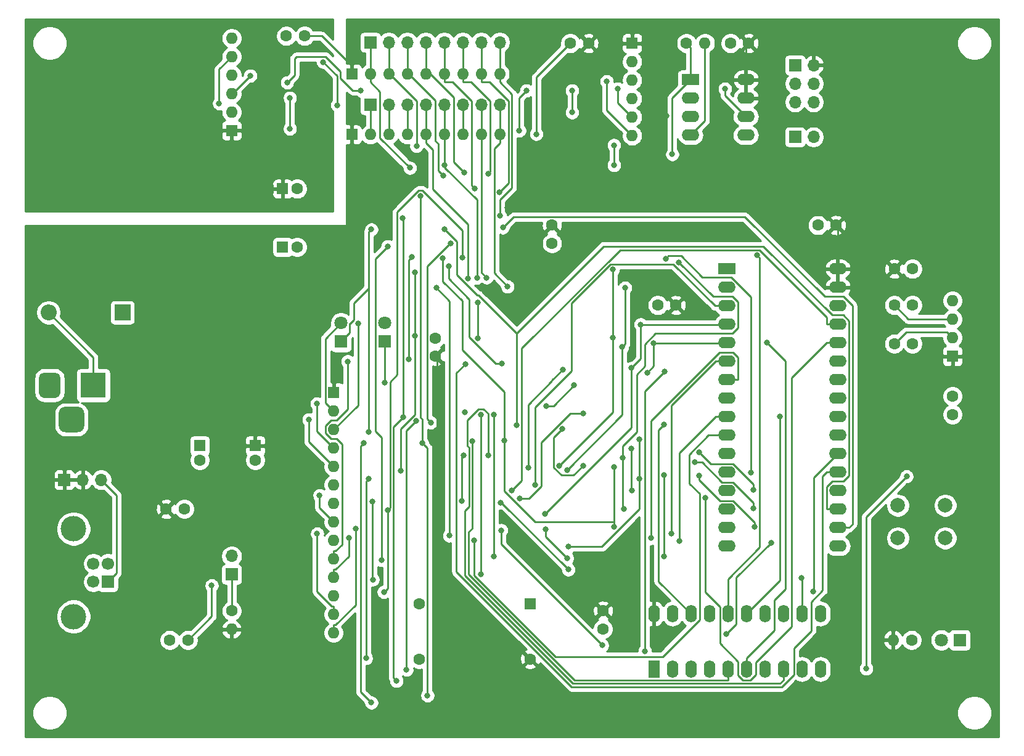
<source format=gbl>
G04 #@! TF.GenerationSoftware,KiCad,Pcbnew,(5.1.10)-1*
G04 #@! TF.CreationDate,2022-05-28T18:59:37-05:00*
G04 #@! TF.ProjectId,z80vga,7a383076-6761-42e6-9b69-6361645f7063,rev?*
G04 #@! TF.SameCoordinates,Original*
G04 #@! TF.FileFunction,Copper,L2,Bot*
G04 #@! TF.FilePolarity,Positive*
%FSLAX46Y46*%
G04 Gerber Fmt 4.6, Leading zero omitted, Abs format (unit mm)*
G04 Created by KiCad (PCBNEW (5.1.10)-1) date 2022-05-28 18:59:37*
%MOMM*%
%LPD*%
G01*
G04 APERTURE LIST*
G04 #@! TA.AperFunction,ComponentPad*
%ADD10C,1.600000*%
G04 #@! TD*
G04 #@! TA.AperFunction,ComponentPad*
%ADD11R,1.600000X1.600000*%
G04 #@! TD*
G04 #@! TA.AperFunction,ComponentPad*
%ADD12O,1.600000X1.600000*%
G04 #@! TD*
G04 #@! TA.AperFunction,ComponentPad*
%ADD13C,1.800000*%
G04 #@! TD*
G04 #@! TA.AperFunction,ComponentPad*
%ADD14R,1.800000X1.800000*%
G04 #@! TD*
G04 #@! TA.AperFunction,ComponentPad*
%ADD15R,1.700000X1.700000*%
G04 #@! TD*
G04 #@! TA.AperFunction,ComponentPad*
%ADD16O,1.700000X1.700000*%
G04 #@! TD*
G04 #@! TA.AperFunction,ComponentPad*
%ADD17O,2.400000X1.600000*%
G04 #@! TD*
G04 #@! TA.AperFunction,ComponentPad*
%ADD18R,2.400000X1.600000*%
G04 #@! TD*
G04 #@! TA.AperFunction,ComponentPad*
%ADD19R,3.500000X3.500000*%
G04 #@! TD*
G04 #@! TA.AperFunction,ComponentPad*
%ADD20O,2.200000X2.200000*%
G04 #@! TD*
G04 #@! TA.AperFunction,ComponentPad*
%ADD21R,2.200000X2.200000*%
G04 #@! TD*
G04 #@! TA.AperFunction,ComponentPad*
%ADD22O,1.600000X2.400000*%
G04 #@! TD*
G04 #@! TA.AperFunction,ComponentPad*
%ADD23R,1.600000X2.400000*%
G04 #@! TD*
G04 #@! TA.AperFunction,ComponentPad*
%ADD24C,2.000000*%
G04 #@! TD*
G04 #@! TA.AperFunction,ComponentPad*
%ADD25C,3.500000*%
G04 #@! TD*
G04 #@! TA.AperFunction,ComponentPad*
%ADD26C,1.700000*%
G04 #@! TD*
G04 #@! TA.AperFunction,ViaPad*
%ADD27C,0.800000*%
G04 #@! TD*
G04 #@! TA.AperFunction,Conductor*
%ADD28C,0.250000*%
G04 #@! TD*
G04 #@! TA.AperFunction,Conductor*
%ADD29C,0.254000*%
G04 #@! TD*
G04 #@! TA.AperFunction,Conductor*
%ADD30C,0.100000*%
G04 #@! TD*
G04 APERTURE END LIST*
D10*
X68000000Y-54000000D03*
D11*
X66000000Y-54000000D03*
D10*
X68000000Y-62000000D03*
D11*
X66000000Y-62000000D03*
D10*
X110000000Y-114500000D03*
X110000000Y-112000000D03*
X87000000Y-74500000D03*
X87000000Y-77000000D03*
D12*
X59000000Y-114540000D03*
D10*
X59000000Y-112000000D03*
D12*
X73000000Y-115020000D03*
X73000000Y-112480000D03*
X73000000Y-109940000D03*
X73000000Y-107400000D03*
X73000000Y-104860000D03*
X73000000Y-102320000D03*
X73000000Y-99780000D03*
X73000000Y-97240000D03*
X73000000Y-94700000D03*
X73000000Y-92160000D03*
X73000000Y-89620000D03*
X73000000Y-87080000D03*
X73000000Y-84540000D03*
D11*
X73000000Y-82000000D03*
D12*
X124000000Y-34000000D03*
D10*
X121460000Y-34000000D03*
D12*
X149830000Y-116000000D03*
D10*
X152370000Y-116000000D03*
D13*
X156460000Y-116000000D03*
D14*
X159000000Y-116000000D03*
D15*
X59000000Y-107000000D03*
D16*
X59000000Y-104460000D03*
D10*
X62230000Y-91280000D03*
D11*
X62230000Y-89280000D03*
D10*
X54610000Y-91280000D03*
D11*
X54610000Y-89280000D03*
D12*
X114000000Y-46700000D03*
X114000000Y-44160000D03*
X114000000Y-41620000D03*
X114000000Y-39080000D03*
X114000000Y-36540000D03*
D11*
X114000000Y-34000000D03*
D12*
X59000000Y-33300000D03*
X59000000Y-35840000D03*
X59000000Y-38380000D03*
X59000000Y-40920000D03*
X59000000Y-43460000D03*
D11*
X59000000Y-46000000D03*
D16*
X138910000Y-46880000D03*
D15*
X136370000Y-46880000D03*
D16*
X41080000Y-94000000D03*
X38540000Y-94000000D03*
D15*
X36000000Y-94000000D03*
D10*
X105500000Y-34000000D03*
X108000000Y-34000000D03*
X127500000Y-34000000D03*
X130000000Y-34000000D03*
X66500000Y-33000000D03*
X69000000Y-33000000D03*
X103000000Y-61500000D03*
X103000000Y-59000000D03*
X50500000Y-116000000D03*
X53000000Y-116000000D03*
X52500000Y-98000000D03*
X50000000Y-98000000D03*
D17*
X142240000Y-65000000D03*
X127000000Y-103100000D03*
X142240000Y-67540000D03*
X127000000Y-100560000D03*
X142240000Y-70080000D03*
X127000000Y-98020000D03*
X142240000Y-72620000D03*
X127000000Y-95480000D03*
X142240000Y-75160000D03*
X127000000Y-92940000D03*
X142240000Y-77700000D03*
X127000000Y-90400000D03*
X142240000Y-80240000D03*
X127000000Y-87860000D03*
X142240000Y-82780000D03*
X127000000Y-85320000D03*
X142240000Y-85320000D03*
X127000000Y-82780000D03*
X142240000Y-87860000D03*
X127000000Y-80240000D03*
X142240000Y-90400000D03*
X127000000Y-77700000D03*
X142240000Y-92940000D03*
X127000000Y-75160000D03*
X142240000Y-95480000D03*
X127000000Y-72620000D03*
X142240000Y-98020000D03*
X127000000Y-70080000D03*
X142240000Y-100560000D03*
X127000000Y-67540000D03*
X142240000Y-103100000D03*
D18*
X127000000Y-65000000D03*
G04 #@! TA.AperFunction,ComponentPad*
G36*
G01*
X35250000Y-86575000D02*
X35250000Y-84825000D01*
G75*
G02*
X36125000Y-83950000I875000J0D01*
G01*
X37875000Y-83950000D01*
G75*
G02*
X38750000Y-84825000I0J-875000D01*
G01*
X38750000Y-86575000D01*
G75*
G02*
X37875000Y-87450000I-875000J0D01*
G01*
X36125000Y-87450000D01*
G75*
G02*
X35250000Y-86575000I0J875000D01*
G01*
G37*
G04 #@! TD.AperFunction*
G04 #@! TA.AperFunction,ComponentPad*
G36*
G01*
X32500000Y-82000000D02*
X32500000Y-80000000D01*
G75*
G02*
X33250000Y-79250000I750000J0D01*
G01*
X34750000Y-79250000D01*
G75*
G02*
X35500000Y-80000000I0J-750000D01*
G01*
X35500000Y-82000000D01*
G75*
G02*
X34750000Y-82750000I-750000J0D01*
G01*
X33250000Y-82750000D01*
G75*
G02*
X32500000Y-82000000I0J750000D01*
G01*
G37*
G04 #@! TD.AperFunction*
D19*
X40000000Y-81000000D03*
D20*
X33840000Y-71000000D03*
D21*
X44000000Y-71000000D03*
D12*
X158000000Y-69380000D03*
X158000000Y-71920000D03*
X158000000Y-74460000D03*
D11*
X158000000Y-77000000D03*
D10*
X84760000Y-111000000D03*
X84760000Y-118620000D03*
X100000000Y-118620000D03*
D11*
X100000000Y-111000000D03*
D17*
X129620000Y-39000000D03*
X122000000Y-46620000D03*
X129620000Y-41540000D03*
X122000000Y-44080000D03*
X129620000Y-44080000D03*
X122000000Y-41540000D03*
X129620000Y-46620000D03*
D18*
X122000000Y-39000000D03*
D22*
X117000000Y-112380000D03*
X139860000Y-120000000D03*
X119540000Y-112380000D03*
X137320000Y-120000000D03*
X122080000Y-112380000D03*
X134780000Y-120000000D03*
X124620000Y-112380000D03*
X132240000Y-120000000D03*
X127160000Y-112380000D03*
X129700000Y-120000000D03*
X129700000Y-112380000D03*
X127160000Y-120000000D03*
X132240000Y-112380000D03*
X124620000Y-120000000D03*
X134780000Y-112380000D03*
X122080000Y-120000000D03*
X137320000Y-112380000D03*
X119540000Y-120000000D03*
X139860000Y-112380000D03*
D23*
X117000000Y-120000000D03*
D24*
X150500000Y-102000000D03*
X150500000Y-97500000D03*
X157000000Y-102000000D03*
X157000000Y-97500000D03*
D16*
X138910000Y-42080000D03*
X136370000Y-42080000D03*
X138910000Y-39540000D03*
X136370000Y-39540000D03*
X138910000Y-37000000D03*
D15*
X136370000Y-37000000D03*
D16*
X95810000Y-33864000D03*
X93270000Y-33864000D03*
X90730000Y-33864000D03*
X88190000Y-33864000D03*
X85650000Y-33864000D03*
X83110000Y-33864000D03*
X80570000Y-33864000D03*
D15*
X78030000Y-33864000D03*
D25*
X37290000Y-100730000D03*
X37290000Y-112770000D03*
D26*
X40000000Y-108000000D03*
X40000000Y-105500000D03*
X42000000Y-105500000D03*
D15*
X42000000Y-108000000D03*
D10*
X152500000Y-75280000D03*
X150000000Y-75280000D03*
X158000000Y-82500000D03*
X158000000Y-85000000D03*
X152500000Y-70000000D03*
X150000000Y-70000000D03*
X152500000Y-65000000D03*
X150000000Y-65000000D03*
D12*
X95810000Y-38182000D03*
X93270000Y-38182000D03*
X90730000Y-38182000D03*
X88190000Y-38182000D03*
X85650000Y-38182000D03*
X83110000Y-38182000D03*
X80570000Y-38182000D03*
X78030000Y-38182000D03*
D11*
X75490000Y-38182000D03*
D12*
X95810000Y-46546000D03*
X93270000Y-46546000D03*
X90730000Y-46546000D03*
X88190000Y-46546000D03*
X85650000Y-46546000D03*
X83110000Y-46546000D03*
X80570000Y-46546000D03*
X78030000Y-46546000D03*
D11*
X75490000Y-46546000D03*
D16*
X95810000Y-42482000D03*
X93270000Y-42482000D03*
X90730000Y-42482000D03*
X88190000Y-42482000D03*
X85650000Y-42482000D03*
X83110000Y-42482000D03*
X80570000Y-42482000D03*
D15*
X78030000Y-42482000D03*
D13*
X80000000Y-72460000D03*
D14*
X80000000Y-75000000D03*
D13*
X74000000Y-72460000D03*
D14*
X74000000Y-75000000D03*
D10*
X117500000Y-70000000D03*
X120000000Y-70000000D03*
X139500000Y-59000000D03*
X142000000Y-59000000D03*
D27*
X96888000Y-56580800D03*
X154330000Y-90475000D03*
X148082000Y-83261200D03*
X67555200Y-82000000D03*
X87223600Y-91592400D03*
X46111200Y-107000000D03*
X118750000Y-44000000D03*
X106680000Y-111201200D03*
X101244400Y-67614800D03*
X90982800Y-84683600D03*
X90857600Y-90600000D03*
X90600000Y-96899200D03*
X92800000Y-74512000D03*
X92800000Y-69607600D03*
X67000000Y-41500000D03*
X67000000Y-45750000D03*
X102209600Y-83820000D03*
X106019600Y-80975200D03*
X133096000Y-102616000D03*
X126949200Y-115163600D03*
X100838000Y-46482000D03*
X90662300Y-63485900D03*
X79891700Y-109398700D03*
X80399800Y-98201000D03*
X91457400Y-66319200D03*
X92680800Y-66224700D03*
X88250000Y-50750000D03*
X111500000Y-50750000D03*
X111500000Y-48000000D03*
X96888000Y-67431200D03*
X94003900Y-66208700D03*
X66616800Y-39383200D03*
X76750000Y-40500000D03*
X71565000Y-36565000D03*
X73500000Y-42500000D03*
X99500000Y-40500000D03*
X98500000Y-46000000D03*
X39250000Y-35250000D03*
X89084900Y-61533400D03*
X86334800Y-86128500D03*
X138887000Y-109372000D03*
X118364000Y-86410800D03*
X134264000Y-85293200D03*
X94206100Y-90600000D03*
X146152000Y-119939000D03*
X151689000Y-93522800D03*
X78181200Y-59588400D03*
X77798800Y-87400000D03*
X95840200Y-57720000D03*
X95774200Y-54472200D03*
X94219800Y-51948500D03*
X92393300Y-53980600D03*
X90910600Y-51786100D03*
X88086800Y-52166000D03*
X84380000Y-48139900D03*
X83470100Y-51119500D03*
X57270000Y-42270000D03*
X61540000Y-38460000D03*
X112000000Y-40250000D03*
X126750000Y-40250000D03*
X110500000Y-39250000D03*
X105750000Y-40500000D03*
X105750000Y-43500000D03*
X77453200Y-118500000D03*
X77853200Y-93800000D03*
X85885000Y-123629000D03*
X84937600Y-55016400D03*
X85140800Y-88900000D03*
X78181200Y-124612000D03*
X77165200Y-88950800D03*
X83007200Y-120091000D03*
X84328000Y-85902800D03*
X81635600Y-121615000D03*
X82448400Y-58064400D03*
X82550000Y-85394800D03*
X96000900Y-100922100D03*
X109880700Y-116734100D03*
X132474500Y-75152700D03*
X116942000Y-75234800D03*
X116078000Y-79248000D03*
X119424400Y-101379400D03*
X116622000Y-102003800D03*
X98536800Y-96583600D03*
X107308200Y-84859500D03*
X120504100Y-102363200D03*
X92276100Y-102305800D03*
X84153200Y-74218400D03*
X84163300Y-65493300D03*
X82238400Y-92727400D03*
X105234900Y-103194400D03*
X87093500Y-67629700D03*
X88902500Y-101659000D03*
X115011000Y-93878400D03*
X115011000Y-88442800D03*
X83743800Y-63354300D03*
X83351600Y-77445500D03*
X91074600Y-78085500D03*
X88839400Y-64664100D03*
X96087000Y-78021200D03*
X130658000Y-95351600D03*
X123190000Y-90220800D03*
X88250900Y-59563300D03*
X130658000Y-97942400D03*
X122580000Y-91592400D03*
X98094800Y-86461600D03*
X96236900Y-59325600D03*
X130810000Y-100482000D03*
X123190000Y-93421200D03*
X104406500Y-87018100D03*
X107250900Y-92062000D03*
X80423500Y-61900800D03*
X79570300Y-105005000D03*
X118364000Y-104496000D03*
X118364000Y-93319600D03*
X88006300Y-63511700D03*
X111506000Y-100482000D03*
X111506000Y-92252800D03*
X96462600Y-88588600D03*
X120414500Y-64087300D03*
X112827000Y-97993200D03*
X112672000Y-90985000D03*
X130332500Y-92988700D03*
X113944000Y-95453200D03*
X113843000Y-89712800D03*
X118594200Y-63574600D03*
X131166000Y-63144400D03*
X115736000Y-117565000D03*
X118415000Y-79146400D03*
X119500000Y-49250000D03*
X124047600Y-96491700D03*
X95932800Y-97126800D03*
X105227000Y-106314700D03*
X102089000Y-100795400D03*
X105052300Y-104759400D03*
X101987800Y-98700000D03*
X115164000Y-72644000D03*
X113894000Y-78638400D03*
X97443500Y-95469900D03*
X100695500Y-94669900D03*
X99734700Y-92279200D03*
X104444800Y-78841600D03*
X105051000Y-92623300D03*
X113030000Y-67614800D03*
X112624000Y-75742800D03*
X103988200Y-92047400D03*
X111351000Y-65077000D03*
X111351000Y-74475000D03*
X92074200Y-88691000D03*
X56250000Y-108500000D03*
X76352400Y-72491600D03*
X80010000Y-80619600D03*
X93250000Y-107000000D03*
X93250000Y-85000000D03*
X70713600Y-83515200D03*
X74934500Y-77716400D03*
X71067800Y-96115000D03*
X75065300Y-101936800D03*
X75996800Y-100716400D03*
X95000000Y-104500000D03*
X95000000Y-85000000D03*
X78384400Y-107696000D03*
X78361600Y-97000000D03*
X137211000Y-107442000D03*
X69596000Y-85699600D03*
X70734500Y-101393700D03*
D28*
X87223600Y-91592400D02*
X87223600Y-77223600D01*
X87223600Y-77223600D02*
X87000000Y-77000000D01*
X142240000Y-65000000D02*
X142240000Y-59240000D01*
X142240000Y-59240000D02*
X142000000Y-59000000D01*
X75490000Y-38182000D02*
X75490000Y-37132000D01*
X75490000Y-37132000D02*
X71358000Y-33000000D01*
X71358000Y-33000000D02*
X69000000Y-33000000D01*
X118750000Y-44000000D02*
X118750000Y-35000000D01*
X118750000Y-35000000D02*
X117750000Y-34000000D01*
X117750000Y-34000000D02*
X114000000Y-34000000D01*
X129620000Y-39000000D02*
X129620000Y-34380000D01*
X129620000Y-34380000D02*
X130000000Y-34000000D01*
X129620000Y-39000000D02*
X129620000Y-41540000D01*
X90600000Y-96899200D02*
X90600000Y-90857600D01*
X90600000Y-90857600D02*
X90857600Y-90600000D01*
X92800000Y-69607600D02*
X92800000Y-74512000D01*
X67000000Y-45750000D02*
X67000000Y-41500000D01*
X122000000Y-46620000D02*
X124000000Y-44620000D01*
X124000000Y-44620000D02*
X124000000Y-34000000D01*
X102209600Y-83820000D02*
X103174800Y-83820000D01*
X103174800Y-83820000D02*
X106019600Y-80975200D01*
X128285010Y-107426990D02*
X128285010Y-113827790D01*
X133096000Y-102616000D02*
X128285010Y-107426990D01*
X128285010Y-113827790D02*
X126949200Y-115163600D01*
X100838000Y-38662000D02*
X105500000Y-34000000D01*
X100838000Y-46482000D02*
X100838000Y-38662000D01*
X80399800Y-98201000D02*
X80774800Y-97826000D01*
X80774800Y-97826000D02*
X80774800Y-80519600D01*
X80774800Y-80519600D02*
X81723000Y-79571400D01*
X81723000Y-79571400D02*
X81723000Y-57196700D01*
X81723000Y-57196700D02*
X84680200Y-54239500D01*
X84680200Y-54239500D02*
X85203100Y-54239500D01*
X85203100Y-54239500D02*
X90662300Y-59698700D01*
X90662300Y-59698700D02*
X90662300Y-63485900D01*
X79891700Y-109398700D02*
X80399800Y-108890600D01*
X80399800Y-108890600D02*
X80399800Y-98201000D01*
X80570000Y-42482000D02*
X80570000Y-46546000D01*
X83110000Y-42482000D02*
X83110000Y-46546000D01*
X85650000Y-46546000D02*
X85650000Y-47671300D01*
X85650000Y-47671300D02*
X86618100Y-48639400D01*
X86618100Y-48639400D02*
X86618100Y-54019100D01*
X86618100Y-54019100D02*
X91457400Y-58858400D01*
X91457400Y-58858400D02*
X91457400Y-66319200D01*
X85650000Y-42482000D02*
X85650000Y-46546000D01*
X88250000Y-50750000D02*
X88250000Y-51068100D01*
X88250000Y-51068100D02*
X92680800Y-55498900D01*
X92680800Y-55498900D02*
X92680800Y-66224700D01*
X88250000Y-50750000D02*
X88250000Y-46520600D01*
X88250000Y-46520600D02*
X88215400Y-46520600D01*
X88215400Y-46520600D02*
X88190000Y-46546000D01*
X88250000Y-46520600D02*
X88250000Y-42542000D01*
X88250000Y-42542000D02*
X88190000Y-42482000D01*
X111500000Y-48000000D02*
X111500000Y-50750000D01*
X90730000Y-42482000D02*
X90730000Y-46546000D01*
X95810000Y-46546000D02*
X95810000Y-47671300D01*
X95810000Y-47671300D02*
X95048800Y-48432500D01*
X95048800Y-48432500D02*
X95048800Y-65592000D01*
X95048800Y-65592000D02*
X96888000Y-67431200D01*
X95810000Y-42482000D02*
X95810000Y-46546000D01*
X93270000Y-46546000D02*
X93270000Y-65474800D01*
X93270000Y-65474800D02*
X94003900Y-66208700D01*
X93270000Y-42482000D02*
X93270000Y-46546000D01*
X76750000Y-40500000D02*
X75623000Y-40500000D01*
X75623000Y-40500000D02*
X73950000Y-38827000D01*
X73950000Y-38827000D02*
X73950000Y-37877000D01*
X73950000Y-37877000D02*
X71913000Y-35840000D01*
X71913000Y-35840000D02*
X67910000Y-35840000D01*
X67910000Y-35840000D02*
X67625000Y-36125000D01*
X67625000Y-36125000D02*
X67625000Y-38375000D01*
X67625000Y-38375000D02*
X66616800Y-39383200D01*
X73500000Y-42500000D02*
X73500000Y-38500000D01*
X73500000Y-38500000D02*
X71565000Y-36565000D01*
X98500000Y-46000000D02*
X98500000Y-41500000D01*
X98500000Y-41500000D02*
X99500000Y-40500000D01*
X78030000Y-42482000D02*
X78030000Y-46546000D01*
X89084900Y-61533400D02*
X88958900Y-61533400D01*
X88958900Y-61533400D02*
X85872800Y-64619500D01*
X85872800Y-64619500D02*
X85872800Y-85666500D01*
X85872800Y-85666500D02*
X86334800Y-86128500D01*
X142240000Y-90400000D02*
X138938000Y-93702000D01*
X138938000Y-93702000D02*
X138938000Y-109322000D01*
X138938000Y-109322000D02*
X138887000Y-109372000D01*
X118364000Y-86410800D02*
X117639000Y-87135800D01*
X117639000Y-87135800D02*
X117639000Y-107939000D01*
X117639000Y-107939000D02*
X122080000Y-112380000D01*
X134264000Y-85293200D02*
X134264000Y-107816000D01*
X134264000Y-107816000D02*
X129700000Y-112380000D01*
X134780000Y-120000000D02*
X134780000Y-121525300D01*
X94206100Y-90600000D02*
X94206100Y-84880600D01*
X94206100Y-84880600D02*
X93589200Y-84263700D01*
X93589200Y-84263700D02*
X92888200Y-84263700D01*
X92888200Y-84263700D02*
X91348800Y-85803100D01*
X91348800Y-85803100D02*
X91348800Y-89303000D01*
X91348800Y-89303000D02*
X91623800Y-89578000D01*
X91623800Y-89578000D02*
X91623800Y-97624600D01*
X91623800Y-97624600D02*
X91013700Y-98234700D01*
X91013700Y-98234700D02*
X91013700Y-107116800D01*
X91013700Y-107116800D02*
X105872600Y-121975700D01*
X105872600Y-121975700D02*
X134329600Y-121975700D01*
X134329600Y-121975700D02*
X134780000Y-121525300D01*
X151689000Y-93522800D02*
X146152000Y-99060000D01*
X146152000Y-99060000D02*
X146152000Y-119939000D01*
X158000000Y-74460000D02*
X157200000Y-73660000D01*
X157200000Y-73660000D02*
X151620000Y-73660000D01*
X151620000Y-73660000D02*
X150000000Y-75280000D01*
X77798800Y-87400000D02*
X77798800Y-67794000D01*
X77798800Y-67794000D02*
X77798800Y-59970800D01*
X77798800Y-59970800D02*
X78181200Y-59588400D01*
X74000000Y-75000000D02*
X75225000Y-73775000D01*
X75225000Y-73775000D02*
X75225000Y-72546000D01*
X75225000Y-72546000D02*
X75238400Y-72546000D01*
X75238400Y-72546000D02*
X75793600Y-71990800D01*
X75793600Y-71990800D02*
X75793600Y-69697600D01*
X75793600Y-69697600D02*
X77697200Y-67794000D01*
X77697200Y-67794000D02*
X77798800Y-67794000D01*
X41080000Y-94000000D02*
X43175000Y-96095000D01*
X43175000Y-96095000D02*
X43175000Y-106825000D01*
X43175000Y-106825000D02*
X42000000Y-108000000D01*
X95810000Y-38182000D02*
X95810000Y-39307300D01*
X95810000Y-39307300D02*
X97479400Y-40976700D01*
X97479400Y-40976700D02*
X97479400Y-53880800D01*
X97479400Y-53880800D02*
X95840200Y-55520000D01*
X95840200Y-55520000D02*
X95840200Y-57720000D01*
X95810000Y-33864000D02*
X95810000Y-38182000D01*
X93270000Y-39307300D02*
X94395300Y-39307300D01*
X94395300Y-39307300D02*
X97029000Y-41941000D01*
X97029000Y-41941000D02*
X97029000Y-53217400D01*
X97029000Y-53217400D02*
X95774200Y-54472200D01*
X93270000Y-38182000D02*
X93270000Y-39307300D01*
X93270000Y-33864000D02*
X93270000Y-38182000D01*
X90730000Y-38182000D02*
X90730000Y-39307300D01*
X90730000Y-39307300D02*
X91855300Y-39307300D01*
X91855300Y-39307300D02*
X94459900Y-41911900D01*
X94459900Y-41911900D02*
X94459900Y-51708400D01*
X94459900Y-51708400D02*
X94219800Y-51948500D01*
X90730000Y-33864000D02*
X90730000Y-38182000D01*
X88190000Y-38182000D02*
X88190000Y-39307300D01*
X88190000Y-39307300D02*
X89315300Y-39307300D01*
X89315300Y-39307300D02*
X91967000Y-41959000D01*
X91967000Y-41959000D02*
X91967000Y-53554300D01*
X91967000Y-53554300D02*
X92393300Y-53980600D01*
X88190000Y-33864000D02*
X88190000Y-38182000D01*
X85650000Y-37633800D02*
X89460000Y-41443800D01*
X89460000Y-41443800D02*
X89460000Y-50335500D01*
X89460000Y-50335500D02*
X90910600Y-51786100D01*
X85650000Y-37633800D02*
X85650000Y-38182000D01*
X85650000Y-33864000D02*
X85650000Y-37633800D01*
X83110000Y-38011900D02*
X86954800Y-41856700D01*
X86954800Y-41856700D02*
X86954800Y-47395500D01*
X86954800Y-47395500D02*
X87396200Y-47836900D01*
X87396200Y-47836900D02*
X87396200Y-51475400D01*
X87396200Y-51475400D02*
X88086800Y-52166000D01*
X83110000Y-38011900D02*
X83110000Y-38182000D01*
X83110000Y-33864000D02*
X83110000Y-38011900D01*
X80570000Y-38132000D02*
X84380000Y-41942000D01*
X84380000Y-41942000D02*
X84380000Y-48139900D01*
X80570000Y-33864000D02*
X80570000Y-38132000D01*
X80570000Y-38132000D02*
X80570000Y-38182000D01*
X78030000Y-38182000D02*
X78030000Y-39307300D01*
X78030000Y-39307300D02*
X79363600Y-40640900D01*
X79363600Y-40640900D02*
X79363600Y-47013000D01*
X79363600Y-47013000D02*
X83470100Y-51119500D01*
X78030000Y-33864000D02*
X78030000Y-38182000D01*
X57270000Y-42270000D02*
X57270000Y-37570000D01*
X57270000Y-37570000D02*
X59000000Y-35840000D01*
X61540000Y-38460000D02*
X59080000Y-40920000D01*
X59080000Y-40920000D02*
X59000000Y-40920000D01*
X112000000Y-40250000D02*
X112000000Y-42160000D01*
X112000000Y-42160000D02*
X114000000Y-44160000D01*
X113910000Y-44160000D02*
X114000000Y-44160000D01*
X126750000Y-40250000D02*
X126750000Y-41210000D01*
X126750000Y-41210000D02*
X129620000Y-44080000D01*
X110500000Y-39250000D02*
X110500000Y-43200000D01*
X110500000Y-43200000D02*
X114000000Y-46700000D01*
X105750000Y-43500000D02*
X105750000Y-40500000D01*
X77853200Y-93800000D02*
X77453200Y-94200000D01*
X77453200Y-94200000D02*
X77453200Y-118500000D01*
X85140800Y-88900000D02*
X85885000Y-89644200D01*
X85885000Y-89644200D02*
X85885000Y-123629000D01*
X85140800Y-88900000D02*
X85140800Y-85642600D01*
X85140800Y-85642600D02*
X84937600Y-85439400D01*
X84937600Y-85439400D02*
X84937600Y-55016400D01*
X77165200Y-88950800D02*
X76728200Y-89387800D01*
X76728200Y-89387800D02*
X76728200Y-123159000D01*
X76728200Y-123159000D02*
X78181200Y-124612000D01*
X84328000Y-85902800D02*
X83007200Y-87223600D01*
X83007200Y-87223600D02*
X83007200Y-120091000D01*
X82550000Y-85394800D02*
X81229200Y-86715600D01*
X81229200Y-86715600D02*
X81229200Y-121209000D01*
X81229200Y-121209000D02*
X81635600Y-121615000D01*
X82550000Y-85394800D02*
X82550000Y-58166000D01*
X82550000Y-58166000D02*
X82448400Y-58064400D01*
X109880700Y-116734100D02*
X96000900Y-102854300D01*
X96000900Y-102854300D02*
X96000900Y-100922100D01*
X132474500Y-75152700D02*
X135007400Y-77685600D01*
X135007400Y-77685600D02*
X135007400Y-108984300D01*
X135007400Y-108984300D02*
X133510000Y-110481700D01*
X133510000Y-110481700D02*
X133510000Y-114664700D01*
X133510000Y-114664700D02*
X129700000Y-118474700D01*
X129700000Y-120000000D02*
X129700000Y-118474700D01*
X116942000Y-75234800D02*
X126925000Y-75234800D01*
X126925000Y-75234800D02*
X127000000Y-75160000D01*
X116078000Y-79248000D02*
X116942000Y-78384400D01*
X116942000Y-78384400D02*
X116942000Y-75234800D01*
X127000000Y-77700000D02*
X125474700Y-77700000D01*
X125474700Y-77700000D02*
X119424400Y-83750300D01*
X119424400Y-83750300D02*
X119424400Y-101379400D01*
X127000000Y-80240000D02*
X128525300Y-80240000D01*
X128525300Y-80240000D02*
X128525300Y-77145200D01*
X128525300Y-77145200D02*
X127884000Y-76503900D01*
X127884000Y-76503900D02*
X125973300Y-76503900D01*
X125973300Y-76503900D02*
X116622000Y-85855200D01*
X116622000Y-85855200D02*
X116622000Y-102003800D01*
X107308200Y-84859500D02*
X105506700Y-84859500D01*
X105506700Y-84859500D02*
X101549300Y-88816900D01*
X101549300Y-88816900D02*
X101549300Y-94853700D01*
X101549300Y-94853700D02*
X99819400Y-96583600D01*
X99819400Y-96583600D02*
X98536800Y-96583600D01*
X127000000Y-85320000D02*
X125474700Y-85320000D01*
X125474700Y-85320000D02*
X120504100Y-90290600D01*
X120504100Y-90290600D02*
X120504100Y-102363200D01*
X127000000Y-87860000D02*
X124477900Y-87860000D01*
X124477900Y-87860000D02*
X121830900Y-90507000D01*
X121830900Y-90507000D02*
X121830900Y-94481800D01*
X121830900Y-94481800D02*
X123251300Y-95902200D01*
X123251300Y-95902200D02*
X123251300Y-113214200D01*
X123251300Y-113214200D02*
X118163800Y-118301700D01*
X118163800Y-118301700D02*
X103472400Y-118301700D01*
X103472400Y-118301700D02*
X92276100Y-107105400D01*
X92276100Y-107105400D02*
X92276100Y-102305800D01*
X84153200Y-74218400D02*
X84153200Y-65503400D01*
X84153200Y-65503400D02*
X84163300Y-65493300D01*
X82238400Y-92727400D02*
X82238400Y-86966600D01*
X82238400Y-86966600D02*
X84153200Y-85051800D01*
X84153200Y-85051800D02*
X84153200Y-74218400D01*
X115011000Y-93878400D02*
X115011000Y-98016700D01*
X115011000Y-98016700D02*
X109833300Y-103194400D01*
X109833300Y-103194400D02*
X105234900Y-103194400D01*
X88902500Y-101659000D02*
X88902500Y-69438700D01*
X88902500Y-69438700D02*
X87093500Y-67629700D01*
X115011000Y-88442800D02*
X115011000Y-93878400D01*
X83351600Y-77445500D02*
X83351600Y-63746500D01*
X83351600Y-63746500D02*
X83743800Y-63354300D01*
X142240000Y-92940000D02*
X140714700Y-92940000D01*
X140714700Y-92940000D02*
X140151000Y-93503700D01*
X140151000Y-93503700D02*
X140151000Y-109204100D01*
X140151000Y-109204100D02*
X138590000Y-110765100D01*
X138590000Y-110765100D02*
X138590000Y-114731900D01*
X138590000Y-114731900D02*
X136194600Y-117127300D01*
X136194600Y-117127300D02*
X136194600Y-120770300D01*
X136194600Y-120770300D02*
X134532600Y-122432300D01*
X134532600Y-122432300D02*
X105692300Y-122432300D01*
X105692300Y-122432300D02*
X89874600Y-106614600D01*
X89874600Y-106614600D02*
X89874600Y-79285500D01*
X89874600Y-79285500D02*
X91074600Y-78085500D01*
X96087000Y-78021200D02*
X95262200Y-78021200D01*
X95262200Y-78021200D02*
X91646300Y-74405300D01*
X91646300Y-74405300D02*
X91646300Y-69162200D01*
X91646300Y-69162200D02*
X88839400Y-66355300D01*
X88839400Y-66355300D02*
X88839400Y-64664100D01*
X123190000Y-90220800D02*
X124784000Y-91815000D01*
X124784000Y-91815000D02*
X127866000Y-91815000D01*
X127866000Y-91815000D02*
X130658000Y-94606600D01*
X130658000Y-94606600D02*
X130658000Y-95351600D01*
X88250900Y-59563300D02*
X89937000Y-61249400D01*
X89937000Y-61249400D02*
X89937000Y-65824500D01*
X89937000Y-65824500D02*
X92710500Y-68598000D01*
X92710500Y-68598000D02*
X92851200Y-68598000D01*
X92851200Y-68598000D02*
X98102100Y-73848900D01*
X98102100Y-73848900D02*
X98102100Y-85448000D01*
X140714700Y-98020000D02*
X140714700Y-94969800D01*
X140714700Y-94969800D02*
X141474500Y-94210000D01*
X141474500Y-94210000D02*
X142977900Y-94210000D01*
X142977900Y-94210000D02*
X143772500Y-93415400D01*
X143772500Y-93415400D02*
X143772500Y-72133400D01*
X143772500Y-72133400D02*
X142989100Y-71350000D01*
X142989100Y-71350000D02*
X141450900Y-71350000D01*
X141450900Y-71350000D02*
X131983800Y-61882900D01*
X131983800Y-61882900D02*
X110068100Y-61882900D01*
X110068100Y-61882900D02*
X98102100Y-73848900D01*
X142240000Y-98020000D02*
X140714700Y-98020000D01*
X122580000Y-91592400D02*
X123596000Y-91592400D01*
X123596000Y-91592400D02*
X126359000Y-94355000D01*
X126359000Y-94355000D02*
X127866000Y-94355000D01*
X127866000Y-94355000D02*
X130658000Y-97146600D01*
X130658000Y-97146600D02*
X130658000Y-97942400D01*
X98094800Y-85455300D02*
X98102100Y-85448000D01*
X98094800Y-86461600D02*
X98094800Y-85455300D01*
X142240000Y-100560000D02*
X143765300Y-100560000D01*
X143765300Y-100560000D02*
X144238400Y-100086900D01*
X144238400Y-100086900D02*
X144238400Y-70060000D01*
X144238400Y-70060000D02*
X142988400Y-68810000D01*
X142988400Y-68810000D02*
X140429500Y-68810000D01*
X140429500Y-68810000D02*
X129478800Y-57859300D01*
X129478800Y-57859300D02*
X97703200Y-57859300D01*
X97703200Y-57859300D02*
X96236900Y-59325600D01*
X123190000Y-93421200D02*
X123190000Y-93986900D01*
X123190000Y-93986900D02*
X126098000Y-96895000D01*
X126098000Y-96895000D02*
X127866000Y-96895000D01*
X127866000Y-96895000D02*
X130810000Y-99839000D01*
X130810000Y-99839000D02*
X130810000Y-100482000D01*
X107250900Y-92062000D02*
X105947200Y-93365700D01*
X105947200Y-93365700D02*
X104280700Y-93365700D01*
X104280700Y-93365700D02*
X103225700Y-92310700D01*
X103225700Y-92310700D02*
X103225700Y-88198900D01*
X103225700Y-88198900D02*
X104406500Y-87018100D01*
X79570300Y-105005000D02*
X79570300Y-88145600D01*
X79570300Y-88145600D02*
X78744600Y-87319900D01*
X78744600Y-87319900D02*
X78744600Y-63579700D01*
X78744600Y-63579700D02*
X80423500Y-61900800D01*
X118364000Y-93319600D02*
X118364000Y-104496000D01*
X111506000Y-99787900D02*
X100714200Y-99787900D01*
X100714200Y-99787900D02*
X96462600Y-95536300D01*
X111506000Y-99787900D02*
X111506000Y-100482000D01*
X111506000Y-92252800D02*
X111506000Y-99787900D01*
X96462600Y-86181700D02*
X96462600Y-81922000D01*
X96462600Y-81922000D02*
X90647900Y-76107300D01*
X90647900Y-76107300D02*
X90647900Y-69374100D01*
X90647900Y-69374100D02*
X88006300Y-66732500D01*
X88006300Y-66732500D02*
X88006300Y-63511700D01*
X96462600Y-88588600D02*
X96462600Y-86181700D01*
X96462600Y-95536300D02*
X96462600Y-88588600D01*
X112672000Y-90985000D02*
X112672000Y-89389800D01*
X112672000Y-89389800D02*
X114619400Y-87442400D01*
X114619400Y-87442400D02*
X114619400Y-79517600D01*
X114619400Y-79517600D02*
X115756200Y-78380800D01*
X115756200Y-78380800D02*
X115756200Y-75356200D01*
X115756200Y-75356200D02*
X117222400Y-73890000D01*
X117222400Y-73890000D02*
X127738900Y-73890000D01*
X127738900Y-73890000D02*
X128528400Y-73100500D01*
X128528400Y-73100500D02*
X128528400Y-69576300D01*
X128528400Y-69576300D02*
X127762100Y-68810000D01*
X127762100Y-68810000D02*
X125137200Y-68810000D01*
X125137200Y-68810000D02*
X120414500Y-64087300D01*
X112672000Y-90985000D02*
X112672000Y-97838600D01*
X112672000Y-97838600D02*
X112827000Y-97993200D01*
X113843000Y-89712800D02*
X113843000Y-95351600D01*
X113843000Y-95351600D02*
X113944000Y-95453200D01*
X127627700Y-66125400D02*
X130332500Y-68830200D01*
X123660000Y-66125400D02*
X127627700Y-66125400D01*
X120709201Y-63174601D02*
X123660000Y-66125400D01*
X130332500Y-68830200D02*
X130332500Y-92988700D01*
X118994199Y-63174601D02*
X120709201Y-63174601D01*
X118594200Y-63574600D02*
X118994199Y-63174601D01*
X131535000Y-63513800D02*
X131166000Y-63144400D01*
X127160000Y-107637600D02*
X131535000Y-103262600D01*
X127160000Y-112380000D02*
X127160000Y-107637600D01*
X131535000Y-103262600D02*
X131535000Y-63513800D01*
X118415000Y-79146400D02*
X115736000Y-81825000D01*
X115736000Y-81825000D02*
X115736000Y-117565000D01*
X119500000Y-49250000D02*
X119500000Y-41500000D01*
X119500000Y-41500000D02*
X122000000Y-39000000D01*
X122000000Y-39000000D02*
X122000000Y-34540000D01*
X122000000Y-34540000D02*
X121460000Y-34000000D01*
X142240000Y-75160000D02*
X140714700Y-75160000D01*
X140714700Y-75160000D02*
X135909100Y-79965600D01*
X135909100Y-79965600D02*
X135909100Y-114130700D01*
X135909100Y-114130700D02*
X130970000Y-119069800D01*
X130970000Y-119069800D02*
X130970000Y-120778400D01*
X130970000Y-120778400D02*
X130223100Y-121525300D01*
X130223100Y-121525300D02*
X129192800Y-121525300D01*
X129192800Y-121525300D02*
X128503900Y-120836400D01*
X126034600Y-116484200D02*
X128503900Y-118953500D01*
X126034600Y-111414600D02*
X126034600Y-116484200D01*
X124047600Y-109427600D02*
X126034600Y-111414600D01*
X124047600Y-96491700D02*
X124047600Y-109427600D01*
X128503900Y-120836400D02*
X128503900Y-118953500D01*
X105227000Y-106314700D02*
X96039100Y-97126800D01*
X96039100Y-97126800D02*
X95932800Y-97126800D01*
X102089000Y-100795400D02*
X102089000Y-101796100D01*
X102089000Y-101796100D02*
X105052300Y-104759400D01*
X113894000Y-78638400D02*
X113894000Y-86793800D01*
X113894000Y-86793800D02*
X101987800Y-98700000D01*
X115164000Y-72644000D02*
X126976000Y-72644000D01*
X126976000Y-72644000D02*
X127000000Y-72620000D01*
X113894000Y-78638400D02*
X115164000Y-77368400D01*
X115164000Y-77368400D02*
X115164000Y-72644000D01*
X97443500Y-95469900D02*
X98828700Y-94084700D01*
X98828700Y-94084700D02*
X98828700Y-75893200D01*
X98828700Y-75893200D02*
X112316600Y-62405300D01*
X112316600Y-62405300D02*
X131479500Y-62405300D01*
X131479500Y-62405300D02*
X140714700Y-71640500D01*
X140714700Y-71640500D02*
X140714700Y-72620000D01*
X142240000Y-72620000D02*
X140714700Y-72620000D01*
X100695500Y-94669900D02*
X100695500Y-84004600D01*
X100695500Y-84004600D02*
X105689500Y-79010600D01*
X105689500Y-79010600D02*
X105689500Y-69672700D01*
X105689500Y-69672700D02*
X111012900Y-64349300D01*
X111012900Y-64349300D02*
X119650800Y-64349300D01*
X119650800Y-64349300D02*
X125381500Y-70080000D01*
X125381500Y-70080000D02*
X125474700Y-70080000D01*
X127000000Y-70080000D02*
X125474700Y-70080000D01*
X102982700Y-80415900D02*
X99734700Y-83663900D01*
X99734700Y-83663900D02*
X99734700Y-92279200D01*
X102982700Y-80303700D02*
X104444800Y-78841600D01*
X102982700Y-80415900D02*
X102982700Y-80303700D01*
X112624000Y-75742800D02*
X112624000Y-85050300D01*
X112624000Y-85050300D02*
X105051000Y-92623300D01*
X112624000Y-75742800D02*
X113030000Y-75336400D01*
X113030000Y-75336400D02*
X113030000Y-67614800D01*
X103988200Y-92047400D02*
X111351000Y-84684600D01*
X111351000Y-84684600D02*
X111351000Y-74475000D01*
X111351000Y-74475000D02*
X111351000Y-65077000D01*
X127160000Y-120000000D02*
X127160000Y-121525300D01*
X92074200Y-88691000D02*
X92074200Y-100645200D01*
X92074200Y-100645200D02*
X91490500Y-101228900D01*
X91490500Y-101228900D02*
X91490500Y-106956700D01*
X91490500Y-106956700D02*
X106059100Y-121525300D01*
X106059100Y-121525300D02*
X127160000Y-121525300D01*
X40000000Y-81000000D02*
X40000000Y-77160000D01*
X40000000Y-77160000D02*
X33840000Y-71000000D01*
X56250000Y-108500000D02*
X56250000Y-112750000D01*
X56250000Y-112750000D02*
X53000000Y-116000000D01*
X73000000Y-84540000D02*
X71875000Y-83415000D01*
X71875000Y-83415000D02*
X71875000Y-74585000D01*
X71875000Y-74585000D02*
X74000000Y-72460000D01*
X73000000Y-87080000D02*
X76352400Y-83727600D01*
X76352400Y-83727600D02*
X76352400Y-72491600D01*
X80010000Y-80619600D02*
X80010000Y-75010000D01*
X80010000Y-75010000D02*
X80000000Y-75000000D01*
X59000000Y-107000000D02*
X59000000Y-112000000D01*
X93250000Y-85000000D02*
X93250000Y-107000000D01*
X70713600Y-83515200D02*
X70713600Y-87333600D01*
X70713600Y-87333600D02*
X73000000Y-89620000D01*
X73000000Y-104860000D02*
X73000000Y-103734700D01*
X73000000Y-103734700D02*
X73281300Y-103734700D01*
X73281300Y-103734700D02*
X74133700Y-102882300D01*
X74133700Y-102882300D02*
X74133700Y-89102300D01*
X74133700Y-89102300D02*
X73381400Y-88350000D01*
X73381400Y-88350000D02*
X72620500Y-88350000D01*
X72620500Y-88350000D02*
X71856000Y-87585500D01*
X71856000Y-87585500D02*
X71856000Y-86585700D01*
X71856000Y-86585700D02*
X72631700Y-85810000D01*
X72631700Y-85810000D02*
X73382700Y-85810000D01*
X73382700Y-85810000D02*
X74934500Y-84258200D01*
X74934500Y-84258200D02*
X74934500Y-77716400D01*
X71067800Y-96115000D02*
X71067800Y-96972800D01*
X71067800Y-96972800D02*
X71069200Y-96974200D01*
X71069200Y-96974200D02*
X71069200Y-97849200D01*
X71069200Y-97849200D02*
X73000000Y-99780000D01*
X73000000Y-107400000D02*
X73000000Y-106274700D01*
X75065300Y-101936800D02*
X75065300Y-104490700D01*
X75065300Y-104490700D02*
X73281300Y-106274700D01*
X73281300Y-106274700D02*
X73000000Y-106274700D01*
X73000000Y-113894700D02*
X73281300Y-113894700D01*
X73281300Y-113894700D02*
X75996800Y-111179200D01*
X75996800Y-111179200D02*
X75996800Y-100716400D01*
X73000000Y-115020000D02*
X73000000Y-113894700D01*
X95000000Y-85000000D02*
X95000000Y-104500000D01*
X150000000Y-70000000D02*
X151920000Y-71920000D01*
X151920000Y-71920000D02*
X158000000Y-71920000D01*
X78361600Y-97000000D02*
X78361600Y-107673000D01*
X78361600Y-107673000D02*
X78384400Y-107696000D01*
X137320000Y-112380000D02*
X137320000Y-107551000D01*
X137320000Y-107551000D02*
X137211000Y-107442000D01*
X69596000Y-85699600D02*
X69596000Y-88756000D01*
X69596000Y-88756000D02*
X73000000Y-92160000D01*
X73000000Y-112480000D02*
X73000000Y-111354700D01*
X70734500Y-101393700D02*
X70734500Y-109370500D01*
X70734500Y-109370500D02*
X72718700Y-111354700D01*
X72718700Y-111354700D02*
X73000000Y-111354700D01*
D29*
X72873000Y-33440199D02*
X71921804Y-32489003D01*
X71898001Y-32459999D01*
X71782276Y-32365026D01*
X71650247Y-32294454D01*
X71506986Y-32250997D01*
X71395333Y-32240000D01*
X71395322Y-32240000D01*
X71358000Y-32236324D01*
X71320678Y-32240000D01*
X70218043Y-32240000D01*
X70114637Y-32085241D01*
X69914759Y-31885363D01*
X69679727Y-31728320D01*
X69418574Y-31620147D01*
X69141335Y-31565000D01*
X68858665Y-31565000D01*
X68581426Y-31620147D01*
X68320273Y-31728320D01*
X68085241Y-31885363D01*
X67885363Y-32085241D01*
X67750000Y-32287827D01*
X67614637Y-32085241D01*
X67414759Y-31885363D01*
X67179727Y-31728320D01*
X66918574Y-31620147D01*
X66641335Y-31565000D01*
X66358665Y-31565000D01*
X66081426Y-31620147D01*
X65820273Y-31728320D01*
X65585241Y-31885363D01*
X65385363Y-32085241D01*
X65228320Y-32320273D01*
X65120147Y-32581426D01*
X65065000Y-32858665D01*
X65065000Y-33141335D01*
X65120147Y-33418574D01*
X65228320Y-33679727D01*
X65385363Y-33914759D01*
X65585241Y-34114637D01*
X65820273Y-34271680D01*
X66081426Y-34379853D01*
X66358665Y-34435000D01*
X66641335Y-34435000D01*
X66918574Y-34379853D01*
X67179727Y-34271680D01*
X67414759Y-34114637D01*
X67614637Y-33914759D01*
X67750000Y-33712173D01*
X67885363Y-33914759D01*
X68085241Y-34114637D01*
X68320273Y-34271680D01*
X68581426Y-34379853D01*
X68858665Y-34435000D01*
X69141335Y-34435000D01*
X69418574Y-34379853D01*
X69679727Y-34271680D01*
X69914759Y-34114637D01*
X70114637Y-33914759D01*
X70218043Y-33760000D01*
X71043199Y-33760000D01*
X72873000Y-35589802D01*
X72873000Y-35725199D01*
X72476804Y-35329003D01*
X72453001Y-35299999D01*
X72337276Y-35205026D01*
X72205247Y-35134454D01*
X72061986Y-35090997D01*
X71950333Y-35080000D01*
X71950322Y-35080000D01*
X71913000Y-35076324D01*
X71875678Y-35080000D01*
X67947323Y-35080000D01*
X67910000Y-35076324D01*
X67872677Y-35080000D01*
X67872667Y-35080000D01*
X67761014Y-35090997D01*
X67617753Y-35134454D01*
X67485724Y-35205026D01*
X67369999Y-35299999D01*
X67346196Y-35329003D01*
X67114003Y-35561196D01*
X67084999Y-35584999D01*
X67033464Y-35647795D01*
X66990026Y-35700724D01*
X66957774Y-35761063D01*
X66919454Y-35832754D01*
X66875997Y-35976015D01*
X66865000Y-36087668D01*
X66865000Y-36087678D01*
X66861324Y-36125000D01*
X66865000Y-36162323D01*
X66865001Y-38060197D01*
X66576999Y-38348200D01*
X66514861Y-38348200D01*
X66314902Y-38387974D01*
X66126544Y-38465995D01*
X65957026Y-38579263D01*
X65812863Y-38723426D01*
X65699595Y-38892944D01*
X65621574Y-39081302D01*
X65581800Y-39281261D01*
X65581800Y-39485139D01*
X65621574Y-39685098D01*
X65699595Y-39873456D01*
X65812863Y-40042974D01*
X65957026Y-40187137D01*
X66126544Y-40300405D01*
X66314902Y-40378426D01*
X66514861Y-40418200D01*
X66718739Y-40418200D01*
X66918698Y-40378426D01*
X67107056Y-40300405D01*
X67276574Y-40187137D01*
X67420737Y-40042974D01*
X67534005Y-39873456D01*
X67612026Y-39685098D01*
X67651800Y-39485139D01*
X67651800Y-39423001D01*
X68136003Y-38938799D01*
X68165001Y-38915001D01*
X68191332Y-38882917D01*
X68259974Y-38799277D01*
X68330546Y-38667247D01*
X68343057Y-38626002D01*
X68374003Y-38523986D01*
X68385000Y-38412333D01*
X68385000Y-38412324D01*
X68388676Y-38375001D01*
X68385000Y-38337678D01*
X68385000Y-36600000D01*
X70530000Y-36600000D01*
X70530000Y-36666939D01*
X70569774Y-36866898D01*
X70647795Y-37055256D01*
X70761063Y-37224774D01*
X70905226Y-37368937D01*
X71074744Y-37482205D01*
X71263102Y-37560226D01*
X71463061Y-37600000D01*
X71525199Y-37600000D01*
X72740001Y-38814803D01*
X72740000Y-41796289D01*
X72696063Y-41840226D01*
X72582795Y-42009744D01*
X72504774Y-42198102D01*
X72465000Y-42398061D01*
X72465000Y-42601939D01*
X72504774Y-42801898D01*
X72582795Y-42990256D01*
X72696063Y-43159774D01*
X72840226Y-43303937D01*
X72873000Y-43325836D01*
X72873000Y-57123000D01*
X30660000Y-57123000D01*
X30660000Y-54800000D01*
X64561928Y-54800000D01*
X64574188Y-54924482D01*
X64610498Y-55044180D01*
X64669463Y-55154494D01*
X64748815Y-55251185D01*
X64845506Y-55330537D01*
X64955820Y-55389502D01*
X65075518Y-55425812D01*
X65200000Y-55438072D01*
X65714250Y-55435000D01*
X65873000Y-55276250D01*
X65873000Y-54127000D01*
X64723750Y-54127000D01*
X64565000Y-54285750D01*
X64561928Y-54800000D01*
X30660000Y-54800000D01*
X30660000Y-53200000D01*
X64561928Y-53200000D01*
X64565000Y-53714250D01*
X64723750Y-53873000D01*
X65873000Y-53873000D01*
X65873000Y-52723750D01*
X66127000Y-52723750D01*
X66127000Y-53873000D01*
X66147000Y-53873000D01*
X66147000Y-54127000D01*
X66127000Y-54127000D01*
X66127000Y-55276250D01*
X66285750Y-55435000D01*
X66800000Y-55438072D01*
X66924482Y-55425812D01*
X67044180Y-55389502D01*
X67154494Y-55330537D01*
X67251185Y-55251185D01*
X67264790Y-55234607D01*
X67320273Y-55271680D01*
X67581426Y-55379853D01*
X67858665Y-55435000D01*
X68141335Y-55435000D01*
X68418574Y-55379853D01*
X68679727Y-55271680D01*
X68914759Y-55114637D01*
X69114637Y-54914759D01*
X69271680Y-54679727D01*
X69379853Y-54418574D01*
X69435000Y-54141335D01*
X69435000Y-53858665D01*
X69379853Y-53581426D01*
X69271680Y-53320273D01*
X69114637Y-53085241D01*
X68914759Y-52885363D01*
X68679727Y-52728320D01*
X68418574Y-52620147D01*
X68141335Y-52565000D01*
X67858665Y-52565000D01*
X67581426Y-52620147D01*
X67320273Y-52728320D01*
X67264790Y-52765393D01*
X67251185Y-52748815D01*
X67154494Y-52669463D01*
X67044180Y-52610498D01*
X66924482Y-52574188D01*
X66800000Y-52561928D01*
X66285750Y-52565000D01*
X66127000Y-52723750D01*
X65873000Y-52723750D01*
X65714250Y-52565000D01*
X65200000Y-52561928D01*
X65075518Y-52574188D01*
X64955820Y-52610498D01*
X64845506Y-52669463D01*
X64748815Y-52748815D01*
X64669463Y-52845506D01*
X64610498Y-52955820D01*
X64574188Y-53075518D01*
X64561928Y-53200000D01*
X30660000Y-53200000D01*
X30660000Y-46800000D01*
X57561928Y-46800000D01*
X57574188Y-46924482D01*
X57610498Y-47044180D01*
X57669463Y-47154494D01*
X57748815Y-47251185D01*
X57845506Y-47330537D01*
X57955820Y-47389502D01*
X58075518Y-47425812D01*
X58200000Y-47438072D01*
X58714250Y-47435000D01*
X58873000Y-47276250D01*
X58873000Y-46127000D01*
X59127000Y-46127000D01*
X59127000Y-47276250D01*
X59285750Y-47435000D01*
X59800000Y-47438072D01*
X59924482Y-47425812D01*
X60044180Y-47389502D01*
X60154494Y-47330537D01*
X60251185Y-47251185D01*
X60330537Y-47154494D01*
X60389502Y-47044180D01*
X60425812Y-46924482D01*
X60438072Y-46800000D01*
X60435000Y-46285750D01*
X60276250Y-46127000D01*
X59127000Y-46127000D01*
X58873000Y-46127000D01*
X57723750Y-46127000D01*
X57565000Y-46285750D01*
X57561928Y-46800000D01*
X30660000Y-46800000D01*
X30660000Y-42168061D01*
X56235000Y-42168061D01*
X56235000Y-42371939D01*
X56274774Y-42571898D01*
X56352795Y-42760256D01*
X56466063Y-42929774D01*
X56610226Y-43073937D01*
X56779744Y-43187205D01*
X56968102Y-43265226D01*
X57168061Y-43305000D01*
X57371939Y-43305000D01*
X57571898Y-43265226D01*
X57575965Y-43263541D01*
X57565000Y-43318665D01*
X57565000Y-43601335D01*
X57620147Y-43878574D01*
X57728320Y-44139727D01*
X57885363Y-44374759D01*
X58083961Y-44573357D01*
X58075518Y-44574188D01*
X57955820Y-44610498D01*
X57845506Y-44669463D01*
X57748815Y-44748815D01*
X57669463Y-44845506D01*
X57610498Y-44955820D01*
X57574188Y-45075518D01*
X57561928Y-45200000D01*
X57565000Y-45714250D01*
X57723750Y-45873000D01*
X58873000Y-45873000D01*
X58873000Y-45853000D01*
X59127000Y-45853000D01*
X59127000Y-45873000D01*
X60276250Y-45873000D01*
X60435000Y-45714250D01*
X60438072Y-45200000D01*
X60425812Y-45075518D01*
X60389502Y-44955820D01*
X60330537Y-44845506D01*
X60251185Y-44748815D01*
X60154494Y-44669463D01*
X60044180Y-44610498D01*
X59924482Y-44574188D01*
X59916039Y-44573357D01*
X60114637Y-44374759D01*
X60271680Y-44139727D01*
X60379853Y-43878574D01*
X60435000Y-43601335D01*
X60435000Y-43318665D01*
X60379853Y-43041426D01*
X60271680Y-42780273D01*
X60114637Y-42545241D01*
X59914759Y-42345363D01*
X59682241Y-42190000D01*
X59914759Y-42034637D01*
X60114637Y-41834759D01*
X60271680Y-41599727D01*
X60355212Y-41398061D01*
X65965000Y-41398061D01*
X65965000Y-41601939D01*
X66004774Y-41801898D01*
X66082795Y-41990256D01*
X66196063Y-42159774D01*
X66240001Y-42203712D01*
X66240000Y-45046289D01*
X66196063Y-45090226D01*
X66082795Y-45259744D01*
X66004774Y-45448102D01*
X65965000Y-45648061D01*
X65965000Y-45851939D01*
X66004774Y-46051898D01*
X66082795Y-46240256D01*
X66196063Y-46409774D01*
X66340226Y-46553937D01*
X66509744Y-46667205D01*
X66698102Y-46745226D01*
X66898061Y-46785000D01*
X67101939Y-46785000D01*
X67301898Y-46745226D01*
X67490256Y-46667205D01*
X67659774Y-46553937D01*
X67803937Y-46409774D01*
X67917205Y-46240256D01*
X67995226Y-46051898D01*
X68035000Y-45851939D01*
X68035000Y-45648061D01*
X67995226Y-45448102D01*
X67917205Y-45259744D01*
X67803937Y-45090226D01*
X67760000Y-45046289D01*
X67760000Y-42203711D01*
X67803937Y-42159774D01*
X67917205Y-41990256D01*
X67995226Y-41801898D01*
X68035000Y-41601939D01*
X68035000Y-41398061D01*
X67995226Y-41198102D01*
X67917205Y-41009744D01*
X67803937Y-40840226D01*
X67659774Y-40696063D01*
X67490256Y-40582795D01*
X67301898Y-40504774D01*
X67101939Y-40465000D01*
X66898061Y-40465000D01*
X66698102Y-40504774D01*
X66509744Y-40582795D01*
X66340226Y-40696063D01*
X66196063Y-40840226D01*
X66082795Y-41009744D01*
X66004774Y-41198102D01*
X65965000Y-41398061D01*
X60355212Y-41398061D01*
X60379853Y-41338574D01*
X60435000Y-41061335D01*
X60435000Y-40778665D01*
X60411961Y-40662841D01*
X61579802Y-39495000D01*
X61641939Y-39495000D01*
X61841898Y-39455226D01*
X62030256Y-39377205D01*
X62199774Y-39263937D01*
X62343937Y-39119774D01*
X62457205Y-38950256D01*
X62535226Y-38761898D01*
X62575000Y-38561939D01*
X62575000Y-38358061D01*
X62535226Y-38158102D01*
X62457205Y-37969744D01*
X62343937Y-37800226D01*
X62199774Y-37656063D01*
X62030256Y-37542795D01*
X61841898Y-37464774D01*
X61641939Y-37425000D01*
X61438061Y-37425000D01*
X61238102Y-37464774D01*
X61049744Y-37542795D01*
X60880226Y-37656063D01*
X60736063Y-37800226D01*
X60622795Y-37969744D01*
X60544774Y-38158102D01*
X60505000Y-38358061D01*
X60505000Y-38420198D01*
X60435000Y-38490198D01*
X60435000Y-38238665D01*
X60379853Y-37961426D01*
X60271680Y-37700273D01*
X60114637Y-37465241D01*
X59914759Y-37265363D01*
X59682241Y-37110000D01*
X59914759Y-36954637D01*
X60114637Y-36754759D01*
X60271680Y-36519727D01*
X60379853Y-36258574D01*
X60435000Y-35981335D01*
X60435000Y-35698665D01*
X60379853Y-35421426D01*
X60271680Y-35160273D01*
X60114637Y-34925241D01*
X59914759Y-34725363D01*
X59682241Y-34570000D01*
X59914759Y-34414637D01*
X60114637Y-34214759D01*
X60271680Y-33979727D01*
X60379853Y-33718574D01*
X60435000Y-33441335D01*
X60435000Y-33158665D01*
X60379853Y-32881426D01*
X60271680Y-32620273D01*
X60114637Y-32385241D01*
X59914759Y-32185363D01*
X59679727Y-32028320D01*
X59418574Y-31920147D01*
X59141335Y-31865000D01*
X58858665Y-31865000D01*
X58581426Y-31920147D01*
X58320273Y-32028320D01*
X58085241Y-32185363D01*
X57885363Y-32385241D01*
X57728320Y-32620273D01*
X57620147Y-32881426D01*
X57565000Y-33158665D01*
X57565000Y-33441335D01*
X57620147Y-33718574D01*
X57728320Y-33979727D01*
X57885363Y-34214759D01*
X58085241Y-34414637D01*
X58317759Y-34570000D01*
X58085241Y-34725363D01*
X57885363Y-34925241D01*
X57728320Y-35160273D01*
X57620147Y-35421426D01*
X57565000Y-35698665D01*
X57565000Y-35981335D01*
X57601312Y-36163886D01*
X56758998Y-37006201D01*
X56730000Y-37029999D01*
X56706202Y-37058997D01*
X56706201Y-37058998D01*
X56635026Y-37145724D01*
X56564454Y-37277754D01*
X56537687Y-37365997D01*
X56520998Y-37421014D01*
X56517875Y-37452723D01*
X56506324Y-37570000D01*
X56510001Y-37607332D01*
X56510000Y-41566289D01*
X56466063Y-41610226D01*
X56352795Y-41779744D01*
X56274774Y-41968102D01*
X56235000Y-42168061D01*
X30660000Y-42168061D01*
X30660000Y-33765098D01*
X31615000Y-33765098D01*
X31615000Y-34234902D01*
X31706654Y-34695679D01*
X31886440Y-35129721D01*
X32147450Y-35520349D01*
X32479651Y-35852550D01*
X32870279Y-36113560D01*
X33304321Y-36293346D01*
X33765098Y-36385000D01*
X34234902Y-36385000D01*
X34695679Y-36293346D01*
X35129721Y-36113560D01*
X35520349Y-35852550D01*
X35852550Y-35520349D01*
X36113560Y-35129721D01*
X36293346Y-34695679D01*
X36385000Y-34234902D01*
X36385000Y-33765098D01*
X36293346Y-33304321D01*
X36113560Y-32870279D01*
X35852550Y-32479651D01*
X35520349Y-32147450D01*
X35129721Y-31886440D01*
X34695679Y-31706654D01*
X34234902Y-31615000D01*
X33765098Y-31615000D01*
X33304321Y-31706654D01*
X32870279Y-31886440D01*
X32479651Y-32147450D01*
X32147450Y-32479651D01*
X31886440Y-32870279D01*
X31706654Y-33304321D01*
X31615000Y-33765098D01*
X30660000Y-33765098D01*
X30660000Y-30660000D01*
X72873000Y-30660000D01*
X72873000Y-33440199D01*
G04 #@! TA.AperFunction,Conductor*
D30*
G36*
X72873000Y-33440199D02*
G01*
X71921804Y-32489003D01*
X71898001Y-32459999D01*
X71782276Y-32365026D01*
X71650247Y-32294454D01*
X71506986Y-32250997D01*
X71395333Y-32240000D01*
X71395322Y-32240000D01*
X71358000Y-32236324D01*
X71320678Y-32240000D01*
X70218043Y-32240000D01*
X70114637Y-32085241D01*
X69914759Y-31885363D01*
X69679727Y-31728320D01*
X69418574Y-31620147D01*
X69141335Y-31565000D01*
X68858665Y-31565000D01*
X68581426Y-31620147D01*
X68320273Y-31728320D01*
X68085241Y-31885363D01*
X67885363Y-32085241D01*
X67750000Y-32287827D01*
X67614637Y-32085241D01*
X67414759Y-31885363D01*
X67179727Y-31728320D01*
X66918574Y-31620147D01*
X66641335Y-31565000D01*
X66358665Y-31565000D01*
X66081426Y-31620147D01*
X65820273Y-31728320D01*
X65585241Y-31885363D01*
X65385363Y-32085241D01*
X65228320Y-32320273D01*
X65120147Y-32581426D01*
X65065000Y-32858665D01*
X65065000Y-33141335D01*
X65120147Y-33418574D01*
X65228320Y-33679727D01*
X65385363Y-33914759D01*
X65585241Y-34114637D01*
X65820273Y-34271680D01*
X66081426Y-34379853D01*
X66358665Y-34435000D01*
X66641335Y-34435000D01*
X66918574Y-34379853D01*
X67179727Y-34271680D01*
X67414759Y-34114637D01*
X67614637Y-33914759D01*
X67750000Y-33712173D01*
X67885363Y-33914759D01*
X68085241Y-34114637D01*
X68320273Y-34271680D01*
X68581426Y-34379853D01*
X68858665Y-34435000D01*
X69141335Y-34435000D01*
X69418574Y-34379853D01*
X69679727Y-34271680D01*
X69914759Y-34114637D01*
X70114637Y-33914759D01*
X70218043Y-33760000D01*
X71043199Y-33760000D01*
X72873000Y-35589802D01*
X72873000Y-35725199D01*
X72476804Y-35329003D01*
X72453001Y-35299999D01*
X72337276Y-35205026D01*
X72205247Y-35134454D01*
X72061986Y-35090997D01*
X71950333Y-35080000D01*
X71950322Y-35080000D01*
X71913000Y-35076324D01*
X71875678Y-35080000D01*
X67947323Y-35080000D01*
X67910000Y-35076324D01*
X67872677Y-35080000D01*
X67872667Y-35080000D01*
X67761014Y-35090997D01*
X67617753Y-35134454D01*
X67485724Y-35205026D01*
X67369999Y-35299999D01*
X67346196Y-35329003D01*
X67114003Y-35561196D01*
X67084999Y-35584999D01*
X67033464Y-35647795D01*
X66990026Y-35700724D01*
X66957774Y-35761063D01*
X66919454Y-35832754D01*
X66875997Y-35976015D01*
X66865000Y-36087668D01*
X66865000Y-36087678D01*
X66861324Y-36125000D01*
X66865000Y-36162323D01*
X66865001Y-38060197D01*
X66576999Y-38348200D01*
X66514861Y-38348200D01*
X66314902Y-38387974D01*
X66126544Y-38465995D01*
X65957026Y-38579263D01*
X65812863Y-38723426D01*
X65699595Y-38892944D01*
X65621574Y-39081302D01*
X65581800Y-39281261D01*
X65581800Y-39485139D01*
X65621574Y-39685098D01*
X65699595Y-39873456D01*
X65812863Y-40042974D01*
X65957026Y-40187137D01*
X66126544Y-40300405D01*
X66314902Y-40378426D01*
X66514861Y-40418200D01*
X66718739Y-40418200D01*
X66918698Y-40378426D01*
X67107056Y-40300405D01*
X67276574Y-40187137D01*
X67420737Y-40042974D01*
X67534005Y-39873456D01*
X67612026Y-39685098D01*
X67651800Y-39485139D01*
X67651800Y-39423001D01*
X68136003Y-38938799D01*
X68165001Y-38915001D01*
X68191332Y-38882917D01*
X68259974Y-38799277D01*
X68330546Y-38667247D01*
X68343057Y-38626002D01*
X68374003Y-38523986D01*
X68385000Y-38412333D01*
X68385000Y-38412324D01*
X68388676Y-38375001D01*
X68385000Y-38337678D01*
X68385000Y-36600000D01*
X70530000Y-36600000D01*
X70530000Y-36666939D01*
X70569774Y-36866898D01*
X70647795Y-37055256D01*
X70761063Y-37224774D01*
X70905226Y-37368937D01*
X71074744Y-37482205D01*
X71263102Y-37560226D01*
X71463061Y-37600000D01*
X71525199Y-37600000D01*
X72740001Y-38814803D01*
X72740000Y-41796289D01*
X72696063Y-41840226D01*
X72582795Y-42009744D01*
X72504774Y-42198102D01*
X72465000Y-42398061D01*
X72465000Y-42601939D01*
X72504774Y-42801898D01*
X72582795Y-42990256D01*
X72696063Y-43159774D01*
X72840226Y-43303937D01*
X72873000Y-43325836D01*
X72873000Y-57123000D01*
X30660000Y-57123000D01*
X30660000Y-54800000D01*
X64561928Y-54800000D01*
X64574188Y-54924482D01*
X64610498Y-55044180D01*
X64669463Y-55154494D01*
X64748815Y-55251185D01*
X64845506Y-55330537D01*
X64955820Y-55389502D01*
X65075518Y-55425812D01*
X65200000Y-55438072D01*
X65714250Y-55435000D01*
X65873000Y-55276250D01*
X65873000Y-54127000D01*
X64723750Y-54127000D01*
X64565000Y-54285750D01*
X64561928Y-54800000D01*
X30660000Y-54800000D01*
X30660000Y-53200000D01*
X64561928Y-53200000D01*
X64565000Y-53714250D01*
X64723750Y-53873000D01*
X65873000Y-53873000D01*
X65873000Y-52723750D01*
X66127000Y-52723750D01*
X66127000Y-53873000D01*
X66147000Y-53873000D01*
X66147000Y-54127000D01*
X66127000Y-54127000D01*
X66127000Y-55276250D01*
X66285750Y-55435000D01*
X66800000Y-55438072D01*
X66924482Y-55425812D01*
X67044180Y-55389502D01*
X67154494Y-55330537D01*
X67251185Y-55251185D01*
X67264790Y-55234607D01*
X67320273Y-55271680D01*
X67581426Y-55379853D01*
X67858665Y-55435000D01*
X68141335Y-55435000D01*
X68418574Y-55379853D01*
X68679727Y-55271680D01*
X68914759Y-55114637D01*
X69114637Y-54914759D01*
X69271680Y-54679727D01*
X69379853Y-54418574D01*
X69435000Y-54141335D01*
X69435000Y-53858665D01*
X69379853Y-53581426D01*
X69271680Y-53320273D01*
X69114637Y-53085241D01*
X68914759Y-52885363D01*
X68679727Y-52728320D01*
X68418574Y-52620147D01*
X68141335Y-52565000D01*
X67858665Y-52565000D01*
X67581426Y-52620147D01*
X67320273Y-52728320D01*
X67264790Y-52765393D01*
X67251185Y-52748815D01*
X67154494Y-52669463D01*
X67044180Y-52610498D01*
X66924482Y-52574188D01*
X66800000Y-52561928D01*
X66285750Y-52565000D01*
X66127000Y-52723750D01*
X65873000Y-52723750D01*
X65714250Y-52565000D01*
X65200000Y-52561928D01*
X65075518Y-52574188D01*
X64955820Y-52610498D01*
X64845506Y-52669463D01*
X64748815Y-52748815D01*
X64669463Y-52845506D01*
X64610498Y-52955820D01*
X64574188Y-53075518D01*
X64561928Y-53200000D01*
X30660000Y-53200000D01*
X30660000Y-46800000D01*
X57561928Y-46800000D01*
X57574188Y-46924482D01*
X57610498Y-47044180D01*
X57669463Y-47154494D01*
X57748815Y-47251185D01*
X57845506Y-47330537D01*
X57955820Y-47389502D01*
X58075518Y-47425812D01*
X58200000Y-47438072D01*
X58714250Y-47435000D01*
X58873000Y-47276250D01*
X58873000Y-46127000D01*
X59127000Y-46127000D01*
X59127000Y-47276250D01*
X59285750Y-47435000D01*
X59800000Y-47438072D01*
X59924482Y-47425812D01*
X60044180Y-47389502D01*
X60154494Y-47330537D01*
X60251185Y-47251185D01*
X60330537Y-47154494D01*
X60389502Y-47044180D01*
X60425812Y-46924482D01*
X60438072Y-46800000D01*
X60435000Y-46285750D01*
X60276250Y-46127000D01*
X59127000Y-46127000D01*
X58873000Y-46127000D01*
X57723750Y-46127000D01*
X57565000Y-46285750D01*
X57561928Y-46800000D01*
X30660000Y-46800000D01*
X30660000Y-42168061D01*
X56235000Y-42168061D01*
X56235000Y-42371939D01*
X56274774Y-42571898D01*
X56352795Y-42760256D01*
X56466063Y-42929774D01*
X56610226Y-43073937D01*
X56779744Y-43187205D01*
X56968102Y-43265226D01*
X57168061Y-43305000D01*
X57371939Y-43305000D01*
X57571898Y-43265226D01*
X57575965Y-43263541D01*
X57565000Y-43318665D01*
X57565000Y-43601335D01*
X57620147Y-43878574D01*
X57728320Y-44139727D01*
X57885363Y-44374759D01*
X58083961Y-44573357D01*
X58075518Y-44574188D01*
X57955820Y-44610498D01*
X57845506Y-44669463D01*
X57748815Y-44748815D01*
X57669463Y-44845506D01*
X57610498Y-44955820D01*
X57574188Y-45075518D01*
X57561928Y-45200000D01*
X57565000Y-45714250D01*
X57723750Y-45873000D01*
X58873000Y-45873000D01*
X58873000Y-45853000D01*
X59127000Y-45853000D01*
X59127000Y-45873000D01*
X60276250Y-45873000D01*
X60435000Y-45714250D01*
X60438072Y-45200000D01*
X60425812Y-45075518D01*
X60389502Y-44955820D01*
X60330537Y-44845506D01*
X60251185Y-44748815D01*
X60154494Y-44669463D01*
X60044180Y-44610498D01*
X59924482Y-44574188D01*
X59916039Y-44573357D01*
X60114637Y-44374759D01*
X60271680Y-44139727D01*
X60379853Y-43878574D01*
X60435000Y-43601335D01*
X60435000Y-43318665D01*
X60379853Y-43041426D01*
X60271680Y-42780273D01*
X60114637Y-42545241D01*
X59914759Y-42345363D01*
X59682241Y-42190000D01*
X59914759Y-42034637D01*
X60114637Y-41834759D01*
X60271680Y-41599727D01*
X60355212Y-41398061D01*
X65965000Y-41398061D01*
X65965000Y-41601939D01*
X66004774Y-41801898D01*
X66082795Y-41990256D01*
X66196063Y-42159774D01*
X66240001Y-42203712D01*
X66240000Y-45046289D01*
X66196063Y-45090226D01*
X66082795Y-45259744D01*
X66004774Y-45448102D01*
X65965000Y-45648061D01*
X65965000Y-45851939D01*
X66004774Y-46051898D01*
X66082795Y-46240256D01*
X66196063Y-46409774D01*
X66340226Y-46553937D01*
X66509744Y-46667205D01*
X66698102Y-46745226D01*
X66898061Y-46785000D01*
X67101939Y-46785000D01*
X67301898Y-46745226D01*
X67490256Y-46667205D01*
X67659774Y-46553937D01*
X67803937Y-46409774D01*
X67917205Y-46240256D01*
X67995226Y-46051898D01*
X68035000Y-45851939D01*
X68035000Y-45648061D01*
X67995226Y-45448102D01*
X67917205Y-45259744D01*
X67803937Y-45090226D01*
X67760000Y-45046289D01*
X67760000Y-42203711D01*
X67803937Y-42159774D01*
X67917205Y-41990256D01*
X67995226Y-41801898D01*
X68035000Y-41601939D01*
X68035000Y-41398061D01*
X67995226Y-41198102D01*
X67917205Y-41009744D01*
X67803937Y-40840226D01*
X67659774Y-40696063D01*
X67490256Y-40582795D01*
X67301898Y-40504774D01*
X67101939Y-40465000D01*
X66898061Y-40465000D01*
X66698102Y-40504774D01*
X66509744Y-40582795D01*
X66340226Y-40696063D01*
X66196063Y-40840226D01*
X66082795Y-41009744D01*
X66004774Y-41198102D01*
X65965000Y-41398061D01*
X60355212Y-41398061D01*
X60379853Y-41338574D01*
X60435000Y-41061335D01*
X60435000Y-40778665D01*
X60411961Y-40662841D01*
X61579802Y-39495000D01*
X61641939Y-39495000D01*
X61841898Y-39455226D01*
X62030256Y-39377205D01*
X62199774Y-39263937D01*
X62343937Y-39119774D01*
X62457205Y-38950256D01*
X62535226Y-38761898D01*
X62575000Y-38561939D01*
X62575000Y-38358061D01*
X62535226Y-38158102D01*
X62457205Y-37969744D01*
X62343937Y-37800226D01*
X62199774Y-37656063D01*
X62030256Y-37542795D01*
X61841898Y-37464774D01*
X61641939Y-37425000D01*
X61438061Y-37425000D01*
X61238102Y-37464774D01*
X61049744Y-37542795D01*
X60880226Y-37656063D01*
X60736063Y-37800226D01*
X60622795Y-37969744D01*
X60544774Y-38158102D01*
X60505000Y-38358061D01*
X60505000Y-38420198D01*
X60435000Y-38490198D01*
X60435000Y-38238665D01*
X60379853Y-37961426D01*
X60271680Y-37700273D01*
X60114637Y-37465241D01*
X59914759Y-37265363D01*
X59682241Y-37110000D01*
X59914759Y-36954637D01*
X60114637Y-36754759D01*
X60271680Y-36519727D01*
X60379853Y-36258574D01*
X60435000Y-35981335D01*
X60435000Y-35698665D01*
X60379853Y-35421426D01*
X60271680Y-35160273D01*
X60114637Y-34925241D01*
X59914759Y-34725363D01*
X59682241Y-34570000D01*
X59914759Y-34414637D01*
X60114637Y-34214759D01*
X60271680Y-33979727D01*
X60379853Y-33718574D01*
X60435000Y-33441335D01*
X60435000Y-33158665D01*
X60379853Y-32881426D01*
X60271680Y-32620273D01*
X60114637Y-32385241D01*
X59914759Y-32185363D01*
X59679727Y-32028320D01*
X59418574Y-31920147D01*
X59141335Y-31865000D01*
X58858665Y-31865000D01*
X58581426Y-31920147D01*
X58320273Y-32028320D01*
X58085241Y-32185363D01*
X57885363Y-32385241D01*
X57728320Y-32620273D01*
X57620147Y-32881426D01*
X57565000Y-33158665D01*
X57565000Y-33441335D01*
X57620147Y-33718574D01*
X57728320Y-33979727D01*
X57885363Y-34214759D01*
X58085241Y-34414637D01*
X58317759Y-34570000D01*
X58085241Y-34725363D01*
X57885363Y-34925241D01*
X57728320Y-35160273D01*
X57620147Y-35421426D01*
X57565000Y-35698665D01*
X57565000Y-35981335D01*
X57601312Y-36163886D01*
X56758998Y-37006201D01*
X56730000Y-37029999D01*
X56706202Y-37058997D01*
X56706201Y-37058998D01*
X56635026Y-37145724D01*
X56564454Y-37277754D01*
X56537687Y-37365997D01*
X56520998Y-37421014D01*
X56517875Y-37452723D01*
X56506324Y-37570000D01*
X56510001Y-37607332D01*
X56510000Y-41566289D01*
X56466063Y-41610226D01*
X56352795Y-41779744D01*
X56274774Y-41968102D01*
X56235000Y-42168061D01*
X30660000Y-42168061D01*
X30660000Y-33765098D01*
X31615000Y-33765098D01*
X31615000Y-34234902D01*
X31706654Y-34695679D01*
X31886440Y-35129721D01*
X32147450Y-35520349D01*
X32479651Y-35852550D01*
X32870279Y-36113560D01*
X33304321Y-36293346D01*
X33765098Y-36385000D01*
X34234902Y-36385000D01*
X34695679Y-36293346D01*
X35129721Y-36113560D01*
X35520349Y-35852550D01*
X35852550Y-35520349D01*
X36113560Y-35129721D01*
X36293346Y-34695679D01*
X36385000Y-34234902D01*
X36385000Y-33765098D01*
X36293346Y-33304321D01*
X36113560Y-32870279D01*
X35852550Y-32479651D01*
X35520349Y-32147450D01*
X35129721Y-31886440D01*
X34695679Y-31706654D01*
X34234902Y-31615000D01*
X33765098Y-31615000D01*
X33304321Y-31706654D01*
X32870279Y-31886440D01*
X32479651Y-32147450D01*
X32147450Y-32479651D01*
X31886440Y-32870279D01*
X31706654Y-33304321D01*
X31615000Y-33765098D01*
X30660000Y-33765098D01*
X30660000Y-30660000D01*
X72873000Y-30660000D01*
X72873000Y-33440199D01*
G37*
G04 #@! TD.AperFunction*
D29*
X164340001Y-129340000D02*
X30660000Y-129340000D01*
X30660000Y-125765098D01*
X31615000Y-125765098D01*
X31615000Y-126234902D01*
X31706654Y-126695679D01*
X31886440Y-127129721D01*
X32147450Y-127520349D01*
X32479651Y-127852550D01*
X32870279Y-128113560D01*
X33304321Y-128293346D01*
X33765098Y-128385000D01*
X34234902Y-128385000D01*
X34695679Y-128293346D01*
X35129721Y-128113560D01*
X35520349Y-127852550D01*
X35852550Y-127520349D01*
X36113560Y-127129721D01*
X36293346Y-126695679D01*
X36385000Y-126234902D01*
X36385000Y-125765098D01*
X158615000Y-125765098D01*
X158615000Y-126234902D01*
X158706654Y-126695679D01*
X158886440Y-127129721D01*
X159147450Y-127520349D01*
X159479651Y-127852550D01*
X159870279Y-128113560D01*
X160304321Y-128293346D01*
X160765098Y-128385000D01*
X161234902Y-128385000D01*
X161695679Y-128293346D01*
X162129721Y-128113560D01*
X162520349Y-127852550D01*
X162852550Y-127520349D01*
X163113560Y-127129721D01*
X163293346Y-126695679D01*
X163385000Y-126234902D01*
X163385000Y-125765098D01*
X163293346Y-125304321D01*
X163113560Y-124870279D01*
X162852550Y-124479651D01*
X162520349Y-124147450D01*
X162129721Y-123886440D01*
X161695679Y-123706654D01*
X161234902Y-123615000D01*
X160765098Y-123615000D01*
X160304321Y-123706654D01*
X159870279Y-123886440D01*
X159479651Y-124147450D01*
X159147450Y-124479651D01*
X158886440Y-124870279D01*
X158706654Y-125304321D01*
X158615000Y-125765098D01*
X36385000Y-125765098D01*
X36293346Y-125304321D01*
X36113560Y-124870279D01*
X35852550Y-124479651D01*
X35520349Y-124147450D01*
X35129721Y-123886440D01*
X34695679Y-123706654D01*
X34234902Y-123615000D01*
X33765098Y-123615000D01*
X33304321Y-123706654D01*
X32870279Y-123886440D01*
X32479651Y-124147450D01*
X32147450Y-124479651D01*
X31886440Y-124870279D01*
X31706654Y-125304321D01*
X31615000Y-125765098D01*
X30660000Y-125765098D01*
X30660000Y-115858665D01*
X49065000Y-115858665D01*
X49065000Y-116141335D01*
X49120147Y-116418574D01*
X49228320Y-116679727D01*
X49385363Y-116914759D01*
X49585241Y-117114637D01*
X49820273Y-117271680D01*
X50081426Y-117379853D01*
X50358665Y-117435000D01*
X50641335Y-117435000D01*
X50918574Y-117379853D01*
X51179727Y-117271680D01*
X51414759Y-117114637D01*
X51614637Y-116914759D01*
X51750000Y-116712173D01*
X51885363Y-116914759D01*
X52085241Y-117114637D01*
X52320273Y-117271680D01*
X52581426Y-117379853D01*
X52858665Y-117435000D01*
X53141335Y-117435000D01*
X53418574Y-117379853D01*
X53679727Y-117271680D01*
X53914759Y-117114637D01*
X54114637Y-116914759D01*
X54271680Y-116679727D01*
X54379853Y-116418574D01*
X54435000Y-116141335D01*
X54435000Y-115858665D01*
X54398688Y-115676114D01*
X55185762Y-114889040D01*
X57608091Y-114889040D01*
X57702930Y-115153881D01*
X57847615Y-115395131D01*
X58036586Y-115603519D01*
X58262580Y-115771037D01*
X58516913Y-115891246D01*
X58650961Y-115931904D01*
X58873000Y-115809915D01*
X58873000Y-114667000D01*
X59127000Y-114667000D01*
X59127000Y-115809915D01*
X59349039Y-115931904D01*
X59483087Y-115891246D01*
X59737420Y-115771037D01*
X59963414Y-115603519D01*
X60152385Y-115395131D01*
X60297070Y-115153881D01*
X60391909Y-114889040D01*
X60270624Y-114667000D01*
X59127000Y-114667000D01*
X58873000Y-114667000D01*
X57729376Y-114667000D01*
X57608091Y-114889040D01*
X55185762Y-114889040D01*
X56761003Y-113313799D01*
X56790001Y-113290001D01*
X56840061Y-113229003D01*
X56884974Y-113174277D01*
X56955546Y-113042247D01*
X56985409Y-112943799D01*
X56999003Y-112898986D01*
X57010000Y-112787333D01*
X57010000Y-112787324D01*
X57013676Y-112750001D01*
X57010000Y-112712678D01*
X57010000Y-109203711D01*
X57053937Y-109159774D01*
X57167205Y-108990256D01*
X57245226Y-108801898D01*
X57285000Y-108601939D01*
X57285000Y-108398061D01*
X57245226Y-108198102D01*
X57167205Y-108009744D01*
X57053937Y-107840226D01*
X56909774Y-107696063D01*
X56740256Y-107582795D01*
X56551898Y-107504774D01*
X56351939Y-107465000D01*
X56148061Y-107465000D01*
X55948102Y-107504774D01*
X55759744Y-107582795D01*
X55590226Y-107696063D01*
X55446063Y-107840226D01*
X55332795Y-108009744D01*
X55254774Y-108198102D01*
X55215000Y-108398061D01*
X55215000Y-108601939D01*
X55254774Y-108801898D01*
X55332795Y-108990256D01*
X55446063Y-109159774D01*
X55490000Y-109203711D01*
X55490001Y-112435197D01*
X53323886Y-114601312D01*
X53141335Y-114565000D01*
X52858665Y-114565000D01*
X52581426Y-114620147D01*
X52320273Y-114728320D01*
X52085241Y-114885363D01*
X51885363Y-115085241D01*
X51750000Y-115287827D01*
X51614637Y-115085241D01*
X51414759Y-114885363D01*
X51179727Y-114728320D01*
X50918574Y-114620147D01*
X50641335Y-114565000D01*
X50358665Y-114565000D01*
X50081426Y-114620147D01*
X49820273Y-114728320D01*
X49585241Y-114885363D01*
X49385363Y-115085241D01*
X49228320Y-115320273D01*
X49120147Y-115581426D01*
X49065000Y-115858665D01*
X30660000Y-115858665D01*
X30660000Y-112535098D01*
X34905000Y-112535098D01*
X34905000Y-113004902D01*
X34996654Y-113465679D01*
X35176440Y-113899721D01*
X35437450Y-114290349D01*
X35769651Y-114622550D01*
X36160279Y-114883560D01*
X36594321Y-115063346D01*
X37055098Y-115155000D01*
X37524902Y-115155000D01*
X37985679Y-115063346D01*
X38419721Y-114883560D01*
X38810349Y-114622550D01*
X39142550Y-114290349D01*
X39403560Y-113899721D01*
X39583346Y-113465679D01*
X39675000Y-113004902D01*
X39675000Y-112535098D01*
X39583346Y-112074321D01*
X39403560Y-111640279D01*
X39142550Y-111249651D01*
X38810349Y-110917450D01*
X38419721Y-110656440D01*
X37985679Y-110476654D01*
X37524902Y-110385000D01*
X37055098Y-110385000D01*
X36594321Y-110476654D01*
X36160279Y-110656440D01*
X35769651Y-110917450D01*
X35437450Y-111249651D01*
X35176440Y-111640279D01*
X34996654Y-112074321D01*
X34905000Y-112535098D01*
X30660000Y-112535098D01*
X30660000Y-105353740D01*
X38515000Y-105353740D01*
X38515000Y-105646260D01*
X38572068Y-105933158D01*
X38684010Y-106203411D01*
X38846525Y-106446632D01*
X39053368Y-106653475D01*
X39197828Y-106750000D01*
X39053368Y-106846525D01*
X38846525Y-107053368D01*
X38684010Y-107296589D01*
X38572068Y-107566842D01*
X38515000Y-107853740D01*
X38515000Y-108146260D01*
X38572068Y-108433158D01*
X38684010Y-108703411D01*
X38846525Y-108946632D01*
X39053368Y-109153475D01*
X39296589Y-109315990D01*
X39566842Y-109427932D01*
X39853740Y-109485000D01*
X40146260Y-109485000D01*
X40433158Y-109427932D01*
X40703411Y-109315990D01*
X40710822Y-109311038D01*
X40795506Y-109380537D01*
X40905820Y-109439502D01*
X41025518Y-109475812D01*
X41150000Y-109488072D01*
X42850000Y-109488072D01*
X42974482Y-109475812D01*
X43094180Y-109439502D01*
X43204494Y-109380537D01*
X43301185Y-109301185D01*
X43380537Y-109204494D01*
X43439502Y-109094180D01*
X43475812Y-108974482D01*
X43488072Y-108850000D01*
X43488072Y-107586730D01*
X43686003Y-107388799D01*
X43715001Y-107365001D01*
X43765042Y-107304026D01*
X43809974Y-107249277D01*
X43880546Y-107117247D01*
X43884140Y-107105400D01*
X43924003Y-106973986D01*
X43935000Y-106862333D01*
X43935000Y-106862323D01*
X43938676Y-106825000D01*
X43935000Y-106787677D01*
X43935000Y-106150000D01*
X57511928Y-106150000D01*
X57511928Y-107850000D01*
X57524188Y-107974482D01*
X57560498Y-108094180D01*
X57619463Y-108204494D01*
X57698815Y-108301185D01*
X57795506Y-108380537D01*
X57905820Y-108439502D01*
X58025518Y-108475812D01*
X58150000Y-108488072D01*
X58240000Y-108488072D01*
X58240001Y-110781956D01*
X58085241Y-110885363D01*
X57885363Y-111085241D01*
X57728320Y-111320273D01*
X57620147Y-111581426D01*
X57565000Y-111858665D01*
X57565000Y-112141335D01*
X57620147Y-112418574D01*
X57728320Y-112679727D01*
X57885363Y-112914759D01*
X58085241Y-113114637D01*
X58320273Y-113271680D01*
X58331565Y-113276357D01*
X58262580Y-113308963D01*
X58036586Y-113476481D01*
X57847615Y-113684869D01*
X57702930Y-113926119D01*
X57608091Y-114190960D01*
X57729376Y-114413000D01*
X58873000Y-114413000D01*
X58873000Y-114393000D01*
X59127000Y-114393000D01*
X59127000Y-114413000D01*
X60270624Y-114413000D01*
X60391909Y-114190960D01*
X60297070Y-113926119D01*
X60152385Y-113684869D01*
X59963414Y-113476481D01*
X59737420Y-113308963D01*
X59668435Y-113276357D01*
X59679727Y-113271680D01*
X59914759Y-113114637D01*
X60114637Y-112914759D01*
X60271680Y-112679727D01*
X60379853Y-112418574D01*
X60435000Y-112141335D01*
X60435000Y-111858665D01*
X60379853Y-111581426D01*
X60271680Y-111320273D01*
X60114637Y-111085241D01*
X59914759Y-110885363D01*
X59760000Y-110781957D01*
X59760000Y-108488072D01*
X59850000Y-108488072D01*
X59974482Y-108475812D01*
X60094180Y-108439502D01*
X60204494Y-108380537D01*
X60301185Y-108301185D01*
X60380537Y-108204494D01*
X60439502Y-108094180D01*
X60475812Y-107974482D01*
X60488072Y-107850000D01*
X60488072Y-106150000D01*
X60475812Y-106025518D01*
X60439502Y-105905820D01*
X60380537Y-105795506D01*
X60301185Y-105698815D01*
X60204494Y-105619463D01*
X60094180Y-105560498D01*
X60021620Y-105538487D01*
X60153475Y-105406632D01*
X60315990Y-105163411D01*
X60427932Y-104893158D01*
X60485000Y-104606260D01*
X60485000Y-104313740D01*
X60427932Y-104026842D01*
X60315990Y-103756589D01*
X60153475Y-103513368D01*
X59946632Y-103306525D01*
X59703411Y-103144010D01*
X59433158Y-103032068D01*
X59146260Y-102975000D01*
X58853740Y-102975000D01*
X58566842Y-103032068D01*
X58296589Y-103144010D01*
X58053368Y-103306525D01*
X57846525Y-103513368D01*
X57684010Y-103756589D01*
X57572068Y-104026842D01*
X57515000Y-104313740D01*
X57515000Y-104606260D01*
X57572068Y-104893158D01*
X57684010Y-105163411D01*
X57846525Y-105406632D01*
X57978380Y-105538487D01*
X57905820Y-105560498D01*
X57795506Y-105619463D01*
X57698815Y-105698815D01*
X57619463Y-105795506D01*
X57560498Y-105905820D01*
X57524188Y-106025518D01*
X57511928Y-106150000D01*
X43935000Y-106150000D01*
X43935000Y-98992702D01*
X49186903Y-98992702D01*
X49258486Y-99236671D01*
X49513996Y-99357571D01*
X49788184Y-99426300D01*
X50070512Y-99440217D01*
X50350130Y-99398787D01*
X50616292Y-99303603D01*
X50741514Y-99236671D01*
X50813097Y-98992702D01*
X50000000Y-98179605D01*
X49186903Y-98992702D01*
X43935000Y-98992702D01*
X43935000Y-98070512D01*
X48559783Y-98070512D01*
X48601213Y-98350130D01*
X48696397Y-98616292D01*
X48763329Y-98741514D01*
X49007298Y-98813097D01*
X49820395Y-98000000D01*
X50179605Y-98000000D01*
X50992702Y-98813097D01*
X51236671Y-98741514D01*
X51250324Y-98712659D01*
X51385363Y-98914759D01*
X51585241Y-99114637D01*
X51820273Y-99271680D01*
X52081426Y-99379853D01*
X52358665Y-99435000D01*
X52641335Y-99435000D01*
X52918574Y-99379853D01*
X53179727Y-99271680D01*
X53414759Y-99114637D01*
X53614637Y-98914759D01*
X53771680Y-98679727D01*
X53879853Y-98418574D01*
X53935000Y-98141335D01*
X53935000Y-97858665D01*
X53879853Y-97581426D01*
X53771680Y-97320273D01*
X53614637Y-97085241D01*
X53414759Y-96885363D01*
X53179727Y-96728320D01*
X52918574Y-96620147D01*
X52641335Y-96565000D01*
X52358665Y-96565000D01*
X52081426Y-96620147D01*
X51820273Y-96728320D01*
X51585241Y-96885363D01*
X51385363Y-97085241D01*
X51251308Y-97285869D01*
X51236671Y-97258486D01*
X50992702Y-97186903D01*
X50179605Y-98000000D01*
X49820395Y-98000000D01*
X49007298Y-97186903D01*
X48763329Y-97258486D01*
X48642429Y-97513996D01*
X48573700Y-97788184D01*
X48559783Y-98070512D01*
X43935000Y-98070512D01*
X43935000Y-97007298D01*
X49186903Y-97007298D01*
X50000000Y-97820395D01*
X50813097Y-97007298D01*
X50741514Y-96763329D01*
X50486004Y-96642429D01*
X50211816Y-96573700D01*
X49929488Y-96559783D01*
X49649870Y-96601213D01*
X49383708Y-96696397D01*
X49258486Y-96763329D01*
X49186903Y-97007298D01*
X43935000Y-97007298D01*
X43935000Y-96132322D01*
X43938676Y-96094999D01*
X43935000Y-96057676D01*
X43935000Y-96057667D01*
X43924003Y-95946014D01*
X43880546Y-95802753D01*
X43809974Y-95670724D01*
X43786200Y-95641755D01*
X43738799Y-95583996D01*
X43738795Y-95583992D01*
X43715001Y-95554999D01*
X43686009Y-95531206D01*
X42521210Y-94366408D01*
X42565000Y-94146260D01*
X42565000Y-93853740D01*
X42507932Y-93566842D01*
X42395990Y-93296589D01*
X42233475Y-93053368D01*
X42026632Y-92846525D01*
X41783411Y-92684010D01*
X41513158Y-92572068D01*
X41226260Y-92515000D01*
X40933740Y-92515000D01*
X40646842Y-92572068D01*
X40376589Y-92684010D01*
X40133368Y-92846525D01*
X39926525Y-93053368D01*
X39804805Y-93235534D01*
X39735178Y-93118645D01*
X39540269Y-92902412D01*
X39306920Y-92728359D01*
X39044099Y-92603175D01*
X38896890Y-92558524D01*
X38667000Y-92679845D01*
X38667000Y-93873000D01*
X38687000Y-93873000D01*
X38687000Y-94127000D01*
X38667000Y-94127000D01*
X38667000Y-95320155D01*
X38896890Y-95441476D01*
X39044099Y-95396825D01*
X39306920Y-95271641D01*
X39540269Y-95097588D01*
X39735178Y-94881355D01*
X39804805Y-94764466D01*
X39926525Y-94946632D01*
X40133368Y-95153475D01*
X40376589Y-95315990D01*
X40646842Y-95427932D01*
X40933740Y-95485000D01*
X41226260Y-95485000D01*
X41446408Y-95441210D01*
X42415000Y-96409803D01*
X42415001Y-104068456D01*
X42146260Y-104015000D01*
X41853740Y-104015000D01*
X41566842Y-104072068D01*
X41296589Y-104184010D01*
X41053368Y-104346525D01*
X41000000Y-104399893D01*
X40946632Y-104346525D01*
X40703411Y-104184010D01*
X40433158Y-104072068D01*
X40146260Y-104015000D01*
X39853740Y-104015000D01*
X39566842Y-104072068D01*
X39296589Y-104184010D01*
X39053368Y-104346525D01*
X38846525Y-104553368D01*
X38684010Y-104796589D01*
X38572068Y-105066842D01*
X38515000Y-105353740D01*
X30660000Y-105353740D01*
X30660000Y-100495098D01*
X34905000Y-100495098D01*
X34905000Y-100964902D01*
X34996654Y-101425679D01*
X35176440Y-101859721D01*
X35437450Y-102250349D01*
X35769651Y-102582550D01*
X36160279Y-102843560D01*
X36594321Y-103023346D01*
X37055098Y-103115000D01*
X37524902Y-103115000D01*
X37985679Y-103023346D01*
X38419721Y-102843560D01*
X38810349Y-102582550D01*
X39142550Y-102250349D01*
X39403560Y-101859721D01*
X39583346Y-101425679D01*
X39675000Y-100964902D01*
X39675000Y-100495098D01*
X39583346Y-100034321D01*
X39403560Y-99600279D01*
X39142550Y-99209651D01*
X38810349Y-98877450D01*
X38419721Y-98616440D01*
X37985679Y-98436654D01*
X37524902Y-98345000D01*
X37055098Y-98345000D01*
X36594321Y-98436654D01*
X36160279Y-98616440D01*
X35769651Y-98877450D01*
X35437450Y-99209651D01*
X35176440Y-99600279D01*
X34996654Y-100034321D01*
X34905000Y-100495098D01*
X30660000Y-100495098D01*
X30660000Y-94850000D01*
X34511928Y-94850000D01*
X34524188Y-94974482D01*
X34560498Y-95094180D01*
X34619463Y-95204494D01*
X34698815Y-95301185D01*
X34795506Y-95380537D01*
X34905820Y-95439502D01*
X35025518Y-95475812D01*
X35150000Y-95488072D01*
X35714250Y-95485000D01*
X35873000Y-95326250D01*
X35873000Y-94127000D01*
X36127000Y-94127000D01*
X36127000Y-95326250D01*
X36285750Y-95485000D01*
X36850000Y-95488072D01*
X36974482Y-95475812D01*
X37094180Y-95439502D01*
X37204494Y-95380537D01*
X37301185Y-95301185D01*
X37380537Y-95204494D01*
X37439502Y-95094180D01*
X37463966Y-95013534D01*
X37539731Y-95097588D01*
X37773080Y-95271641D01*
X38035901Y-95396825D01*
X38183110Y-95441476D01*
X38413000Y-95320155D01*
X38413000Y-94127000D01*
X36127000Y-94127000D01*
X35873000Y-94127000D01*
X34673750Y-94127000D01*
X34515000Y-94285750D01*
X34511928Y-94850000D01*
X30660000Y-94850000D01*
X30660000Y-93150000D01*
X34511928Y-93150000D01*
X34515000Y-93714250D01*
X34673750Y-93873000D01*
X35873000Y-93873000D01*
X35873000Y-92673750D01*
X36127000Y-92673750D01*
X36127000Y-93873000D01*
X38413000Y-93873000D01*
X38413000Y-92679845D01*
X38183110Y-92558524D01*
X38035901Y-92603175D01*
X37773080Y-92728359D01*
X37539731Y-92902412D01*
X37463966Y-92986466D01*
X37439502Y-92905820D01*
X37380537Y-92795506D01*
X37301185Y-92698815D01*
X37204494Y-92619463D01*
X37094180Y-92560498D01*
X36974482Y-92524188D01*
X36850000Y-92511928D01*
X36285750Y-92515000D01*
X36127000Y-92673750D01*
X35873000Y-92673750D01*
X35714250Y-92515000D01*
X35150000Y-92511928D01*
X35025518Y-92524188D01*
X34905820Y-92560498D01*
X34795506Y-92619463D01*
X34698815Y-92698815D01*
X34619463Y-92795506D01*
X34560498Y-92905820D01*
X34524188Y-93025518D01*
X34511928Y-93150000D01*
X30660000Y-93150000D01*
X30660000Y-88480000D01*
X53171928Y-88480000D01*
X53171928Y-90080000D01*
X53184188Y-90204482D01*
X53220498Y-90324180D01*
X53279463Y-90434494D01*
X53358815Y-90531185D01*
X53375393Y-90544790D01*
X53338320Y-90600273D01*
X53230147Y-90861426D01*
X53175000Y-91138665D01*
X53175000Y-91421335D01*
X53230147Y-91698574D01*
X53338320Y-91959727D01*
X53495363Y-92194759D01*
X53695241Y-92394637D01*
X53930273Y-92551680D01*
X54191426Y-92659853D01*
X54468665Y-92715000D01*
X54751335Y-92715000D01*
X55028574Y-92659853D01*
X55289727Y-92551680D01*
X55524759Y-92394637D01*
X55724637Y-92194759D01*
X55881680Y-91959727D01*
X55989853Y-91698574D01*
X56045000Y-91421335D01*
X56045000Y-91138665D01*
X55989853Y-90861426D01*
X55881680Y-90600273D01*
X55844607Y-90544790D01*
X55861185Y-90531185D01*
X55940537Y-90434494D01*
X55999502Y-90324180D01*
X56035812Y-90204482D01*
X56048072Y-90080000D01*
X60791928Y-90080000D01*
X60804188Y-90204482D01*
X60840498Y-90324180D01*
X60899463Y-90434494D01*
X60978815Y-90531185D01*
X60995393Y-90544790D01*
X60958320Y-90600273D01*
X60850147Y-90861426D01*
X60795000Y-91138665D01*
X60795000Y-91421335D01*
X60850147Y-91698574D01*
X60958320Y-91959727D01*
X61115363Y-92194759D01*
X61315241Y-92394637D01*
X61550273Y-92551680D01*
X61811426Y-92659853D01*
X62088665Y-92715000D01*
X62371335Y-92715000D01*
X62648574Y-92659853D01*
X62909727Y-92551680D01*
X63144759Y-92394637D01*
X63344637Y-92194759D01*
X63501680Y-91959727D01*
X63609853Y-91698574D01*
X63665000Y-91421335D01*
X63665000Y-91138665D01*
X63609853Y-90861426D01*
X63501680Y-90600273D01*
X63464607Y-90544790D01*
X63481185Y-90531185D01*
X63560537Y-90434494D01*
X63619502Y-90324180D01*
X63655812Y-90204482D01*
X63668072Y-90080000D01*
X63665000Y-89565750D01*
X63506250Y-89407000D01*
X62357000Y-89407000D01*
X62357000Y-89427000D01*
X62103000Y-89427000D01*
X62103000Y-89407000D01*
X60953750Y-89407000D01*
X60795000Y-89565750D01*
X60791928Y-90080000D01*
X56048072Y-90080000D01*
X56048072Y-88480000D01*
X60791928Y-88480000D01*
X60795000Y-88994250D01*
X60953750Y-89153000D01*
X62103000Y-89153000D01*
X62103000Y-88003750D01*
X62357000Y-88003750D01*
X62357000Y-89153000D01*
X63506250Y-89153000D01*
X63665000Y-88994250D01*
X63668072Y-88480000D01*
X63655812Y-88355518D01*
X63619502Y-88235820D01*
X63560537Y-88125506D01*
X63481185Y-88028815D01*
X63384494Y-87949463D01*
X63274180Y-87890498D01*
X63154482Y-87854188D01*
X63030000Y-87841928D01*
X62515750Y-87845000D01*
X62357000Y-88003750D01*
X62103000Y-88003750D01*
X61944250Y-87845000D01*
X61430000Y-87841928D01*
X61305518Y-87854188D01*
X61185820Y-87890498D01*
X61075506Y-87949463D01*
X60978815Y-88028815D01*
X60899463Y-88125506D01*
X60840498Y-88235820D01*
X60804188Y-88355518D01*
X60791928Y-88480000D01*
X56048072Y-88480000D01*
X56035812Y-88355518D01*
X55999502Y-88235820D01*
X55940537Y-88125506D01*
X55861185Y-88028815D01*
X55764494Y-87949463D01*
X55654180Y-87890498D01*
X55534482Y-87854188D01*
X55410000Y-87841928D01*
X53810000Y-87841928D01*
X53685518Y-87854188D01*
X53565820Y-87890498D01*
X53455506Y-87949463D01*
X53358815Y-88028815D01*
X53279463Y-88125506D01*
X53220498Y-88235820D01*
X53184188Y-88355518D01*
X53171928Y-88480000D01*
X30660000Y-88480000D01*
X30660000Y-80000000D01*
X31861928Y-80000000D01*
X31861928Y-82000000D01*
X31888599Y-82270799D01*
X31967589Y-82531192D01*
X32095860Y-82771171D01*
X32268485Y-82981515D01*
X32478829Y-83154140D01*
X32718808Y-83282411D01*
X32979201Y-83361401D01*
X33250000Y-83388072D01*
X34750000Y-83388072D01*
X35020799Y-83361401D01*
X35281192Y-83282411D01*
X35521171Y-83154140D01*
X35731515Y-82981515D01*
X35904140Y-82771171D01*
X36032411Y-82531192D01*
X36111401Y-82270799D01*
X36138072Y-82000000D01*
X36138072Y-80000000D01*
X36111401Y-79729201D01*
X36032411Y-79468808D01*
X35904140Y-79228829D01*
X35731515Y-79018485D01*
X35521171Y-78845860D01*
X35281192Y-78717589D01*
X35020799Y-78638599D01*
X34750000Y-78611928D01*
X33250000Y-78611928D01*
X32979201Y-78638599D01*
X32718808Y-78717589D01*
X32478829Y-78845860D01*
X32268485Y-79018485D01*
X32095860Y-79228829D01*
X31967589Y-79468808D01*
X31888599Y-79729201D01*
X31861928Y-80000000D01*
X30660000Y-80000000D01*
X30660000Y-70829117D01*
X32105000Y-70829117D01*
X32105000Y-71170883D01*
X32171675Y-71506081D01*
X32302463Y-71821831D01*
X32492337Y-72105998D01*
X32734002Y-72347663D01*
X33018169Y-72537537D01*
X33333919Y-72668325D01*
X33669117Y-72735000D01*
X34010883Y-72735000D01*
X34346081Y-72668325D01*
X34407912Y-72642714D01*
X39240001Y-77474803D01*
X39240001Y-78611928D01*
X38250000Y-78611928D01*
X38125518Y-78624188D01*
X38005820Y-78660498D01*
X37895506Y-78719463D01*
X37798815Y-78798815D01*
X37719463Y-78895506D01*
X37660498Y-79005820D01*
X37624188Y-79125518D01*
X37611928Y-79250000D01*
X37611928Y-82750000D01*
X37624188Y-82874482D01*
X37660498Y-82994180D01*
X37719463Y-83104494D01*
X37798815Y-83201185D01*
X37895506Y-83280537D01*
X37972131Y-83321494D01*
X37875000Y-83311928D01*
X36125000Y-83311928D01*
X35829814Y-83341001D01*
X35545972Y-83427104D01*
X35284382Y-83566927D01*
X35055097Y-83755097D01*
X34866927Y-83984382D01*
X34727104Y-84245972D01*
X34641001Y-84529814D01*
X34611928Y-84825000D01*
X34611928Y-86575000D01*
X34641001Y-86870186D01*
X34727104Y-87154028D01*
X34866927Y-87415618D01*
X35055097Y-87644903D01*
X35284382Y-87833073D01*
X35545972Y-87972896D01*
X35829814Y-88058999D01*
X36125000Y-88088072D01*
X37875000Y-88088072D01*
X38170186Y-88058999D01*
X38454028Y-87972896D01*
X38715618Y-87833073D01*
X38944903Y-87644903D01*
X39133073Y-87415618D01*
X39272896Y-87154028D01*
X39358999Y-86870186D01*
X39388072Y-86575000D01*
X39388072Y-84825000D01*
X39358999Y-84529814D01*
X39272896Y-84245972D01*
X39133073Y-83984382D01*
X38944903Y-83755097D01*
X38715618Y-83566927D01*
X38454028Y-83427104D01*
X38325357Y-83388072D01*
X41750000Y-83388072D01*
X41874482Y-83375812D01*
X41994180Y-83339502D01*
X42104494Y-83280537D01*
X42201185Y-83201185D01*
X42280537Y-83104494D01*
X42339502Y-82994180D01*
X42375812Y-82874482D01*
X42388072Y-82750000D01*
X42388072Y-79250000D01*
X42375812Y-79125518D01*
X42339502Y-79005820D01*
X42280537Y-78895506D01*
X42201185Y-78798815D01*
X42104494Y-78719463D01*
X41994180Y-78660498D01*
X41874482Y-78624188D01*
X41750000Y-78611928D01*
X40760000Y-78611928D01*
X40760000Y-77197333D01*
X40763677Y-77160000D01*
X40749003Y-77011014D01*
X40705546Y-76867753D01*
X40634974Y-76735724D01*
X40563799Y-76648997D01*
X40540001Y-76619999D01*
X40511003Y-76596201D01*
X35482714Y-71567912D01*
X35508325Y-71506081D01*
X35575000Y-71170883D01*
X35575000Y-70829117D01*
X35508325Y-70493919D01*
X35377537Y-70178169D01*
X35191671Y-69900000D01*
X42261928Y-69900000D01*
X42261928Y-72100000D01*
X42274188Y-72224482D01*
X42310498Y-72344180D01*
X42369463Y-72454494D01*
X42448815Y-72551185D01*
X42545506Y-72630537D01*
X42655820Y-72689502D01*
X42775518Y-72725812D01*
X42900000Y-72738072D01*
X45100000Y-72738072D01*
X45224482Y-72725812D01*
X45344180Y-72689502D01*
X45454494Y-72630537D01*
X45551185Y-72551185D01*
X45630537Y-72454494D01*
X45689502Y-72344180D01*
X45725812Y-72224482D01*
X45738072Y-72100000D01*
X45738072Y-69900000D01*
X45725812Y-69775518D01*
X45689502Y-69655820D01*
X45630537Y-69545506D01*
X45551185Y-69448815D01*
X45454494Y-69369463D01*
X45344180Y-69310498D01*
X45224482Y-69274188D01*
X45100000Y-69261928D01*
X42900000Y-69261928D01*
X42775518Y-69274188D01*
X42655820Y-69310498D01*
X42545506Y-69369463D01*
X42448815Y-69448815D01*
X42369463Y-69545506D01*
X42310498Y-69655820D01*
X42274188Y-69775518D01*
X42261928Y-69900000D01*
X35191671Y-69900000D01*
X35187663Y-69894002D01*
X34945998Y-69652337D01*
X34661831Y-69462463D01*
X34346081Y-69331675D01*
X34010883Y-69265000D01*
X33669117Y-69265000D01*
X33333919Y-69331675D01*
X33018169Y-69462463D01*
X32734002Y-69652337D01*
X32492337Y-69894002D01*
X32302463Y-70178169D01*
X32171675Y-70493919D01*
X32105000Y-70829117D01*
X30660000Y-70829117D01*
X30660000Y-61200000D01*
X64561928Y-61200000D01*
X64561928Y-62800000D01*
X64574188Y-62924482D01*
X64610498Y-63044180D01*
X64669463Y-63154494D01*
X64748815Y-63251185D01*
X64845506Y-63330537D01*
X64955820Y-63389502D01*
X65075518Y-63425812D01*
X65200000Y-63438072D01*
X66800000Y-63438072D01*
X66924482Y-63425812D01*
X67044180Y-63389502D01*
X67154494Y-63330537D01*
X67251185Y-63251185D01*
X67264790Y-63234607D01*
X67320273Y-63271680D01*
X67581426Y-63379853D01*
X67858665Y-63435000D01*
X68141335Y-63435000D01*
X68418574Y-63379853D01*
X68679727Y-63271680D01*
X68914759Y-63114637D01*
X69114637Y-62914759D01*
X69271680Y-62679727D01*
X69379853Y-62418574D01*
X69435000Y-62141335D01*
X69435000Y-61858665D01*
X69379853Y-61581426D01*
X69271680Y-61320273D01*
X69114637Y-61085241D01*
X68914759Y-60885363D01*
X68679727Y-60728320D01*
X68418574Y-60620147D01*
X68141335Y-60565000D01*
X67858665Y-60565000D01*
X67581426Y-60620147D01*
X67320273Y-60728320D01*
X67264790Y-60765393D01*
X67251185Y-60748815D01*
X67154494Y-60669463D01*
X67044180Y-60610498D01*
X66924482Y-60574188D01*
X66800000Y-60561928D01*
X65200000Y-60561928D01*
X65075518Y-60574188D01*
X64955820Y-60610498D01*
X64845506Y-60669463D01*
X64748815Y-60748815D01*
X64669463Y-60845506D01*
X64610498Y-60955820D01*
X64574188Y-61075518D01*
X64561928Y-61200000D01*
X30660000Y-61200000D01*
X30660000Y-59055000D01*
X74676000Y-59055000D01*
X74700776Y-59052560D01*
X74724601Y-59045333D01*
X74746557Y-59033597D01*
X74765803Y-59017803D01*
X74781597Y-58998557D01*
X74793333Y-58976601D01*
X74800560Y-58952776D01*
X74803000Y-58928000D01*
X74803000Y-47983397D01*
X75204250Y-47981000D01*
X75363000Y-47822250D01*
X75363000Y-46673000D01*
X75343000Y-46673000D01*
X75343000Y-46419000D01*
X75363000Y-46419000D01*
X75363000Y-45269750D01*
X75204250Y-45111000D01*
X74803000Y-45108603D01*
X74803000Y-40754802D01*
X75059201Y-41011003D01*
X75082999Y-41040001D01*
X75198724Y-41134974D01*
X75330753Y-41205546D01*
X75474014Y-41249003D01*
X75585667Y-41260000D01*
X75585676Y-41260000D01*
X75622999Y-41263676D01*
X75660322Y-41260000D01*
X76046289Y-41260000D01*
X76090226Y-41303937D01*
X76259744Y-41417205D01*
X76448102Y-41495226D01*
X76553337Y-41516158D01*
X76541928Y-41632000D01*
X76541928Y-43332000D01*
X76554188Y-43456482D01*
X76590498Y-43576180D01*
X76649463Y-43686494D01*
X76728815Y-43783185D01*
X76825506Y-43862537D01*
X76935820Y-43921502D01*
X77055518Y-43957812D01*
X77180000Y-43970072D01*
X77270000Y-43970072D01*
X77270001Y-45327956D01*
X77115241Y-45431363D01*
X76916643Y-45629961D01*
X76915812Y-45621518D01*
X76879502Y-45501820D01*
X76820537Y-45391506D01*
X76741185Y-45294815D01*
X76644494Y-45215463D01*
X76534180Y-45156498D01*
X76414482Y-45120188D01*
X76290000Y-45107928D01*
X75775750Y-45111000D01*
X75617000Y-45269750D01*
X75617000Y-46419000D01*
X75637000Y-46419000D01*
X75637000Y-46673000D01*
X75617000Y-46673000D01*
X75617000Y-47822250D01*
X75775750Y-47981000D01*
X76290000Y-47984072D01*
X76414482Y-47971812D01*
X76534180Y-47935502D01*
X76644494Y-47876537D01*
X76741185Y-47797185D01*
X76820537Y-47700494D01*
X76879502Y-47590180D01*
X76915812Y-47470482D01*
X76916643Y-47462039D01*
X77115241Y-47660637D01*
X77350273Y-47817680D01*
X77611426Y-47925853D01*
X77888665Y-47981000D01*
X78171335Y-47981000D01*
X78448574Y-47925853D01*
X78709727Y-47817680D01*
X78939770Y-47663971D01*
X82435100Y-51159302D01*
X82435100Y-51221439D01*
X82474874Y-51421398D01*
X82552895Y-51609756D01*
X82666163Y-51779274D01*
X82810326Y-51923437D01*
X82979844Y-52036705D01*
X83168202Y-52114726D01*
X83368161Y-52154500D01*
X83572039Y-52154500D01*
X83771998Y-52114726D01*
X83960356Y-52036705D01*
X84129874Y-51923437D01*
X84274037Y-51779274D01*
X84387305Y-51609756D01*
X84465326Y-51421398D01*
X84505100Y-51221439D01*
X84505100Y-51017561D01*
X84465326Y-50817602D01*
X84387305Y-50629244D01*
X84274037Y-50459726D01*
X84129874Y-50315563D01*
X83960356Y-50202295D01*
X83771998Y-50124274D01*
X83572039Y-50084500D01*
X83509902Y-50084500D01*
X81245028Y-47819626D01*
X81249727Y-47817680D01*
X81484759Y-47660637D01*
X81684637Y-47460759D01*
X81840000Y-47228241D01*
X81995363Y-47460759D01*
X82195241Y-47660637D01*
X82430273Y-47817680D01*
X82691426Y-47925853D01*
X82968665Y-47981000D01*
X83251335Y-47981000D01*
X83360656Y-47959254D01*
X83345000Y-48037961D01*
X83345000Y-48241839D01*
X83384774Y-48441798D01*
X83462795Y-48630156D01*
X83576063Y-48799674D01*
X83720226Y-48943837D01*
X83889744Y-49057105D01*
X84078102Y-49135126D01*
X84278061Y-49174900D01*
X84481939Y-49174900D01*
X84681898Y-49135126D01*
X84870256Y-49057105D01*
X85039774Y-48943837D01*
X85183937Y-48799674D01*
X85297205Y-48630156D01*
X85366577Y-48462678D01*
X85858100Y-48954202D01*
X85858101Y-53819700D01*
X85766904Y-53728503D01*
X85743101Y-53699499D01*
X85627376Y-53604526D01*
X85495347Y-53533954D01*
X85352086Y-53490497D01*
X85240433Y-53479500D01*
X85240422Y-53479500D01*
X85203100Y-53475824D01*
X85165778Y-53479500D01*
X84717522Y-53479500D01*
X84680199Y-53475824D01*
X84642876Y-53479500D01*
X84642867Y-53479500D01*
X84531214Y-53490497D01*
X84387953Y-53533954D01*
X84255924Y-53604526D01*
X84140199Y-53699499D01*
X84116401Y-53728497D01*
X81211998Y-56632901D01*
X81183000Y-56656699D01*
X81159202Y-56685697D01*
X81159201Y-56685698D01*
X81088026Y-56772424D01*
X81017454Y-56904454D01*
X81013933Y-56916063D01*
X80979554Y-57029400D01*
X80973998Y-57047715D01*
X80959324Y-57196700D01*
X80963001Y-57234033D01*
X80963001Y-61016499D01*
X80913756Y-60983595D01*
X80725398Y-60905574D01*
X80525439Y-60865800D01*
X80321561Y-60865800D01*
X80121602Y-60905574D01*
X79933244Y-60983595D01*
X79763726Y-61096863D01*
X79619563Y-61241026D01*
X79506295Y-61410544D01*
X79428274Y-61598902D01*
X79388500Y-61798861D01*
X79388500Y-61860998D01*
X78558800Y-62690699D01*
X78558800Y-60552269D01*
X78671456Y-60505605D01*
X78840974Y-60392337D01*
X78985137Y-60248174D01*
X79098405Y-60078656D01*
X79176426Y-59890298D01*
X79216200Y-59690339D01*
X79216200Y-59486461D01*
X79176426Y-59286502D01*
X79098405Y-59098144D01*
X78985137Y-58928626D01*
X78840974Y-58784463D01*
X78671456Y-58671195D01*
X78483098Y-58593174D01*
X78283139Y-58553400D01*
X78079261Y-58553400D01*
X77879302Y-58593174D01*
X77690944Y-58671195D01*
X77521426Y-58784463D01*
X77377263Y-58928626D01*
X77263995Y-59098144D01*
X77185974Y-59286502D01*
X77146200Y-59486461D01*
X77146200Y-59579500D01*
X77093254Y-59678554D01*
X77075408Y-59737387D01*
X77051606Y-59815856D01*
X77049798Y-59821815D01*
X77035124Y-59970800D01*
X77038801Y-60008132D01*
X77038800Y-67377598D01*
X75282598Y-69133801D01*
X75253600Y-69157599D01*
X75229802Y-69186597D01*
X75229801Y-69186598D01*
X75158626Y-69273324D01*
X75088054Y-69405354D01*
X75070731Y-69462463D01*
X75044598Y-69548614D01*
X75036018Y-69635723D01*
X75029924Y-69697600D01*
X75033601Y-69734932D01*
X75033600Y-71322783D01*
X74978505Y-71267688D01*
X74727095Y-71099701D01*
X74447743Y-70983989D01*
X74151184Y-70925000D01*
X73848816Y-70925000D01*
X73552257Y-70983989D01*
X73272905Y-71099701D01*
X73021495Y-71267688D01*
X72807688Y-71481495D01*
X72639701Y-71732905D01*
X72523989Y-72012257D01*
X72465000Y-72308816D01*
X72465000Y-72611184D01*
X72516269Y-72868930D01*
X71363998Y-74021201D01*
X71335000Y-74044999D01*
X71311202Y-74073997D01*
X71311201Y-74073998D01*
X71240026Y-74160724D01*
X71169454Y-74292754D01*
X71147466Y-74365241D01*
X71125998Y-74436014D01*
X71120393Y-74492926D01*
X71111324Y-74585000D01*
X71115001Y-74622332D01*
X71115000Y-82561189D01*
X71015498Y-82519974D01*
X70815539Y-82480200D01*
X70611661Y-82480200D01*
X70411702Y-82519974D01*
X70223344Y-82597995D01*
X70053826Y-82711263D01*
X69909663Y-82855426D01*
X69796395Y-83024944D01*
X69718374Y-83213302D01*
X69678600Y-83413261D01*
X69678600Y-83617139D01*
X69718374Y-83817098D01*
X69796395Y-84005456D01*
X69909663Y-84174974D01*
X69953600Y-84218911D01*
X69953600Y-84727447D01*
X69897898Y-84704374D01*
X69697939Y-84664600D01*
X69494061Y-84664600D01*
X69294102Y-84704374D01*
X69105744Y-84782395D01*
X68936226Y-84895663D01*
X68792063Y-85039826D01*
X68678795Y-85209344D01*
X68600774Y-85397702D01*
X68561000Y-85597661D01*
X68561000Y-85801539D01*
X68600774Y-86001498D01*
X68678795Y-86189856D01*
X68792063Y-86359374D01*
X68836000Y-86403311D01*
X68836001Y-88718668D01*
X68832324Y-88756000D01*
X68836001Y-88793333D01*
X68846998Y-88904986D01*
X68855513Y-88933056D01*
X68890454Y-89048246D01*
X68961026Y-89180276D01*
X69019303Y-89251286D01*
X69056000Y-89296001D01*
X69084998Y-89319799D01*
X71601312Y-91836114D01*
X71565000Y-92018665D01*
X71565000Y-92301335D01*
X71620147Y-92578574D01*
X71728320Y-92839727D01*
X71885363Y-93074759D01*
X72085241Y-93274637D01*
X72317759Y-93430000D01*
X72085241Y-93585363D01*
X71885363Y-93785241D01*
X71728320Y-94020273D01*
X71620147Y-94281426D01*
X71565000Y-94558665D01*
X71565000Y-94841335D01*
X71620147Y-95118574D01*
X71689280Y-95285476D01*
X71558056Y-95197795D01*
X71369698Y-95119774D01*
X71169739Y-95080000D01*
X70965861Y-95080000D01*
X70765902Y-95119774D01*
X70577544Y-95197795D01*
X70408026Y-95311063D01*
X70263863Y-95455226D01*
X70150595Y-95624744D01*
X70072574Y-95813102D01*
X70032800Y-96013061D01*
X70032800Y-96216939D01*
X70072574Y-96416898D01*
X70150595Y-96605256D01*
X70263863Y-96774774D01*
X70307800Y-96818711D01*
X70307800Y-96935478D01*
X70304124Y-96972800D01*
X70307800Y-97010122D01*
X70307800Y-97010133D01*
X70309200Y-97024346D01*
X70309200Y-97811878D01*
X70305524Y-97849200D01*
X70309200Y-97886522D01*
X70309200Y-97886533D01*
X70320198Y-97998186D01*
X70325814Y-98016700D01*
X70363654Y-98141446D01*
X70434226Y-98273476D01*
X70486361Y-98337002D01*
X70529200Y-98389201D01*
X70558198Y-98412999D01*
X71601312Y-99456114D01*
X71565000Y-99638665D01*
X71565000Y-99921335D01*
X71620147Y-100198574D01*
X71728320Y-100459727D01*
X71885363Y-100694759D01*
X72085241Y-100894637D01*
X72317759Y-101050000D01*
X72085241Y-101205363D01*
X71885363Y-101405241D01*
X71745991Y-101613826D01*
X71769500Y-101495639D01*
X71769500Y-101291761D01*
X71729726Y-101091802D01*
X71651705Y-100903444D01*
X71538437Y-100733926D01*
X71394274Y-100589763D01*
X71224756Y-100476495D01*
X71036398Y-100398474D01*
X70836439Y-100358700D01*
X70632561Y-100358700D01*
X70432602Y-100398474D01*
X70244244Y-100476495D01*
X70074726Y-100589763D01*
X69930563Y-100733926D01*
X69817295Y-100903444D01*
X69739274Y-101091802D01*
X69699500Y-101291761D01*
X69699500Y-101495639D01*
X69739274Y-101695598D01*
X69817295Y-101883956D01*
X69930563Y-102053474D01*
X69974500Y-102097411D01*
X69974501Y-109333168D01*
X69970824Y-109370500D01*
X69974501Y-109407833D01*
X69985498Y-109519486D01*
X69986959Y-109524301D01*
X70028954Y-109662746D01*
X70099526Y-109794776D01*
X70154697Y-109862001D01*
X70194500Y-109910501D01*
X70223498Y-109934299D01*
X71872977Y-111583779D01*
X71728320Y-111800273D01*
X71620147Y-112061426D01*
X71565000Y-112338665D01*
X71565000Y-112621335D01*
X71620147Y-112898574D01*
X71728320Y-113159727D01*
X71885363Y-113394759D01*
X72085241Y-113594637D01*
X72261167Y-113712187D01*
X72250997Y-113745714D01*
X72245842Y-113798053D01*
X72085241Y-113905363D01*
X71885363Y-114105241D01*
X71728320Y-114340273D01*
X71620147Y-114601426D01*
X71565000Y-114878665D01*
X71565000Y-115161335D01*
X71620147Y-115438574D01*
X71728320Y-115699727D01*
X71885363Y-115934759D01*
X72085241Y-116134637D01*
X72320273Y-116291680D01*
X72581426Y-116399853D01*
X72858665Y-116455000D01*
X73141335Y-116455000D01*
X73418574Y-116399853D01*
X73679727Y-116291680D01*
X73914759Y-116134637D01*
X74114637Y-115934759D01*
X74271680Y-115699727D01*
X74379853Y-115438574D01*
X74435000Y-115161335D01*
X74435000Y-114878665D01*
X74379853Y-114601426D01*
X74271680Y-114340273D01*
X74127023Y-114123778D01*
X75968201Y-112282601D01*
X75968201Y-123121667D01*
X75964524Y-123159000D01*
X75979198Y-123307985D01*
X76022654Y-123451246D01*
X76093226Y-123583276D01*
X76161390Y-123666333D01*
X76188200Y-123699001D01*
X76217198Y-123722799D01*
X77146200Y-124651802D01*
X77146200Y-124713939D01*
X77185974Y-124913898D01*
X77263995Y-125102256D01*
X77377263Y-125271774D01*
X77521426Y-125415937D01*
X77690944Y-125529205D01*
X77879302Y-125607226D01*
X78079261Y-125647000D01*
X78283139Y-125647000D01*
X78483098Y-125607226D01*
X78671456Y-125529205D01*
X78840974Y-125415937D01*
X78985137Y-125271774D01*
X79098405Y-125102256D01*
X79176426Y-124913898D01*
X79216200Y-124713939D01*
X79216200Y-124510061D01*
X79176426Y-124310102D01*
X79098405Y-124121744D01*
X78985137Y-123952226D01*
X78840974Y-123808063D01*
X78671456Y-123694795D01*
X78483098Y-123616774D01*
X78283139Y-123577000D01*
X78221002Y-123577000D01*
X77488200Y-122844199D01*
X77488200Y-119535000D01*
X77555139Y-119535000D01*
X77755098Y-119495226D01*
X77943456Y-119417205D01*
X78112974Y-119303937D01*
X78257137Y-119159774D01*
X78370405Y-118990256D01*
X78448426Y-118801898D01*
X78488200Y-118601939D01*
X78488200Y-118398061D01*
X78448426Y-118198102D01*
X78370405Y-118009744D01*
X78257137Y-117840226D01*
X78213200Y-117796289D01*
X78213200Y-108717223D01*
X78282461Y-108731000D01*
X78486339Y-108731000D01*
X78686298Y-108691226D01*
X78874656Y-108613205D01*
X79044174Y-108499937D01*
X79188337Y-108355774D01*
X79301605Y-108186256D01*
X79379626Y-107997898D01*
X79419400Y-107797939D01*
X79419400Y-107594061D01*
X79379626Y-107394102D01*
X79301605Y-107205744D01*
X79188337Y-107036226D01*
X79121600Y-106969489D01*
X79121600Y-105939418D01*
X79268402Y-106000226D01*
X79468361Y-106040000D01*
X79639800Y-106040000D01*
X79639800Y-108393529D01*
X79589802Y-108403474D01*
X79401444Y-108481495D01*
X79231926Y-108594763D01*
X79087763Y-108738926D01*
X78974495Y-108908444D01*
X78896474Y-109096802D01*
X78856700Y-109296761D01*
X78856700Y-109500639D01*
X78896474Y-109700598D01*
X78974495Y-109888956D01*
X79087763Y-110058474D01*
X79231926Y-110202637D01*
X79401444Y-110315905D01*
X79589802Y-110393926D01*
X79789761Y-110433700D01*
X79993639Y-110433700D01*
X80193598Y-110393926D01*
X80381956Y-110315905D01*
X80469201Y-110257610D01*
X80469201Y-121171852D01*
X80465524Y-121209376D01*
X80472923Y-121284120D01*
X80480198Y-121357986D01*
X80480252Y-121358165D01*
X80480271Y-121358354D01*
X80502201Y-121430521D01*
X80523655Y-121501247D01*
X80523743Y-121501411D01*
X80523798Y-121501593D01*
X80559419Y-121568157D01*
X80594227Y-121633276D01*
X80594345Y-121633420D01*
X80594435Y-121633588D01*
X80600600Y-121641093D01*
X80600600Y-121716939D01*
X80640374Y-121916898D01*
X80718395Y-122105256D01*
X80831663Y-122274774D01*
X80975826Y-122418937D01*
X81145344Y-122532205D01*
X81333702Y-122610226D01*
X81533661Y-122650000D01*
X81737539Y-122650000D01*
X81937498Y-122610226D01*
X82125856Y-122532205D01*
X82295374Y-122418937D01*
X82439537Y-122274774D01*
X82552805Y-122105256D01*
X82630826Y-121916898D01*
X82670600Y-121716939D01*
X82670600Y-121513061D01*
X82630826Y-121313102D01*
X82552805Y-121124744D01*
X82441055Y-120957498D01*
X82516944Y-121008205D01*
X82705302Y-121086226D01*
X82905261Y-121126000D01*
X83109139Y-121126000D01*
X83309098Y-121086226D01*
X83497456Y-121008205D01*
X83666974Y-120894937D01*
X83811137Y-120750774D01*
X83924405Y-120581256D01*
X84002426Y-120392898D01*
X84042200Y-120192939D01*
X84042200Y-119989061D01*
X84014025Y-119847415D01*
X84080273Y-119891680D01*
X84341426Y-119999853D01*
X84618665Y-120055000D01*
X84901335Y-120055000D01*
X85125001Y-120010509D01*
X85125001Y-122925288D01*
X85081063Y-122969226D01*
X84967795Y-123138744D01*
X84889774Y-123327102D01*
X84850000Y-123527061D01*
X84850000Y-123730939D01*
X84889774Y-123930898D01*
X84967795Y-124119256D01*
X85081063Y-124288774D01*
X85225226Y-124432937D01*
X85394744Y-124546205D01*
X85583102Y-124624226D01*
X85783061Y-124664000D01*
X85986939Y-124664000D01*
X86186898Y-124624226D01*
X86375256Y-124546205D01*
X86544774Y-124432937D01*
X86688937Y-124288774D01*
X86802205Y-124119256D01*
X86880226Y-123930898D01*
X86920000Y-123730939D01*
X86920000Y-123527061D01*
X86880226Y-123327102D01*
X86802205Y-123138744D01*
X86688937Y-122969226D01*
X86645000Y-122925289D01*
X86645000Y-119612702D01*
X99186903Y-119612702D01*
X99258486Y-119856671D01*
X99513996Y-119977571D01*
X99788184Y-120046300D01*
X100070512Y-120060217D01*
X100350130Y-120018787D01*
X100616292Y-119923603D01*
X100741514Y-119856671D01*
X100813097Y-119612702D01*
X100000000Y-118799605D01*
X99186903Y-119612702D01*
X86645000Y-119612702D01*
X86645000Y-118690512D01*
X98559783Y-118690512D01*
X98601213Y-118970130D01*
X98696397Y-119236292D01*
X98763329Y-119361514D01*
X99007298Y-119433097D01*
X99820395Y-118620000D01*
X99007298Y-117806903D01*
X98763329Y-117878486D01*
X98642429Y-118133996D01*
X98573700Y-118408184D01*
X98559783Y-118690512D01*
X86645000Y-118690512D01*
X86645000Y-89681525D01*
X86648676Y-89644200D01*
X86645000Y-89606875D01*
X86645000Y-89606867D01*
X86634003Y-89495214D01*
X86590546Y-89351953D01*
X86519974Y-89219924D01*
X86425001Y-89104199D01*
X86396004Y-89080402D01*
X86175800Y-88860198D01*
X86175800Y-88798061D01*
X86136026Y-88598102D01*
X86058005Y-88409744D01*
X85944737Y-88240226D01*
X85900800Y-88196289D01*
X85900800Y-87069007D01*
X86032902Y-87123726D01*
X86232861Y-87163500D01*
X86436739Y-87163500D01*
X86636698Y-87123726D01*
X86825056Y-87045705D01*
X86994574Y-86932437D01*
X87138737Y-86788274D01*
X87252005Y-86618756D01*
X87330026Y-86430398D01*
X87369800Y-86230439D01*
X87369800Y-86026561D01*
X87330026Y-85826602D01*
X87252005Y-85638244D01*
X87138737Y-85468726D01*
X86994574Y-85324563D01*
X86825056Y-85211295D01*
X86636698Y-85133274D01*
X86632800Y-85132499D01*
X86632800Y-78387351D01*
X86788184Y-78426300D01*
X87070512Y-78440217D01*
X87350130Y-78398787D01*
X87616292Y-78303603D01*
X87741514Y-78236671D01*
X87813097Y-77992702D01*
X87000000Y-77179605D01*
X86985858Y-77193748D01*
X86806253Y-77014143D01*
X86820395Y-77000000D01*
X86806253Y-76985858D01*
X86985858Y-76806253D01*
X87000000Y-76820395D01*
X87813097Y-76007298D01*
X87741514Y-75763329D01*
X87712659Y-75749676D01*
X87914759Y-75614637D01*
X88114637Y-75414759D01*
X88142501Y-75373058D01*
X88142501Y-76230855D01*
X87992702Y-76186903D01*
X87179605Y-77000000D01*
X87992702Y-77813097D01*
X88142501Y-77769145D01*
X88142500Y-100955289D01*
X88098563Y-100999226D01*
X87985295Y-101168744D01*
X87907274Y-101357102D01*
X87867500Y-101557061D01*
X87867500Y-101760939D01*
X87907274Y-101960898D01*
X87985295Y-102149256D01*
X88098563Y-102318774D01*
X88242726Y-102462937D01*
X88412244Y-102576205D01*
X88600602Y-102654226D01*
X88800561Y-102694000D01*
X89004439Y-102694000D01*
X89114600Y-102672088D01*
X89114600Y-106577278D01*
X89110924Y-106614600D01*
X89114600Y-106651922D01*
X89114600Y-106651932D01*
X89125597Y-106763585D01*
X89159067Y-106873923D01*
X89169054Y-106906846D01*
X89239626Y-107038876D01*
X89262705Y-107066997D01*
X89334599Y-107154601D01*
X89363603Y-107178404D01*
X99470542Y-117285344D01*
X99383708Y-117316397D01*
X99258486Y-117383329D01*
X99186903Y-117627298D01*
X100000000Y-118440395D01*
X100014143Y-118426253D01*
X100193748Y-118605858D01*
X100179605Y-118620000D01*
X100992702Y-119433097D01*
X101236671Y-119361514D01*
X101336254Y-119151056D01*
X105128501Y-122943303D01*
X105152299Y-122972301D01*
X105268024Y-123067274D01*
X105400053Y-123137846D01*
X105543314Y-123181303D01*
X105654967Y-123192300D01*
X105654977Y-123192300D01*
X105692300Y-123195976D01*
X105729623Y-123192300D01*
X134495278Y-123192300D01*
X134532600Y-123195976D01*
X134569922Y-123192300D01*
X134569933Y-123192300D01*
X134681586Y-123181303D01*
X134824847Y-123137846D01*
X134956876Y-123067274D01*
X135072601Y-122972301D01*
X135096404Y-122943297D01*
X136475987Y-121563714D01*
X136518900Y-121598932D01*
X136768193Y-121732182D01*
X137038692Y-121814236D01*
X137320000Y-121841943D01*
X137601309Y-121814236D01*
X137871808Y-121732182D01*
X138121101Y-121598932D01*
X138339608Y-121419608D01*
X138518932Y-121201101D01*
X138590000Y-121068142D01*
X138661068Y-121201101D01*
X138840393Y-121419608D01*
X139058900Y-121598932D01*
X139308193Y-121732182D01*
X139578692Y-121814236D01*
X139860000Y-121841943D01*
X140141309Y-121814236D01*
X140411808Y-121732182D01*
X140661101Y-121598932D01*
X140879608Y-121419608D01*
X141058932Y-121201101D01*
X141192182Y-120951808D01*
X141274236Y-120681309D01*
X141295000Y-120470491D01*
X141295000Y-119837061D01*
X145117000Y-119837061D01*
X145117000Y-120040939D01*
X145156774Y-120240898D01*
X145234795Y-120429256D01*
X145348063Y-120598774D01*
X145492226Y-120742937D01*
X145661744Y-120856205D01*
X145850102Y-120934226D01*
X146050061Y-120974000D01*
X146253939Y-120974000D01*
X146453898Y-120934226D01*
X146642256Y-120856205D01*
X146811774Y-120742937D01*
X146955937Y-120598774D01*
X147069205Y-120429256D01*
X147147226Y-120240898D01*
X147187000Y-120040939D01*
X147187000Y-119837061D01*
X147147226Y-119637102D01*
X147069205Y-119448744D01*
X146955937Y-119279226D01*
X146912000Y-119235289D01*
X146912000Y-116349039D01*
X148438096Y-116349039D01*
X148478754Y-116483087D01*
X148598963Y-116737420D01*
X148766481Y-116963414D01*
X148974869Y-117152385D01*
X149216119Y-117297070D01*
X149480960Y-117391909D01*
X149703000Y-117270624D01*
X149703000Y-116127000D01*
X148560085Y-116127000D01*
X148438096Y-116349039D01*
X146912000Y-116349039D01*
X146912000Y-115650961D01*
X148438096Y-115650961D01*
X148560085Y-115873000D01*
X149703000Y-115873000D01*
X149703000Y-114729376D01*
X149957000Y-114729376D01*
X149957000Y-115873000D01*
X149977000Y-115873000D01*
X149977000Y-116127000D01*
X149957000Y-116127000D01*
X149957000Y-117270624D01*
X150179040Y-117391909D01*
X150443881Y-117297070D01*
X150685131Y-117152385D01*
X150893519Y-116963414D01*
X151061037Y-116737420D01*
X151093643Y-116668435D01*
X151098320Y-116679727D01*
X151255363Y-116914759D01*
X151455241Y-117114637D01*
X151690273Y-117271680D01*
X151951426Y-117379853D01*
X152228665Y-117435000D01*
X152511335Y-117435000D01*
X152788574Y-117379853D01*
X153049727Y-117271680D01*
X153284759Y-117114637D01*
X153484637Y-116914759D01*
X153641680Y-116679727D01*
X153749853Y-116418574D01*
X153805000Y-116141335D01*
X153805000Y-115858665D01*
X153803041Y-115848816D01*
X154925000Y-115848816D01*
X154925000Y-116151184D01*
X154983989Y-116447743D01*
X155099701Y-116727095D01*
X155267688Y-116978505D01*
X155481495Y-117192312D01*
X155732905Y-117360299D01*
X156012257Y-117476011D01*
X156308816Y-117535000D01*
X156611184Y-117535000D01*
X156907743Y-117476011D01*
X157187095Y-117360299D01*
X157438505Y-117192312D01*
X157504944Y-117125873D01*
X157510498Y-117144180D01*
X157569463Y-117254494D01*
X157648815Y-117351185D01*
X157745506Y-117430537D01*
X157855820Y-117489502D01*
X157975518Y-117525812D01*
X158100000Y-117538072D01*
X159900000Y-117538072D01*
X160024482Y-117525812D01*
X160144180Y-117489502D01*
X160254494Y-117430537D01*
X160351185Y-117351185D01*
X160430537Y-117254494D01*
X160489502Y-117144180D01*
X160525812Y-117024482D01*
X160538072Y-116900000D01*
X160538072Y-115100000D01*
X160525812Y-114975518D01*
X160489502Y-114855820D01*
X160430537Y-114745506D01*
X160351185Y-114648815D01*
X160254494Y-114569463D01*
X160144180Y-114510498D01*
X160024482Y-114474188D01*
X159900000Y-114461928D01*
X158100000Y-114461928D01*
X157975518Y-114474188D01*
X157855820Y-114510498D01*
X157745506Y-114569463D01*
X157648815Y-114648815D01*
X157569463Y-114745506D01*
X157510498Y-114855820D01*
X157504944Y-114874127D01*
X157438505Y-114807688D01*
X157187095Y-114639701D01*
X156907743Y-114523989D01*
X156611184Y-114465000D01*
X156308816Y-114465000D01*
X156012257Y-114523989D01*
X155732905Y-114639701D01*
X155481495Y-114807688D01*
X155267688Y-115021495D01*
X155099701Y-115272905D01*
X154983989Y-115552257D01*
X154925000Y-115848816D01*
X153803041Y-115848816D01*
X153749853Y-115581426D01*
X153641680Y-115320273D01*
X153484637Y-115085241D01*
X153284759Y-114885363D01*
X153049727Y-114728320D01*
X152788574Y-114620147D01*
X152511335Y-114565000D01*
X152228665Y-114565000D01*
X151951426Y-114620147D01*
X151690273Y-114728320D01*
X151455241Y-114885363D01*
X151255363Y-115085241D01*
X151098320Y-115320273D01*
X151093643Y-115331565D01*
X151061037Y-115262580D01*
X150893519Y-115036586D01*
X150685131Y-114847615D01*
X150443881Y-114702930D01*
X150179040Y-114608091D01*
X149957000Y-114729376D01*
X149703000Y-114729376D01*
X149480960Y-114608091D01*
X149216119Y-114702930D01*
X148974869Y-114847615D01*
X148766481Y-115036586D01*
X148598963Y-115262580D01*
X148478754Y-115516913D01*
X148438096Y-115650961D01*
X146912000Y-115650961D01*
X146912000Y-101838967D01*
X148865000Y-101838967D01*
X148865000Y-102161033D01*
X148927832Y-102476912D01*
X149051082Y-102774463D01*
X149230013Y-103042252D01*
X149457748Y-103269987D01*
X149725537Y-103448918D01*
X150023088Y-103572168D01*
X150338967Y-103635000D01*
X150661033Y-103635000D01*
X150976912Y-103572168D01*
X151274463Y-103448918D01*
X151542252Y-103269987D01*
X151769987Y-103042252D01*
X151948918Y-102774463D01*
X152072168Y-102476912D01*
X152135000Y-102161033D01*
X152135000Y-101838967D01*
X155365000Y-101838967D01*
X155365000Y-102161033D01*
X155427832Y-102476912D01*
X155551082Y-102774463D01*
X155730013Y-103042252D01*
X155957748Y-103269987D01*
X156225537Y-103448918D01*
X156523088Y-103572168D01*
X156838967Y-103635000D01*
X157161033Y-103635000D01*
X157476912Y-103572168D01*
X157774463Y-103448918D01*
X158042252Y-103269987D01*
X158269987Y-103042252D01*
X158448918Y-102774463D01*
X158572168Y-102476912D01*
X158635000Y-102161033D01*
X158635000Y-101838967D01*
X158572168Y-101523088D01*
X158448918Y-101225537D01*
X158269987Y-100957748D01*
X158042252Y-100730013D01*
X157774463Y-100551082D01*
X157476912Y-100427832D01*
X157161033Y-100365000D01*
X156838967Y-100365000D01*
X156523088Y-100427832D01*
X156225537Y-100551082D01*
X155957748Y-100730013D01*
X155730013Y-100957748D01*
X155551082Y-101225537D01*
X155427832Y-101523088D01*
X155365000Y-101838967D01*
X152135000Y-101838967D01*
X152072168Y-101523088D01*
X151948918Y-101225537D01*
X151769987Y-100957748D01*
X151542252Y-100730013D01*
X151274463Y-100551082D01*
X150976912Y-100427832D01*
X150661033Y-100365000D01*
X150338967Y-100365000D01*
X150023088Y-100427832D01*
X149725537Y-100551082D01*
X149457748Y-100730013D01*
X149230013Y-100957748D01*
X149051082Y-101225537D01*
X148927832Y-101523088D01*
X148865000Y-101838967D01*
X146912000Y-101838967D01*
X146912000Y-99374793D01*
X148865000Y-97421723D01*
X148865000Y-97661033D01*
X148927832Y-97976912D01*
X149051082Y-98274463D01*
X149230013Y-98542252D01*
X149457748Y-98769987D01*
X149725537Y-98948918D01*
X150023088Y-99072168D01*
X150338967Y-99135000D01*
X150661033Y-99135000D01*
X150976912Y-99072168D01*
X151274463Y-98948918D01*
X151542252Y-98769987D01*
X151769987Y-98542252D01*
X151948918Y-98274463D01*
X152072168Y-97976912D01*
X152135000Y-97661033D01*
X152135000Y-97338967D01*
X155365000Y-97338967D01*
X155365000Y-97661033D01*
X155427832Y-97976912D01*
X155551082Y-98274463D01*
X155730013Y-98542252D01*
X155957748Y-98769987D01*
X156225537Y-98948918D01*
X156523088Y-99072168D01*
X156838967Y-99135000D01*
X157161033Y-99135000D01*
X157476912Y-99072168D01*
X157774463Y-98948918D01*
X158042252Y-98769987D01*
X158269987Y-98542252D01*
X158448918Y-98274463D01*
X158572168Y-97976912D01*
X158635000Y-97661033D01*
X158635000Y-97338967D01*
X158572168Y-97023088D01*
X158448918Y-96725537D01*
X158269987Y-96457748D01*
X158042252Y-96230013D01*
X157774463Y-96051082D01*
X157476912Y-95927832D01*
X157161033Y-95865000D01*
X156838967Y-95865000D01*
X156523088Y-95927832D01*
X156225537Y-96051082D01*
X155957748Y-96230013D01*
X155730013Y-96457748D01*
X155551082Y-96725537D01*
X155427832Y-97023088D01*
X155365000Y-97338967D01*
X152135000Y-97338967D01*
X152072168Y-97023088D01*
X151948918Y-96725537D01*
X151769987Y-96457748D01*
X151542252Y-96230013D01*
X151274463Y-96051082D01*
X150976912Y-95927832D01*
X150661033Y-95865000D01*
X150421667Y-95865000D01*
X151728820Y-94557800D01*
X151790939Y-94557800D01*
X151990898Y-94518026D01*
X152179256Y-94440005D01*
X152348774Y-94326737D01*
X152492937Y-94182574D01*
X152606205Y-94013056D01*
X152684226Y-93824698D01*
X152724000Y-93624739D01*
X152724000Y-93420861D01*
X152684226Y-93220902D01*
X152606205Y-93032544D01*
X152492937Y-92863026D01*
X152348774Y-92718863D01*
X152179256Y-92605595D01*
X151990898Y-92527574D01*
X151790939Y-92487800D01*
X151587061Y-92487800D01*
X151387102Y-92527574D01*
X151198744Y-92605595D01*
X151029226Y-92718863D01*
X150885063Y-92863026D01*
X150771795Y-93032544D01*
X150693774Y-93220902D01*
X150654000Y-93420861D01*
X150654000Y-93483016D01*
X145640998Y-98496200D01*
X145611999Y-98519999D01*
X145517026Y-98635725D01*
X145517022Y-98635732D01*
X145517019Y-98635736D01*
X145496033Y-98675000D01*
X145446454Y-98767754D01*
X145446451Y-98767762D01*
X145446449Y-98767767D01*
X145431145Y-98818222D01*
X145402997Y-98911015D01*
X145402996Y-98911024D01*
X145402995Y-98911028D01*
X145402628Y-98914759D01*
X145392000Y-99022668D01*
X145392000Y-99022683D01*
X145388324Y-99060013D01*
X145392000Y-99097331D01*
X145392001Y-119235288D01*
X145348063Y-119279226D01*
X145234795Y-119448744D01*
X145156774Y-119637102D01*
X145117000Y-119837061D01*
X141295000Y-119837061D01*
X141295000Y-119529508D01*
X141274236Y-119318691D01*
X141192182Y-119048192D01*
X141058932Y-118798899D01*
X140879607Y-118580392D01*
X140661100Y-118401068D01*
X140411807Y-118267818D01*
X140141308Y-118185764D01*
X139860000Y-118158057D01*
X139578691Y-118185764D01*
X139308192Y-118267818D01*
X139058899Y-118401068D01*
X138840392Y-118580393D01*
X138661068Y-118798900D01*
X138590000Y-118931858D01*
X138518932Y-118798899D01*
X138339607Y-118580392D01*
X138121100Y-118401068D01*
X137871807Y-118267818D01*
X137601308Y-118185764D01*
X137320000Y-118158057D01*
X137038691Y-118185764D01*
X136954600Y-118211272D01*
X136954600Y-117442101D01*
X139101003Y-115295699D01*
X139130001Y-115271901D01*
X139224974Y-115156176D01*
X139295546Y-115024147D01*
X139339003Y-114880886D01*
X139350000Y-114769233D01*
X139350000Y-114769224D01*
X139353676Y-114731901D01*
X139350000Y-114694578D01*
X139350000Y-114124864D01*
X139578692Y-114194236D01*
X139860000Y-114221943D01*
X140141309Y-114194236D01*
X140411808Y-114112182D01*
X140661101Y-113978932D01*
X140879608Y-113799608D01*
X141058932Y-113581101D01*
X141192182Y-113331808D01*
X141274236Y-113061309D01*
X141295000Y-112850491D01*
X141295000Y-111909508D01*
X141274236Y-111698691D01*
X141192182Y-111428192D01*
X141058932Y-111178899D01*
X140879607Y-110960392D01*
X140661100Y-110781068D01*
X140411807Y-110647818D01*
X140141308Y-110565764D01*
X139888989Y-110540912D01*
X140662003Y-109767899D01*
X140691001Y-109744101D01*
X140785974Y-109628376D01*
X140856546Y-109496347D01*
X140900003Y-109353086D01*
X140911000Y-109241433D01*
X140911000Y-109241424D01*
X140914676Y-109204101D01*
X140911000Y-109166778D01*
X140911000Y-104193968D01*
X141038899Y-104298932D01*
X141288192Y-104432182D01*
X141558691Y-104514236D01*
X141769508Y-104535000D01*
X142710492Y-104535000D01*
X142921309Y-104514236D01*
X143191808Y-104432182D01*
X143441101Y-104298932D01*
X143659608Y-104119608D01*
X143838932Y-103901101D01*
X143972182Y-103651808D01*
X144054236Y-103381309D01*
X144081943Y-103100000D01*
X144054236Y-102818691D01*
X143972182Y-102548192D01*
X143838932Y-102298899D01*
X143659608Y-102080392D01*
X143441101Y-101901068D01*
X143308142Y-101830000D01*
X143441101Y-101758932D01*
X143659608Y-101579608D01*
X143838932Y-101361101D01*
X143864139Y-101313942D01*
X143914286Y-101309003D01*
X144057547Y-101265546D01*
X144189576Y-101194974D01*
X144305301Y-101100001D01*
X144329103Y-101070998D01*
X144749403Y-100650698D01*
X144778401Y-100626901D01*
X144873374Y-100511176D01*
X144943946Y-100379147D01*
X144987403Y-100235886D01*
X144998400Y-100124233D01*
X144998400Y-100124224D01*
X145002076Y-100086901D01*
X144998400Y-100049578D01*
X144998400Y-82358665D01*
X156565000Y-82358665D01*
X156565000Y-82641335D01*
X156620147Y-82918574D01*
X156728320Y-83179727D01*
X156885363Y-83414759D01*
X157085241Y-83614637D01*
X157287827Y-83750000D01*
X157085241Y-83885363D01*
X156885363Y-84085241D01*
X156728320Y-84320273D01*
X156620147Y-84581426D01*
X156565000Y-84858665D01*
X156565000Y-85141335D01*
X156620147Y-85418574D01*
X156728320Y-85679727D01*
X156885363Y-85914759D01*
X157085241Y-86114637D01*
X157320273Y-86271680D01*
X157581426Y-86379853D01*
X157858665Y-86435000D01*
X158141335Y-86435000D01*
X158418574Y-86379853D01*
X158679727Y-86271680D01*
X158914759Y-86114637D01*
X159114637Y-85914759D01*
X159271680Y-85679727D01*
X159379853Y-85418574D01*
X159435000Y-85141335D01*
X159435000Y-84858665D01*
X159379853Y-84581426D01*
X159271680Y-84320273D01*
X159114637Y-84085241D01*
X158914759Y-83885363D01*
X158712173Y-83750000D01*
X158914759Y-83614637D01*
X159114637Y-83414759D01*
X159271680Y-83179727D01*
X159379853Y-82918574D01*
X159435000Y-82641335D01*
X159435000Y-82358665D01*
X159379853Y-82081426D01*
X159271680Y-81820273D01*
X159114637Y-81585241D01*
X158914759Y-81385363D01*
X158679727Y-81228320D01*
X158418574Y-81120147D01*
X158141335Y-81065000D01*
X157858665Y-81065000D01*
X157581426Y-81120147D01*
X157320273Y-81228320D01*
X157085241Y-81385363D01*
X156885363Y-81585241D01*
X156728320Y-81820273D01*
X156620147Y-82081426D01*
X156565000Y-82358665D01*
X144998400Y-82358665D01*
X144998400Y-77800000D01*
X156561928Y-77800000D01*
X156574188Y-77924482D01*
X156610498Y-78044180D01*
X156669463Y-78154494D01*
X156748815Y-78251185D01*
X156845506Y-78330537D01*
X156955820Y-78389502D01*
X157075518Y-78425812D01*
X157200000Y-78438072D01*
X157714250Y-78435000D01*
X157873000Y-78276250D01*
X157873000Y-77127000D01*
X158127000Y-77127000D01*
X158127000Y-78276250D01*
X158285750Y-78435000D01*
X158800000Y-78438072D01*
X158924482Y-78425812D01*
X159044180Y-78389502D01*
X159154494Y-78330537D01*
X159251185Y-78251185D01*
X159330537Y-78154494D01*
X159389502Y-78044180D01*
X159425812Y-77924482D01*
X159438072Y-77800000D01*
X159435000Y-77285750D01*
X159276250Y-77127000D01*
X158127000Y-77127000D01*
X157873000Y-77127000D01*
X156723750Y-77127000D01*
X156565000Y-77285750D01*
X156561928Y-77800000D01*
X144998400Y-77800000D01*
X144998400Y-70097323D01*
X145002076Y-70060000D01*
X144998400Y-70022677D01*
X144998400Y-70022667D01*
X144987403Y-69911014D01*
X144971524Y-69858665D01*
X148565000Y-69858665D01*
X148565000Y-70141335D01*
X148620147Y-70418574D01*
X148728320Y-70679727D01*
X148885363Y-70914759D01*
X149085241Y-71114637D01*
X149320273Y-71271680D01*
X149581426Y-71379853D01*
X149858665Y-71435000D01*
X150141335Y-71435000D01*
X150323886Y-71398688D01*
X151356201Y-72431003D01*
X151379999Y-72460001D01*
X151408997Y-72483799D01*
X151495723Y-72554974D01*
X151592433Y-72606667D01*
X151627753Y-72625546D01*
X151771014Y-72669003D01*
X151882667Y-72680000D01*
X151882676Y-72680000D01*
X151919999Y-72683676D01*
X151957322Y-72680000D01*
X156781957Y-72680000D01*
X156885363Y-72834759D01*
X156950604Y-72900000D01*
X151657323Y-72900000D01*
X151620000Y-72896324D01*
X151582677Y-72900000D01*
X151582667Y-72900000D01*
X151471014Y-72910997D01*
X151355959Y-72945898D01*
X151327753Y-72954454D01*
X151195723Y-73025026D01*
X151141588Y-73069454D01*
X151079999Y-73119999D01*
X151056201Y-73148997D01*
X150323886Y-73881312D01*
X150141335Y-73845000D01*
X149858665Y-73845000D01*
X149581426Y-73900147D01*
X149320273Y-74008320D01*
X149085241Y-74165363D01*
X148885363Y-74365241D01*
X148728320Y-74600273D01*
X148620147Y-74861426D01*
X148565000Y-75138665D01*
X148565000Y-75421335D01*
X148620147Y-75698574D01*
X148728320Y-75959727D01*
X148885363Y-76194759D01*
X149085241Y-76394637D01*
X149320273Y-76551680D01*
X149581426Y-76659853D01*
X149858665Y-76715000D01*
X150141335Y-76715000D01*
X150418574Y-76659853D01*
X150679727Y-76551680D01*
X150914759Y-76394637D01*
X151114637Y-76194759D01*
X151250000Y-75992173D01*
X151385363Y-76194759D01*
X151585241Y-76394637D01*
X151820273Y-76551680D01*
X152081426Y-76659853D01*
X152358665Y-76715000D01*
X152641335Y-76715000D01*
X152918574Y-76659853D01*
X153179727Y-76551680D01*
X153414759Y-76394637D01*
X153614637Y-76194759D01*
X153771680Y-75959727D01*
X153879853Y-75698574D01*
X153935000Y-75421335D01*
X153935000Y-75138665D01*
X153879853Y-74861426D01*
X153771680Y-74600273D01*
X153651226Y-74420000D01*
X156565000Y-74420000D01*
X156565000Y-74601335D01*
X156620147Y-74878574D01*
X156728320Y-75139727D01*
X156885363Y-75374759D01*
X157083961Y-75573357D01*
X157075518Y-75574188D01*
X156955820Y-75610498D01*
X156845506Y-75669463D01*
X156748815Y-75748815D01*
X156669463Y-75845506D01*
X156610498Y-75955820D01*
X156574188Y-76075518D01*
X156561928Y-76200000D01*
X156565000Y-76714250D01*
X156723750Y-76873000D01*
X157873000Y-76873000D01*
X157873000Y-76853000D01*
X158127000Y-76853000D01*
X158127000Y-76873000D01*
X159276250Y-76873000D01*
X159435000Y-76714250D01*
X159438072Y-76200000D01*
X159425812Y-76075518D01*
X159389502Y-75955820D01*
X159330537Y-75845506D01*
X159251185Y-75748815D01*
X159154494Y-75669463D01*
X159044180Y-75610498D01*
X158924482Y-75574188D01*
X158916039Y-75573357D01*
X159114637Y-75374759D01*
X159271680Y-75139727D01*
X159379853Y-74878574D01*
X159435000Y-74601335D01*
X159435000Y-74318665D01*
X159379853Y-74041426D01*
X159271680Y-73780273D01*
X159114637Y-73545241D01*
X158914759Y-73345363D01*
X158682241Y-73190000D01*
X158914759Y-73034637D01*
X159114637Y-72834759D01*
X159271680Y-72599727D01*
X159379853Y-72338574D01*
X159435000Y-72061335D01*
X159435000Y-71778665D01*
X159379853Y-71501426D01*
X159271680Y-71240273D01*
X159114637Y-71005241D01*
X158914759Y-70805363D01*
X158682241Y-70650000D01*
X158914759Y-70494637D01*
X159114637Y-70294759D01*
X159271680Y-70059727D01*
X159379853Y-69798574D01*
X159435000Y-69521335D01*
X159435000Y-69238665D01*
X159379853Y-68961426D01*
X159271680Y-68700273D01*
X159114637Y-68465241D01*
X158914759Y-68265363D01*
X158679727Y-68108320D01*
X158418574Y-68000147D01*
X158141335Y-67945000D01*
X157858665Y-67945000D01*
X157581426Y-68000147D01*
X157320273Y-68108320D01*
X157085241Y-68265363D01*
X156885363Y-68465241D01*
X156728320Y-68700273D01*
X156620147Y-68961426D01*
X156565000Y-69238665D01*
X156565000Y-69521335D01*
X156620147Y-69798574D01*
X156728320Y-70059727D01*
X156885363Y-70294759D01*
X157085241Y-70494637D01*
X157317759Y-70650000D01*
X157085241Y-70805363D01*
X156885363Y-71005241D01*
X156781957Y-71160000D01*
X153346868Y-71160000D01*
X153414759Y-71114637D01*
X153614637Y-70914759D01*
X153771680Y-70679727D01*
X153879853Y-70418574D01*
X153935000Y-70141335D01*
X153935000Y-69858665D01*
X153879853Y-69581426D01*
X153771680Y-69320273D01*
X153614637Y-69085241D01*
X153414759Y-68885363D01*
X153179727Y-68728320D01*
X152918574Y-68620147D01*
X152641335Y-68565000D01*
X152358665Y-68565000D01*
X152081426Y-68620147D01*
X151820273Y-68728320D01*
X151585241Y-68885363D01*
X151385363Y-69085241D01*
X151250000Y-69287827D01*
X151114637Y-69085241D01*
X150914759Y-68885363D01*
X150679727Y-68728320D01*
X150418574Y-68620147D01*
X150141335Y-68565000D01*
X149858665Y-68565000D01*
X149581426Y-68620147D01*
X149320273Y-68728320D01*
X149085241Y-68885363D01*
X148885363Y-69085241D01*
X148728320Y-69320273D01*
X148620147Y-69581426D01*
X148565000Y-69858665D01*
X144971524Y-69858665D01*
X144943946Y-69767753D01*
X144912830Y-69709539D01*
X144873374Y-69635723D01*
X144802199Y-69548997D01*
X144778401Y-69519999D01*
X144749403Y-69496201D01*
X143731167Y-68477966D01*
X143744500Y-68464895D01*
X143903715Y-68231646D01*
X144014367Y-67971818D01*
X144031904Y-67889039D01*
X143909915Y-67667000D01*
X142367000Y-67667000D01*
X142367000Y-67687000D01*
X142113000Y-67687000D01*
X142113000Y-67667000D01*
X140570085Y-67667000D01*
X140496053Y-67801750D01*
X138043342Y-65349039D01*
X140448096Y-65349039D01*
X140465633Y-65431818D01*
X140576285Y-65691646D01*
X140735500Y-65924895D01*
X140937161Y-66122601D01*
X141162559Y-66270000D01*
X140937161Y-66417399D01*
X140735500Y-66615105D01*
X140576285Y-66848354D01*
X140465633Y-67108182D01*
X140448096Y-67190961D01*
X140570085Y-67413000D01*
X142113000Y-67413000D01*
X142113000Y-65127000D01*
X142367000Y-65127000D01*
X142367000Y-67413000D01*
X143909915Y-67413000D01*
X144031904Y-67190961D01*
X144014367Y-67108182D01*
X143903715Y-66848354D01*
X143744500Y-66615105D01*
X143542839Y-66417399D01*
X143317441Y-66270000D01*
X143542839Y-66122601D01*
X143675336Y-65992702D01*
X149186903Y-65992702D01*
X149258486Y-66236671D01*
X149513996Y-66357571D01*
X149788184Y-66426300D01*
X150070512Y-66440217D01*
X150350130Y-66398787D01*
X150616292Y-66303603D01*
X150741514Y-66236671D01*
X150813097Y-65992702D01*
X150000000Y-65179605D01*
X149186903Y-65992702D01*
X143675336Y-65992702D01*
X143744500Y-65924895D01*
X143903715Y-65691646D01*
X144014367Y-65431818D01*
X144031904Y-65349039D01*
X143909915Y-65127000D01*
X142367000Y-65127000D01*
X142113000Y-65127000D01*
X140570085Y-65127000D01*
X140448096Y-65349039D01*
X138043342Y-65349039D01*
X137764815Y-65070512D01*
X148559783Y-65070512D01*
X148601213Y-65350130D01*
X148696397Y-65616292D01*
X148763329Y-65741514D01*
X149007298Y-65813097D01*
X149820395Y-65000000D01*
X150179605Y-65000000D01*
X150992702Y-65813097D01*
X151236671Y-65741514D01*
X151250324Y-65712659D01*
X151385363Y-65914759D01*
X151585241Y-66114637D01*
X151820273Y-66271680D01*
X152081426Y-66379853D01*
X152358665Y-66435000D01*
X152641335Y-66435000D01*
X152918574Y-66379853D01*
X153179727Y-66271680D01*
X153414759Y-66114637D01*
X153614637Y-65914759D01*
X153771680Y-65679727D01*
X153879853Y-65418574D01*
X153935000Y-65141335D01*
X153935000Y-64858665D01*
X153879853Y-64581426D01*
X153771680Y-64320273D01*
X153614637Y-64085241D01*
X153414759Y-63885363D01*
X153179727Y-63728320D01*
X152918574Y-63620147D01*
X152641335Y-63565000D01*
X152358665Y-63565000D01*
X152081426Y-63620147D01*
X151820273Y-63728320D01*
X151585241Y-63885363D01*
X151385363Y-64085241D01*
X151251308Y-64285869D01*
X151236671Y-64258486D01*
X150992702Y-64186903D01*
X150179605Y-65000000D01*
X149820395Y-65000000D01*
X149007298Y-64186903D01*
X148763329Y-64258486D01*
X148642429Y-64513996D01*
X148573700Y-64788184D01*
X148559783Y-65070512D01*
X137764815Y-65070512D01*
X137345264Y-64650961D01*
X140448096Y-64650961D01*
X140570085Y-64873000D01*
X142113000Y-64873000D01*
X142113000Y-63565000D01*
X142367000Y-63565000D01*
X142367000Y-64873000D01*
X143909915Y-64873000D01*
X144031904Y-64650961D01*
X144014367Y-64568182D01*
X143903715Y-64308354D01*
X143744500Y-64075105D01*
X143675337Y-64007298D01*
X149186903Y-64007298D01*
X150000000Y-64820395D01*
X150813097Y-64007298D01*
X150741514Y-63763329D01*
X150486004Y-63642429D01*
X150211816Y-63573700D01*
X149929488Y-63559783D01*
X149649870Y-63601213D01*
X149383708Y-63696397D01*
X149258486Y-63763329D01*
X149186903Y-64007298D01*
X143675337Y-64007298D01*
X143542839Y-63877399D01*
X143306483Y-63722834D01*
X143044514Y-63617350D01*
X142767000Y-63565000D01*
X142367000Y-63565000D01*
X142113000Y-63565000D01*
X141713000Y-63565000D01*
X141435486Y-63617350D01*
X141173517Y-63722834D01*
X140937161Y-63877399D01*
X140735500Y-64075105D01*
X140576285Y-64308354D01*
X140465633Y-64568182D01*
X140448096Y-64650961D01*
X137345264Y-64650961D01*
X131552967Y-58858665D01*
X138065000Y-58858665D01*
X138065000Y-59141335D01*
X138120147Y-59418574D01*
X138228320Y-59679727D01*
X138385363Y-59914759D01*
X138585241Y-60114637D01*
X138820273Y-60271680D01*
X139081426Y-60379853D01*
X139358665Y-60435000D01*
X139641335Y-60435000D01*
X139918574Y-60379853D01*
X140179727Y-60271680D01*
X140414759Y-60114637D01*
X140536694Y-59992702D01*
X141186903Y-59992702D01*
X141258486Y-60236671D01*
X141513996Y-60357571D01*
X141788184Y-60426300D01*
X142070512Y-60440217D01*
X142350130Y-60398787D01*
X142616292Y-60303603D01*
X142741514Y-60236671D01*
X142813097Y-59992702D01*
X142000000Y-59179605D01*
X141186903Y-59992702D01*
X140536694Y-59992702D01*
X140614637Y-59914759D01*
X140748692Y-59714131D01*
X140763329Y-59741514D01*
X141007298Y-59813097D01*
X141820395Y-59000000D01*
X142179605Y-59000000D01*
X142992702Y-59813097D01*
X143236671Y-59741514D01*
X143357571Y-59486004D01*
X143426300Y-59211816D01*
X143440217Y-58929488D01*
X143398787Y-58649870D01*
X143303603Y-58383708D01*
X143236671Y-58258486D01*
X142992702Y-58186903D01*
X142179605Y-59000000D01*
X141820395Y-59000000D01*
X141007298Y-58186903D01*
X140763329Y-58258486D01*
X140749676Y-58287341D01*
X140614637Y-58085241D01*
X140536694Y-58007298D01*
X141186903Y-58007298D01*
X142000000Y-58820395D01*
X142813097Y-58007298D01*
X142741514Y-57763329D01*
X142486004Y-57642429D01*
X142211816Y-57573700D01*
X141929488Y-57559783D01*
X141649870Y-57601213D01*
X141383708Y-57696397D01*
X141258486Y-57763329D01*
X141186903Y-58007298D01*
X140536694Y-58007298D01*
X140414759Y-57885363D01*
X140179727Y-57728320D01*
X139918574Y-57620147D01*
X139641335Y-57565000D01*
X139358665Y-57565000D01*
X139081426Y-57620147D01*
X138820273Y-57728320D01*
X138585241Y-57885363D01*
X138385363Y-58085241D01*
X138228320Y-58320273D01*
X138120147Y-58581426D01*
X138065000Y-58858665D01*
X131552967Y-58858665D01*
X130042604Y-57348303D01*
X130018801Y-57319299D01*
X129903076Y-57224326D01*
X129771047Y-57153754D01*
X129627786Y-57110297D01*
X129516133Y-57099300D01*
X129516122Y-57099300D01*
X129478800Y-57095624D01*
X129441478Y-57099300D01*
X97740522Y-57099300D01*
X97703199Y-57095624D01*
X97665876Y-57099300D01*
X97665867Y-57099300D01*
X97554214Y-57110297D01*
X97410953Y-57153754D01*
X97278924Y-57224326D01*
X97163199Y-57319299D01*
X97139401Y-57348297D01*
X96874277Y-57613421D01*
X96835426Y-57418102D01*
X96757405Y-57229744D01*
X96644137Y-57060226D01*
X96600200Y-57016289D01*
X96600200Y-55834801D01*
X97990403Y-54444599D01*
X98019401Y-54420801D01*
X98114374Y-54305076D01*
X98184946Y-54173047D01*
X98228403Y-54029786D01*
X98239400Y-53918133D01*
X98239400Y-53918123D01*
X98243076Y-53880800D01*
X98239400Y-53843477D01*
X98239400Y-47898061D01*
X110465000Y-47898061D01*
X110465000Y-48101939D01*
X110504774Y-48301898D01*
X110582795Y-48490256D01*
X110696063Y-48659774D01*
X110740000Y-48703711D01*
X110740001Y-50046288D01*
X110696063Y-50090226D01*
X110582795Y-50259744D01*
X110504774Y-50448102D01*
X110465000Y-50648061D01*
X110465000Y-50851939D01*
X110504774Y-51051898D01*
X110582795Y-51240256D01*
X110696063Y-51409774D01*
X110840226Y-51553937D01*
X111009744Y-51667205D01*
X111198102Y-51745226D01*
X111398061Y-51785000D01*
X111601939Y-51785000D01*
X111801898Y-51745226D01*
X111990256Y-51667205D01*
X112159774Y-51553937D01*
X112303937Y-51409774D01*
X112417205Y-51240256D01*
X112495226Y-51051898D01*
X112535000Y-50851939D01*
X112535000Y-50648061D01*
X112495226Y-50448102D01*
X112417205Y-50259744D01*
X112303937Y-50090226D01*
X112260000Y-50046289D01*
X112260000Y-49148061D01*
X118465000Y-49148061D01*
X118465000Y-49351939D01*
X118504774Y-49551898D01*
X118582795Y-49740256D01*
X118696063Y-49909774D01*
X118840226Y-50053937D01*
X119009744Y-50167205D01*
X119198102Y-50245226D01*
X119398061Y-50285000D01*
X119601939Y-50285000D01*
X119801898Y-50245226D01*
X119990256Y-50167205D01*
X120159774Y-50053937D01*
X120303937Y-49909774D01*
X120417205Y-49740256D01*
X120495226Y-49551898D01*
X120535000Y-49351939D01*
X120535000Y-49148061D01*
X120495226Y-48948102D01*
X120417205Y-48759744D01*
X120303937Y-48590226D01*
X120260000Y-48546289D01*
X120260000Y-47146035D01*
X120267818Y-47171808D01*
X120401068Y-47421101D01*
X120580392Y-47639608D01*
X120798899Y-47818932D01*
X121048192Y-47952182D01*
X121318691Y-48034236D01*
X121529508Y-48055000D01*
X122470492Y-48055000D01*
X122681309Y-48034236D01*
X122951808Y-47952182D01*
X123201101Y-47818932D01*
X123419608Y-47639608D01*
X123598932Y-47421101D01*
X123732182Y-47171808D01*
X123814236Y-46901309D01*
X123841943Y-46620000D01*
X123814236Y-46338691D01*
X123732182Y-46068192D01*
X123695408Y-45999393D01*
X124511004Y-45183798D01*
X124540001Y-45160001D01*
X124582736Y-45107928D01*
X124634974Y-45044277D01*
X124705546Y-44912247D01*
X124729647Y-44832795D01*
X124749003Y-44768986D01*
X124760000Y-44657333D01*
X124760000Y-44657324D01*
X124763676Y-44620001D01*
X124760000Y-44582678D01*
X124760000Y-40148061D01*
X125715000Y-40148061D01*
X125715000Y-40351939D01*
X125754774Y-40551898D01*
X125832795Y-40740256D01*
X125946063Y-40909774D01*
X125990001Y-40953712D01*
X125990001Y-41172668D01*
X125986324Y-41210000D01*
X125990001Y-41247333D01*
X125990166Y-41249003D01*
X126000998Y-41358985D01*
X126044454Y-41502246D01*
X126115026Y-41634276D01*
X126184003Y-41718324D01*
X126210000Y-41750001D01*
X126238998Y-41773799D01*
X127924592Y-43459393D01*
X127887818Y-43528192D01*
X127805764Y-43798691D01*
X127778057Y-44080000D01*
X127805764Y-44361309D01*
X127887818Y-44631808D01*
X128021068Y-44881101D01*
X128200392Y-45099608D01*
X128418899Y-45278932D01*
X128551858Y-45350000D01*
X128418899Y-45421068D01*
X128200392Y-45600392D01*
X128021068Y-45818899D01*
X127887818Y-46068192D01*
X127805764Y-46338691D01*
X127778057Y-46620000D01*
X127805764Y-46901309D01*
X127887818Y-47171808D01*
X128021068Y-47421101D01*
X128200392Y-47639608D01*
X128418899Y-47818932D01*
X128668192Y-47952182D01*
X128938691Y-48034236D01*
X129149508Y-48055000D01*
X130090492Y-48055000D01*
X130301309Y-48034236D01*
X130571808Y-47952182D01*
X130821101Y-47818932D01*
X131039608Y-47639608D01*
X131218932Y-47421101D01*
X131352182Y-47171808D01*
X131434236Y-46901309D01*
X131461943Y-46620000D01*
X131434236Y-46338691D01*
X131352182Y-46068192D01*
X131331768Y-46030000D01*
X134881928Y-46030000D01*
X134881928Y-47730000D01*
X134894188Y-47854482D01*
X134930498Y-47974180D01*
X134989463Y-48084494D01*
X135068815Y-48181185D01*
X135165506Y-48260537D01*
X135275820Y-48319502D01*
X135395518Y-48355812D01*
X135520000Y-48368072D01*
X137220000Y-48368072D01*
X137344482Y-48355812D01*
X137464180Y-48319502D01*
X137574494Y-48260537D01*
X137671185Y-48181185D01*
X137750537Y-48084494D01*
X137809502Y-47974180D01*
X137831513Y-47901620D01*
X137963368Y-48033475D01*
X138206589Y-48195990D01*
X138476842Y-48307932D01*
X138763740Y-48365000D01*
X139056260Y-48365000D01*
X139343158Y-48307932D01*
X139613411Y-48195990D01*
X139856632Y-48033475D01*
X140063475Y-47826632D01*
X140225990Y-47583411D01*
X140337932Y-47313158D01*
X140395000Y-47026260D01*
X140395000Y-46733740D01*
X140337932Y-46446842D01*
X140225990Y-46176589D01*
X140063475Y-45933368D01*
X139856632Y-45726525D01*
X139613411Y-45564010D01*
X139343158Y-45452068D01*
X139056260Y-45395000D01*
X138763740Y-45395000D01*
X138476842Y-45452068D01*
X138206589Y-45564010D01*
X137963368Y-45726525D01*
X137831513Y-45858380D01*
X137809502Y-45785820D01*
X137750537Y-45675506D01*
X137671185Y-45578815D01*
X137574494Y-45499463D01*
X137464180Y-45440498D01*
X137344482Y-45404188D01*
X137220000Y-45391928D01*
X135520000Y-45391928D01*
X135395518Y-45404188D01*
X135275820Y-45440498D01*
X135165506Y-45499463D01*
X135068815Y-45578815D01*
X134989463Y-45675506D01*
X134930498Y-45785820D01*
X134894188Y-45905518D01*
X134881928Y-46030000D01*
X131331768Y-46030000D01*
X131218932Y-45818899D01*
X131039608Y-45600392D01*
X130821101Y-45421068D01*
X130688142Y-45350000D01*
X130821101Y-45278932D01*
X131039608Y-45099608D01*
X131218932Y-44881101D01*
X131352182Y-44631808D01*
X131434236Y-44361309D01*
X131461943Y-44080000D01*
X131434236Y-43798691D01*
X131352182Y-43528192D01*
X131218932Y-43278899D01*
X131039608Y-43060392D01*
X130821101Y-42881068D01*
X130693259Y-42812735D01*
X130922839Y-42662601D01*
X131124500Y-42464895D01*
X131283715Y-42231646D01*
X131394367Y-41971818D01*
X131411904Y-41889039D01*
X131289915Y-41667000D01*
X129747000Y-41667000D01*
X129747000Y-41687000D01*
X129493000Y-41687000D01*
X129493000Y-41667000D01*
X129473000Y-41667000D01*
X129473000Y-41413000D01*
X129493000Y-41413000D01*
X129493000Y-39127000D01*
X129747000Y-39127000D01*
X129747000Y-41413000D01*
X131289915Y-41413000D01*
X131411904Y-41190961D01*
X131394367Y-41108182D01*
X131283715Y-40848354D01*
X131124500Y-40615105D01*
X130922839Y-40417399D01*
X130697441Y-40270000D01*
X130922839Y-40122601D01*
X131124500Y-39924895D01*
X131283715Y-39691646D01*
X131394367Y-39431818D01*
X131411904Y-39349039D01*
X131289915Y-39127000D01*
X129747000Y-39127000D01*
X129493000Y-39127000D01*
X127950085Y-39127000D01*
X127828096Y-39349039D01*
X127845633Y-39431818D01*
X127956285Y-39691646D01*
X128115500Y-39924895D01*
X128317161Y-40122601D01*
X128542559Y-40270000D01*
X128317161Y-40417399D01*
X128115500Y-40615105D01*
X127956285Y-40848354D01*
X127845633Y-41108182D01*
X127828096Y-41190961D01*
X127855327Y-41240526D01*
X127539256Y-40924455D01*
X127553937Y-40909774D01*
X127667205Y-40740256D01*
X127745226Y-40551898D01*
X127785000Y-40351939D01*
X127785000Y-40148061D01*
X127745226Y-39948102D01*
X127667205Y-39759744D01*
X127553937Y-39590226D01*
X127409774Y-39446063D01*
X127240256Y-39332795D01*
X127051898Y-39254774D01*
X126851939Y-39215000D01*
X126648061Y-39215000D01*
X126448102Y-39254774D01*
X126259744Y-39332795D01*
X126090226Y-39446063D01*
X125946063Y-39590226D01*
X125832795Y-39759744D01*
X125754774Y-39948102D01*
X125715000Y-40148061D01*
X124760000Y-40148061D01*
X124760000Y-38650961D01*
X127828096Y-38650961D01*
X127950085Y-38873000D01*
X129493000Y-38873000D01*
X129493000Y-37565000D01*
X129747000Y-37565000D01*
X129747000Y-38873000D01*
X131289915Y-38873000D01*
X131411904Y-38650961D01*
X131394367Y-38568182D01*
X131283715Y-38308354D01*
X131124500Y-38075105D01*
X130922839Y-37877399D01*
X130686483Y-37722834D01*
X130424514Y-37617350D01*
X130147000Y-37565000D01*
X129747000Y-37565000D01*
X129493000Y-37565000D01*
X129093000Y-37565000D01*
X128815486Y-37617350D01*
X128553517Y-37722834D01*
X128317161Y-37877399D01*
X128115500Y-38075105D01*
X127956285Y-38308354D01*
X127845633Y-38568182D01*
X127828096Y-38650961D01*
X124760000Y-38650961D01*
X124760000Y-36150000D01*
X134881928Y-36150000D01*
X134881928Y-37850000D01*
X134894188Y-37974482D01*
X134930498Y-38094180D01*
X134989463Y-38204494D01*
X135068815Y-38301185D01*
X135165506Y-38380537D01*
X135275820Y-38439502D01*
X135348380Y-38461513D01*
X135216525Y-38593368D01*
X135054010Y-38836589D01*
X134942068Y-39106842D01*
X134885000Y-39393740D01*
X134885000Y-39686260D01*
X134942068Y-39973158D01*
X135054010Y-40243411D01*
X135216525Y-40486632D01*
X135423368Y-40693475D01*
X135597760Y-40810000D01*
X135423368Y-40926525D01*
X135216525Y-41133368D01*
X135054010Y-41376589D01*
X134942068Y-41646842D01*
X134885000Y-41933740D01*
X134885000Y-42226260D01*
X134942068Y-42513158D01*
X135054010Y-42783411D01*
X135216525Y-43026632D01*
X135423368Y-43233475D01*
X135666589Y-43395990D01*
X135936842Y-43507932D01*
X136223740Y-43565000D01*
X136516260Y-43565000D01*
X136803158Y-43507932D01*
X137073411Y-43395990D01*
X137316632Y-43233475D01*
X137523475Y-43026632D01*
X137640000Y-42852240D01*
X137756525Y-43026632D01*
X137963368Y-43233475D01*
X138206589Y-43395990D01*
X138476842Y-43507932D01*
X138763740Y-43565000D01*
X139056260Y-43565000D01*
X139343158Y-43507932D01*
X139613411Y-43395990D01*
X139856632Y-43233475D01*
X140063475Y-43026632D01*
X140225990Y-42783411D01*
X140337932Y-42513158D01*
X140395000Y-42226260D01*
X140395000Y-41933740D01*
X140337932Y-41646842D01*
X140225990Y-41376589D01*
X140063475Y-41133368D01*
X139856632Y-40926525D01*
X139682240Y-40810000D01*
X139856632Y-40693475D01*
X140063475Y-40486632D01*
X140225990Y-40243411D01*
X140337932Y-39973158D01*
X140395000Y-39686260D01*
X140395000Y-39393740D01*
X140337932Y-39106842D01*
X140225990Y-38836589D01*
X140063475Y-38593368D01*
X139856632Y-38386525D01*
X139674466Y-38264805D01*
X139791355Y-38195178D01*
X140007588Y-38000269D01*
X140181641Y-37766920D01*
X140306825Y-37504099D01*
X140351476Y-37356890D01*
X140230155Y-37127000D01*
X139037000Y-37127000D01*
X139037000Y-37147000D01*
X138783000Y-37147000D01*
X138783000Y-37127000D01*
X138763000Y-37127000D01*
X138763000Y-36873000D01*
X138783000Y-36873000D01*
X138783000Y-35679186D01*
X139037000Y-35679186D01*
X139037000Y-36873000D01*
X140230155Y-36873000D01*
X140351476Y-36643110D01*
X140306825Y-36495901D01*
X140181641Y-36233080D01*
X140007588Y-35999731D01*
X139791355Y-35804822D01*
X139541252Y-35655843D01*
X139266891Y-35558519D01*
X139037000Y-35679186D01*
X138783000Y-35679186D01*
X138553109Y-35558519D01*
X138278748Y-35655843D01*
X138028645Y-35804822D01*
X137832498Y-35981626D01*
X137809502Y-35905820D01*
X137750537Y-35795506D01*
X137671185Y-35698815D01*
X137574494Y-35619463D01*
X137464180Y-35560498D01*
X137344482Y-35524188D01*
X137220000Y-35511928D01*
X135520000Y-35511928D01*
X135395518Y-35524188D01*
X135275820Y-35560498D01*
X135165506Y-35619463D01*
X135068815Y-35698815D01*
X134989463Y-35795506D01*
X134930498Y-35905820D01*
X134894188Y-36025518D01*
X134881928Y-36150000D01*
X124760000Y-36150000D01*
X124760000Y-35218043D01*
X124914759Y-35114637D01*
X125114637Y-34914759D01*
X125271680Y-34679727D01*
X125379853Y-34418574D01*
X125435000Y-34141335D01*
X125435000Y-33858665D01*
X126065000Y-33858665D01*
X126065000Y-34141335D01*
X126120147Y-34418574D01*
X126228320Y-34679727D01*
X126385363Y-34914759D01*
X126585241Y-35114637D01*
X126820273Y-35271680D01*
X127081426Y-35379853D01*
X127358665Y-35435000D01*
X127641335Y-35435000D01*
X127918574Y-35379853D01*
X128179727Y-35271680D01*
X128414759Y-35114637D01*
X128536694Y-34992702D01*
X129186903Y-34992702D01*
X129258486Y-35236671D01*
X129513996Y-35357571D01*
X129788184Y-35426300D01*
X130070512Y-35440217D01*
X130350130Y-35398787D01*
X130616292Y-35303603D01*
X130741514Y-35236671D01*
X130813097Y-34992702D01*
X130000000Y-34179605D01*
X129186903Y-34992702D01*
X128536694Y-34992702D01*
X128614637Y-34914759D01*
X128748692Y-34714131D01*
X128763329Y-34741514D01*
X129007298Y-34813097D01*
X129820395Y-34000000D01*
X130179605Y-34000000D01*
X130992702Y-34813097D01*
X131236671Y-34741514D01*
X131357571Y-34486004D01*
X131426300Y-34211816D01*
X131440217Y-33929488D01*
X131415860Y-33765098D01*
X158615000Y-33765098D01*
X158615000Y-34234902D01*
X158706654Y-34695679D01*
X158886440Y-35129721D01*
X159147450Y-35520349D01*
X159479651Y-35852550D01*
X159870279Y-36113560D01*
X160304321Y-36293346D01*
X160765098Y-36385000D01*
X161234902Y-36385000D01*
X161695679Y-36293346D01*
X162129721Y-36113560D01*
X162520349Y-35852550D01*
X162852550Y-35520349D01*
X163113560Y-35129721D01*
X163293346Y-34695679D01*
X163385000Y-34234902D01*
X163385000Y-33765098D01*
X163293346Y-33304321D01*
X163113560Y-32870279D01*
X162852550Y-32479651D01*
X162520349Y-32147450D01*
X162129721Y-31886440D01*
X161695679Y-31706654D01*
X161234902Y-31615000D01*
X160765098Y-31615000D01*
X160304321Y-31706654D01*
X159870279Y-31886440D01*
X159479651Y-32147450D01*
X159147450Y-32479651D01*
X158886440Y-32870279D01*
X158706654Y-33304321D01*
X158615000Y-33765098D01*
X131415860Y-33765098D01*
X131398787Y-33649870D01*
X131303603Y-33383708D01*
X131236671Y-33258486D01*
X130992702Y-33186903D01*
X130179605Y-34000000D01*
X129820395Y-34000000D01*
X129007298Y-33186903D01*
X128763329Y-33258486D01*
X128749676Y-33287341D01*
X128614637Y-33085241D01*
X128536694Y-33007298D01*
X129186903Y-33007298D01*
X130000000Y-33820395D01*
X130813097Y-33007298D01*
X130741514Y-32763329D01*
X130486004Y-32642429D01*
X130211816Y-32573700D01*
X129929488Y-32559783D01*
X129649870Y-32601213D01*
X129383708Y-32696397D01*
X129258486Y-32763329D01*
X129186903Y-33007298D01*
X128536694Y-33007298D01*
X128414759Y-32885363D01*
X128179727Y-32728320D01*
X127918574Y-32620147D01*
X127641335Y-32565000D01*
X127358665Y-32565000D01*
X127081426Y-32620147D01*
X126820273Y-32728320D01*
X126585241Y-32885363D01*
X126385363Y-33085241D01*
X126228320Y-33320273D01*
X126120147Y-33581426D01*
X126065000Y-33858665D01*
X125435000Y-33858665D01*
X125379853Y-33581426D01*
X125271680Y-33320273D01*
X125114637Y-33085241D01*
X124914759Y-32885363D01*
X124679727Y-32728320D01*
X124418574Y-32620147D01*
X124141335Y-32565000D01*
X123858665Y-32565000D01*
X123581426Y-32620147D01*
X123320273Y-32728320D01*
X123085241Y-32885363D01*
X122885363Y-33085241D01*
X122730000Y-33317759D01*
X122574637Y-33085241D01*
X122374759Y-32885363D01*
X122139727Y-32728320D01*
X121878574Y-32620147D01*
X121601335Y-32565000D01*
X121318665Y-32565000D01*
X121041426Y-32620147D01*
X120780273Y-32728320D01*
X120545241Y-32885363D01*
X120345363Y-33085241D01*
X120188320Y-33320273D01*
X120080147Y-33581426D01*
X120025000Y-33858665D01*
X120025000Y-34141335D01*
X120080147Y-34418574D01*
X120188320Y-34679727D01*
X120345363Y-34914759D01*
X120545241Y-35114637D01*
X120780273Y-35271680D01*
X121041426Y-35379853D01*
X121240001Y-35419353D01*
X121240000Y-37561928D01*
X120800000Y-37561928D01*
X120675518Y-37574188D01*
X120555820Y-37610498D01*
X120445506Y-37669463D01*
X120348815Y-37748815D01*
X120269463Y-37845506D01*
X120210498Y-37955820D01*
X120174188Y-38075518D01*
X120161928Y-38200000D01*
X120161928Y-39763271D01*
X118988998Y-40936201D01*
X118960000Y-40959999D01*
X118936202Y-40988997D01*
X118936201Y-40988998D01*
X118865026Y-41075724D01*
X118794454Y-41207754D01*
X118750998Y-41351015D01*
X118736324Y-41500000D01*
X118740001Y-41537332D01*
X118740000Y-48546289D01*
X118696063Y-48590226D01*
X118582795Y-48759744D01*
X118504774Y-48948102D01*
X118465000Y-49148061D01*
X112260000Y-49148061D01*
X112260000Y-48703711D01*
X112303937Y-48659774D01*
X112417205Y-48490256D01*
X112495226Y-48301898D01*
X112535000Y-48101939D01*
X112535000Y-47898061D01*
X112495226Y-47698102D01*
X112417205Y-47509744D01*
X112303937Y-47340226D01*
X112159774Y-47196063D01*
X111990256Y-47082795D01*
X111801898Y-47004774D01*
X111601939Y-46965000D01*
X111398061Y-46965000D01*
X111198102Y-47004774D01*
X111009744Y-47082795D01*
X110840226Y-47196063D01*
X110696063Y-47340226D01*
X110582795Y-47509744D01*
X110504774Y-47698102D01*
X110465000Y-47898061D01*
X98239400Y-47898061D01*
X98239400Y-47003441D01*
X98398061Y-47035000D01*
X98601939Y-47035000D01*
X98801898Y-46995226D01*
X98990256Y-46917205D01*
X99159774Y-46803937D01*
X99303937Y-46659774D01*
X99417205Y-46490256D01*
X99495226Y-46301898D01*
X99535000Y-46101939D01*
X99535000Y-45898061D01*
X99495226Y-45698102D01*
X99417205Y-45509744D01*
X99303937Y-45340226D01*
X99260000Y-45296289D01*
X99260000Y-41814801D01*
X99539802Y-41535000D01*
X99601939Y-41535000D01*
X99801898Y-41495226D01*
X99990256Y-41417205D01*
X100078001Y-41358576D01*
X100078000Y-45778289D01*
X100034063Y-45822226D01*
X99920795Y-45991744D01*
X99842774Y-46180102D01*
X99803000Y-46380061D01*
X99803000Y-46583939D01*
X99842774Y-46783898D01*
X99920795Y-46972256D01*
X100034063Y-47141774D01*
X100178226Y-47285937D01*
X100347744Y-47399205D01*
X100536102Y-47477226D01*
X100736061Y-47517000D01*
X100939939Y-47517000D01*
X101139898Y-47477226D01*
X101328256Y-47399205D01*
X101497774Y-47285937D01*
X101641937Y-47141774D01*
X101755205Y-46972256D01*
X101833226Y-46783898D01*
X101873000Y-46583939D01*
X101873000Y-46380061D01*
X101833226Y-46180102D01*
X101755205Y-45991744D01*
X101641937Y-45822226D01*
X101598000Y-45778289D01*
X101598000Y-40398061D01*
X104715000Y-40398061D01*
X104715000Y-40601939D01*
X104754774Y-40801898D01*
X104832795Y-40990256D01*
X104946063Y-41159774D01*
X104990001Y-41203712D01*
X104990000Y-42796289D01*
X104946063Y-42840226D01*
X104832795Y-43009744D01*
X104754774Y-43198102D01*
X104715000Y-43398061D01*
X104715000Y-43601939D01*
X104754774Y-43801898D01*
X104832795Y-43990256D01*
X104946063Y-44159774D01*
X105090226Y-44303937D01*
X105259744Y-44417205D01*
X105448102Y-44495226D01*
X105648061Y-44535000D01*
X105851939Y-44535000D01*
X106051898Y-44495226D01*
X106240256Y-44417205D01*
X106409774Y-44303937D01*
X106553937Y-44159774D01*
X106667205Y-43990256D01*
X106745226Y-43801898D01*
X106785000Y-43601939D01*
X106785000Y-43398061D01*
X106745226Y-43198102D01*
X106667205Y-43009744D01*
X106553937Y-42840226D01*
X106510000Y-42796289D01*
X106510000Y-41203711D01*
X106553937Y-41159774D01*
X106667205Y-40990256D01*
X106745226Y-40801898D01*
X106785000Y-40601939D01*
X106785000Y-40398061D01*
X106745226Y-40198102D01*
X106667205Y-40009744D01*
X106553937Y-39840226D01*
X106409774Y-39696063D01*
X106240256Y-39582795D01*
X106051898Y-39504774D01*
X105851939Y-39465000D01*
X105648061Y-39465000D01*
X105448102Y-39504774D01*
X105259744Y-39582795D01*
X105090226Y-39696063D01*
X104946063Y-39840226D01*
X104832795Y-40009744D01*
X104754774Y-40198102D01*
X104715000Y-40398061D01*
X101598000Y-40398061D01*
X101598000Y-39148061D01*
X109465000Y-39148061D01*
X109465000Y-39351939D01*
X109504774Y-39551898D01*
X109582795Y-39740256D01*
X109696063Y-39909774D01*
X109740000Y-39953711D01*
X109740001Y-43162668D01*
X109736324Y-43200000D01*
X109750998Y-43348985D01*
X109794454Y-43492246D01*
X109865026Y-43624276D01*
X109916088Y-43686494D01*
X109960000Y-43740001D01*
X109988998Y-43763799D01*
X112601312Y-46376115D01*
X112565000Y-46558665D01*
X112565000Y-46841335D01*
X112620147Y-47118574D01*
X112728320Y-47379727D01*
X112885363Y-47614759D01*
X113085241Y-47814637D01*
X113320273Y-47971680D01*
X113581426Y-48079853D01*
X113858665Y-48135000D01*
X114141335Y-48135000D01*
X114418574Y-48079853D01*
X114679727Y-47971680D01*
X114914759Y-47814637D01*
X115114637Y-47614759D01*
X115271680Y-47379727D01*
X115379853Y-47118574D01*
X115435000Y-46841335D01*
X115435000Y-46558665D01*
X115379853Y-46281426D01*
X115271680Y-46020273D01*
X115114637Y-45785241D01*
X114914759Y-45585363D01*
X114682241Y-45430000D01*
X114914759Y-45274637D01*
X115114637Y-45074759D01*
X115271680Y-44839727D01*
X115379853Y-44578574D01*
X115435000Y-44301335D01*
X115435000Y-44018665D01*
X115379853Y-43741426D01*
X115271680Y-43480273D01*
X115114637Y-43245241D01*
X114914759Y-43045363D01*
X114682241Y-42890000D01*
X114914759Y-42734637D01*
X115114637Y-42534759D01*
X115271680Y-42299727D01*
X115379853Y-42038574D01*
X115435000Y-41761335D01*
X115435000Y-41478665D01*
X115379853Y-41201426D01*
X115271680Y-40940273D01*
X115114637Y-40705241D01*
X114914759Y-40505363D01*
X114682241Y-40350000D01*
X114914759Y-40194637D01*
X115114637Y-39994759D01*
X115271680Y-39759727D01*
X115379853Y-39498574D01*
X115435000Y-39221335D01*
X115435000Y-38938665D01*
X115379853Y-38661426D01*
X115271680Y-38400273D01*
X115114637Y-38165241D01*
X114914759Y-37965363D01*
X114682241Y-37810000D01*
X114914759Y-37654637D01*
X115114637Y-37454759D01*
X115271680Y-37219727D01*
X115379853Y-36958574D01*
X115435000Y-36681335D01*
X115435000Y-36398665D01*
X115379853Y-36121426D01*
X115271680Y-35860273D01*
X115114637Y-35625241D01*
X114916039Y-35426643D01*
X114924482Y-35425812D01*
X115044180Y-35389502D01*
X115154494Y-35330537D01*
X115251185Y-35251185D01*
X115330537Y-35154494D01*
X115389502Y-35044180D01*
X115425812Y-34924482D01*
X115438072Y-34800000D01*
X115435000Y-34285750D01*
X115276250Y-34127000D01*
X114127000Y-34127000D01*
X114127000Y-34147000D01*
X113873000Y-34147000D01*
X113873000Y-34127000D01*
X112723750Y-34127000D01*
X112565000Y-34285750D01*
X112561928Y-34800000D01*
X112574188Y-34924482D01*
X112610498Y-35044180D01*
X112669463Y-35154494D01*
X112748815Y-35251185D01*
X112845506Y-35330537D01*
X112955820Y-35389502D01*
X113075518Y-35425812D01*
X113083961Y-35426643D01*
X112885363Y-35625241D01*
X112728320Y-35860273D01*
X112620147Y-36121426D01*
X112565000Y-36398665D01*
X112565000Y-36681335D01*
X112620147Y-36958574D01*
X112728320Y-37219727D01*
X112885363Y-37454759D01*
X113085241Y-37654637D01*
X113317759Y-37810000D01*
X113085241Y-37965363D01*
X112885363Y-38165241D01*
X112728320Y-38400273D01*
X112620147Y-38661426D01*
X112565000Y-38938665D01*
X112565000Y-39221335D01*
X112602027Y-39407477D01*
X112490256Y-39332795D01*
X112301898Y-39254774D01*
X112101939Y-39215000D01*
X111898061Y-39215000D01*
X111698102Y-39254774D01*
X111535000Y-39322334D01*
X111535000Y-39148061D01*
X111495226Y-38948102D01*
X111417205Y-38759744D01*
X111303937Y-38590226D01*
X111159774Y-38446063D01*
X110990256Y-38332795D01*
X110801898Y-38254774D01*
X110601939Y-38215000D01*
X110398061Y-38215000D01*
X110198102Y-38254774D01*
X110009744Y-38332795D01*
X109840226Y-38446063D01*
X109696063Y-38590226D01*
X109582795Y-38759744D01*
X109504774Y-38948102D01*
X109465000Y-39148061D01*
X101598000Y-39148061D01*
X101598000Y-38976801D01*
X105176114Y-35398688D01*
X105358665Y-35435000D01*
X105641335Y-35435000D01*
X105918574Y-35379853D01*
X106179727Y-35271680D01*
X106414759Y-35114637D01*
X106536694Y-34992702D01*
X107186903Y-34992702D01*
X107258486Y-35236671D01*
X107513996Y-35357571D01*
X107788184Y-35426300D01*
X108070512Y-35440217D01*
X108350130Y-35398787D01*
X108616292Y-35303603D01*
X108741514Y-35236671D01*
X108813097Y-34992702D01*
X108000000Y-34179605D01*
X107186903Y-34992702D01*
X106536694Y-34992702D01*
X106614637Y-34914759D01*
X106748692Y-34714131D01*
X106763329Y-34741514D01*
X107007298Y-34813097D01*
X107820395Y-34000000D01*
X108179605Y-34000000D01*
X108992702Y-34813097D01*
X109236671Y-34741514D01*
X109357571Y-34486004D01*
X109426300Y-34211816D01*
X109440217Y-33929488D01*
X109398787Y-33649870D01*
X109303603Y-33383708D01*
X109236671Y-33258486D01*
X109037340Y-33200000D01*
X112561928Y-33200000D01*
X112565000Y-33714250D01*
X112723750Y-33873000D01*
X113873000Y-33873000D01*
X113873000Y-32723750D01*
X114127000Y-32723750D01*
X114127000Y-33873000D01*
X115276250Y-33873000D01*
X115435000Y-33714250D01*
X115438072Y-33200000D01*
X115425812Y-33075518D01*
X115389502Y-32955820D01*
X115330537Y-32845506D01*
X115251185Y-32748815D01*
X115154494Y-32669463D01*
X115044180Y-32610498D01*
X114924482Y-32574188D01*
X114800000Y-32561928D01*
X114285750Y-32565000D01*
X114127000Y-32723750D01*
X113873000Y-32723750D01*
X113714250Y-32565000D01*
X113200000Y-32561928D01*
X113075518Y-32574188D01*
X112955820Y-32610498D01*
X112845506Y-32669463D01*
X112748815Y-32748815D01*
X112669463Y-32845506D01*
X112610498Y-32955820D01*
X112574188Y-33075518D01*
X112561928Y-33200000D01*
X109037340Y-33200000D01*
X108992702Y-33186903D01*
X108179605Y-34000000D01*
X107820395Y-34000000D01*
X107007298Y-33186903D01*
X106763329Y-33258486D01*
X106749676Y-33287341D01*
X106614637Y-33085241D01*
X106536694Y-33007298D01*
X107186903Y-33007298D01*
X108000000Y-33820395D01*
X108813097Y-33007298D01*
X108741514Y-32763329D01*
X108486004Y-32642429D01*
X108211816Y-32573700D01*
X107929488Y-32559783D01*
X107649870Y-32601213D01*
X107383708Y-32696397D01*
X107258486Y-32763329D01*
X107186903Y-33007298D01*
X106536694Y-33007298D01*
X106414759Y-32885363D01*
X106179727Y-32728320D01*
X105918574Y-32620147D01*
X105641335Y-32565000D01*
X105358665Y-32565000D01*
X105081426Y-32620147D01*
X104820273Y-32728320D01*
X104585241Y-32885363D01*
X104385363Y-33085241D01*
X104228320Y-33320273D01*
X104120147Y-33581426D01*
X104065000Y-33858665D01*
X104065000Y-34141335D01*
X104101312Y-34323886D01*
X100326998Y-38098201D01*
X100298000Y-38121999D01*
X100274202Y-38150997D01*
X100274201Y-38150998D01*
X100203026Y-38237724D01*
X100132454Y-38369754D01*
X100111297Y-38439502D01*
X100088998Y-38513014D01*
X100079812Y-38606276D01*
X100074324Y-38662000D01*
X100078001Y-38699332D01*
X100078001Y-39641424D01*
X99990256Y-39582795D01*
X99801898Y-39504774D01*
X99601939Y-39465000D01*
X99398061Y-39465000D01*
X99198102Y-39504774D01*
X99009744Y-39582795D01*
X98840226Y-39696063D01*
X98696063Y-39840226D01*
X98582795Y-40009744D01*
X98504774Y-40198102D01*
X98465000Y-40398061D01*
X98465000Y-40460198D01*
X98197933Y-40727266D01*
X98184946Y-40684453D01*
X98161666Y-40640899D01*
X98114374Y-40552423D01*
X98043199Y-40465697D01*
X98019401Y-40436699D01*
X97990404Y-40412902D01*
X96799449Y-39221947D01*
X96924637Y-39096759D01*
X97081680Y-38861727D01*
X97189853Y-38600574D01*
X97245000Y-38323335D01*
X97245000Y-38040665D01*
X97189853Y-37763426D01*
X97081680Y-37502273D01*
X96924637Y-37267241D01*
X96724759Y-37067363D01*
X96570000Y-36963957D01*
X96570000Y-35142178D01*
X96756632Y-35017475D01*
X96963475Y-34810632D01*
X97125990Y-34567411D01*
X97237932Y-34297158D01*
X97295000Y-34010260D01*
X97295000Y-33717740D01*
X97237932Y-33430842D01*
X97125990Y-33160589D01*
X96963475Y-32917368D01*
X96756632Y-32710525D01*
X96513411Y-32548010D01*
X96243158Y-32436068D01*
X95956260Y-32379000D01*
X95663740Y-32379000D01*
X95376842Y-32436068D01*
X95106589Y-32548010D01*
X94863368Y-32710525D01*
X94656525Y-32917368D01*
X94540000Y-33091760D01*
X94423475Y-32917368D01*
X94216632Y-32710525D01*
X93973411Y-32548010D01*
X93703158Y-32436068D01*
X93416260Y-32379000D01*
X93123740Y-32379000D01*
X92836842Y-32436068D01*
X92566589Y-32548010D01*
X92323368Y-32710525D01*
X92116525Y-32917368D01*
X92000000Y-33091760D01*
X91883475Y-32917368D01*
X91676632Y-32710525D01*
X91433411Y-32548010D01*
X91163158Y-32436068D01*
X90876260Y-32379000D01*
X90583740Y-32379000D01*
X90296842Y-32436068D01*
X90026589Y-32548010D01*
X89783368Y-32710525D01*
X89576525Y-32917368D01*
X89460000Y-33091760D01*
X89343475Y-32917368D01*
X89136632Y-32710525D01*
X88893411Y-32548010D01*
X88623158Y-32436068D01*
X88336260Y-32379000D01*
X88043740Y-32379000D01*
X87756842Y-32436068D01*
X87486589Y-32548010D01*
X87243368Y-32710525D01*
X87036525Y-32917368D01*
X86920000Y-33091760D01*
X86803475Y-32917368D01*
X86596632Y-32710525D01*
X86353411Y-32548010D01*
X86083158Y-32436068D01*
X85796260Y-32379000D01*
X85503740Y-32379000D01*
X85216842Y-32436068D01*
X84946589Y-32548010D01*
X84703368Y-32710525D01*
X84496525Y-32917368D01*
X84380000Y-33091760D01*
X84263475Y-32917368D01*
X84056632Y-32710525D01*
X83813411Y-32548010D01*
X83543158Y-32436068D01*
X83256260Y-32379000D01*
X82963740Y-32379000D01*
X82676842Y-32436068D01*
X82406589Y-32548010D01*
X82163368Y-32710525D01*
X81956525Y-32917368D01*
X81840000Y-33091760D01*
X81723475Y-32917368D01*
X81516632Y-32710525D01*
X81273411Y-32548010D01*
X81003158Y-32436068D01*
X80716260Y-32379000D01*
X80423740Y-32379000D01*
X80136842Y-32436068D01*
X79866589Y-32548010D01*
X79623368Y-32710525D01*
X79491513Y-32842380D01*
X79469502Y-32769820D01*
X79410537Y-32659506D01*
X79331185Y-32562815D01*
X79234494Y-32483463D01*
X79124180Y-32424498D01*
X79004482Y-32388188D01*
X78880000Y-32375928D01*
X77180000Y-32375928D01*
X77055518Y-32388188D01*
X76935820Y-32424498D01*
X76825506Y-32483463D01*
X76728815Y-32562815D01*
X76649463Y-32659506D01*
X76590498Y-32769820D01*
X76554188Y-32889518D01*
X76541928Y-33014000D01*
X76541928Y-34714000D01*
X76554188Y-34838482D01*
X76590498Y-34958180D01*
X76649463Y-35068494D01*
X76728815Y-35165185D01*
X76825506Y-35244537D01*
X76935820Y-35303502D01*
X77055518Y-35339812D01*
X77180000Y-35352072D01*
X77270000Y-35352072D01*
X77270001Y-36963956D01*
X77115241Y-37067363D01*
X76916643Y-37265961D01*
X76915812Y-37257518D01*
X76879502Y-37137820D01*
X76820537Y-37027506D01*
X76741185Y-36930815D01*
X76644494Y-36851463D01*
X76534180Y-36792498D01*
X76414482Y-36756188D01*
X76290000Y-36743928D01*
X75775750Y-36747000D01*
X75617000Y-36905750D01*
X75617000Y-38055000D01*
X75637000Y-38055000D01*
X75637000Y-38309000D01*
X75617000Y-38309000D01*
X75617000Y-38329000D01*
X75363000Y-38329000D01*
X75363000Y-38309000D01*
X75343000Y-38309000D01*
X75343000Y-38055000D01*
X75363000Y-38055000D01*
X75363000Y-36905750D01*
X75204250Y-36747000D01*
X74803000Y-36744603D01*
X74803000Y-30660000D01*
X164340000Y-30660000D01*
X164340001Y-129340000D01*
G04 #@! TA.AperFunction,Conductor*
D30*
G36*
X164340001Y-129340000D02*
G01*
X30660000Y-129340000D01*
X30660000Y-125765098D01*
X31615000Y-125765098D01*
X31615000Y-126234902D01*
X31706654Y-126695679D01*
X31886440Y-127129721D01*
X32147450Y-127520349D01*
X32479651Y-127852550D01*
X32870279Y-128113560D01*
X33304321Y-128293346D01*
X33765098Y-128385000D01*
X34234902Y-128385000D01*
X34695679Y-128293346D01*
X35129721Y-128113560D01*
X35520349Y-127852550D01*
X35852550Y-127520349D01*
X36113560Y-127129721D01*
X36293346Y-126695679D01*
X36385000Y-126234902D01*
X36385000Y-125765098D01*
X158615000Y-125765098D01*
X158615000Y-126234902D01*
X158706654Y-126695679D01*
X158886440Y-127129721D01*
X159147450Y-127520349D01*
X159479651Y-127852550D01*
X159870279Y-128113560D01*
X160304321Y-128293346D01*
X160765098Y-128385000D01*
X161234902Y-128385000D01*
X161695679Y-128293346D01*
X162129721Y-128113560D01*
X162520349Y-127852550D01*
X162852550Y-127520349D01*
X163113560Y-127129721D01*
X163293346Y-126695679D01*
X163385000Y-126234902D01*
X163385000Y-125765098D01*
X163293346Y-125304321D01*
X163113560Y-124870279D01*
X162852550Y-124479651D01*
X162520349Y-124147450D01*
X162129721Y-123886440D01*
X161695679Y-123706654D01*
X161234902Y-123615000D01*
X160765098Y-123615000D01*
X160304321Y-123706654D01*
X159870279Y-123886440D01*
X159479651Y-124147450D01*
X159147450Y-124479651D01*
X158886440Y-124870279D01*
X158706654Y-125304321D01*
X158615000Y-125765098D01*
X36385000Y-125765098D01*
X36293346Y-125304321D01*
X36113560Y-124870279D01*
X35852550Y-124479651D01*
X35520349Y-124147450D01*
X35129721Y-123886440D01*
X34695679Y-123706654D01*
X34234902Y-123615000D01*
X33765098Y-123615000D01*
X33304321Y-123706654D01*
X32870279Y-123886440D01*
X32479651Y-124147450D01*
X32147450Y-124479651D01*
X31886440Y-124870279D01*
X31706654Y-125304321D01*
X31615000Y-125765098D01*
X30660000Y-125765098D01*
X30660000Y-115858665D01*
X49065000Y-115858665D01*
X49065000Y-116141335D01*
X49120147Y-116418574D01*
X49228320Y-116679727D01*
X49385363Y-116914759D01*
X49585241Y-117114637D01*
X49820273Y-117271680D01*
X50081426Y-117379853D01*
X50358665Y-117435000D01*
X50641335Y-117435000D01*
X50918574Y-117379853D01*
X51179727Y-117271680D01*
X51414759Y-117114637D01*
X51614637Y-116914759D01*
X51750000Y-116712173D01*
X51885363Y-116914759D01*
X52085241Y-117114637D01*
X52320273Y-117271680D01*
X52581426Y-117379853D01*
X52858665Y-117435000D01*
X53141335Y-117435000D01*
X53418574Y-117379853D01*
X53679727Y-117271680D01*
X53914759Y-117114637D01*
X54114637Y-116914759D01*
X54271680Y-116679727D01*
X54379853Y-116418574D01*
X54435000Y-116141335D01*
X54435000Y-115858665D01*
X54398688Y-115676114D01*
X55185762Y-114889040D01*
X57608091Y-114889040D01*
X57702930Y-115153881D01*
X57847615Y-115395131D01*
X58036586Y-115603519D01*
X58262580Y-115771037D01*
X58516913Y-115891246D01*
X58650961Y-115931904D01*
X58873000Y-115809915D01*
X58873000Y-114667000D01*
X59127000Y-114667000D01*
X59127000Y-115809915D01*
X59349039Y-115931904D01*
X59483087Y-115891246D01*
X59737420Y-115771037D01*
X59963414Y-115603519D01*
X60152385Y-115395131D01*
X60297070Y-115153881D01*
X60391909Y-114889040D01*
X60270624Y-114667000D01*
X59127000Y-114667000D01*
X58873000Y-114667000D01*
X57729376Y-114667000D01*
X57608091Y-114889040D01*
X55185762Y-114889040D01*
X56761003Y-113313799D01*
X56790001Y-113290001D01*
X56840061Y-113229003D01*
X56884974Y-113174277D01*
X56955546Y-113042247D01*
X56985409Y-112943799D01*
X56999003Y-112898986D01*
X57010000Y-112787333D01*
X57010000Y-112787324D01*
X57013676Y-112750001D01*
X57010000Y-112712678D01*
X57010000Y-109203711D01*
X57053937Y-109159774D01*
X57167205Y-108990256D01*
X57245226Y-108801898D01*
X57285000Y-108601939D01*
X57285000Y-108398061D01*
X57245226Y-108198102D01*
X57167205Y-108009744D01*
X57053937Y-107840226D01*
X56909774Y-107696063D01*
X56740256Y-107582795D01*
X56551898Y-107504774D01*
X56351939Y-107465000D01*
X56148061Y-107465000D01*
X55948102Y-107504774D01*
X55759744Y-107582795D01*
X55590226Y-107696063D01*
X55446063Y-107840226D01*
X55332795Y-108009744D01*
X55254774Y-108198102D01*
X55215000Y-108398061D01*
X55215000Y-108601939D01*
X55254774Y-108801898D01*
X55332795Y-108990256D01*
X55446063Y-109159774D01*
X55490000Y-109203711D01*
X55490001Y-112435197D01*
X53323886Y-114601312D01*
X53141335Y-114565000D01*
X52858665Y-114565000D01*
X52581426Y-114620147D01*
X52320273Y-114728320D01*
X52085241Y-114885363D01*
X51885363Y-115085241D01*
X51750000Y-115287827D01*
X51614637Y-115085241D01*
X51414759Y-114885363D01*
X51179727Y-114728320D01*
X50918574Y-114620147D01*
X50641335Y-114565000D01*
X50358665Y-114565000D01*
X50081426Y-114620147D01*
X49820273Y-114728320D01*
X49585241Y-114885363D01*
X49385363Y-115085241D01*
X49228320Y-115320273D01*
X49120147Y-115581426D01*
X49065000Y-115858665D01*
X30660000Y-115858665D01*
X30660000Y-112535098D01*
X34905000Y-112535098D01*
X34905000Y-113004902D01*
X34996654Y-113465679D01*
X35176440Y-113899721D01*
X35437450Y-114290349D01*
X35769651Y-114622550D01*
X36160279Y-114883560D01*
X36594321Y-115063346D01*
X37055098Y-115155000D01*
X37524902Y-115155000D01*
X37985679Y-115063346D01*
X38419721Y-114883560D01*
X38810349Y-114622550D01*
X39142550Y-114290349D01*
X39403560Y-113899721D01*
X39583346Y-113465679D01*
X39675000Y-113004902D01*
X39675000Y-112535098D01*
X39583346Y-112074321D01*
X39403560Y-111640279D01*
X39142550Y-111249651D01*
X38810349Y-110917450D01*
X38419721Y-110656440D01*
X37985679Y-110476654D01*
X37524902Y-110385000D01*
X37055098Y-110385000D01*
X36594321Y-110476654D01*
X36160279Y-110656440D01*
X35769651Y-110917450D01*
X35437450Y-111249651D01*
X35176440Y-111640279D01*
X34996654Y-112074321D01*
X34905000Y-112535098D01*
X30660000Y-112535098D01*
X30660000Y-105353740D01*
X38515000Y-105353740D01*
X38515000Y-105646260D01*
X38572068Y-105933158D01*
X38684010Y-106203411D01*
X38846525Y-106446632D01*
X39053368Y-106653475D01*
X39197828Y-106750000D01*
X39053368Y-106846525D01*
X38846525Y-107053368D01*
X38684010Y-107296589D01*
X38572068Y-107566842D01*
X38515000Y-107853740D01*
X38515000Y-108146260D01*
X38572068Y-108433158D01*
X38684010Y-108703411D01*
X38846525Y-108946632D01*
X39053368Y-109153475D01*
X39296589Y-109315990D01*
X39566842Y-109427932D01*
X39853740Y-109485000D01*
X40146260Y-109485000D01*
X40433158Y-109427932D01*
X40703411Y-109315990D01*
X40710822Y-109311038D01*
X40795506Y-109380537D01*
X40905820Y-109439502D01*
X41025518Y-109475812D01*
X41150000Y-109488072D01*
X42850000Y-109488072D01*
X42974482Y-109475812D01*
X43094180Y-109439502D01*
X43204494Y-109380537D01*
X43301185Y-109301185D01*
X43380537Y-109204494D01*
X43439502Y-109094180D01*
X43475812Y-108974482D01*
X43488072Y-108850000D01*
X43488072Y-107586730D01*
X43686003Y-107388799D01*
X43715001Y-107365001D01*
X43765042Y-107304026D01*
X43809974Y-107249277D01*
X43880546Y-107117247D01*
X43884140Y-107105400D01*
X43924003Y-106973986D01*
X43935000Y-106862333D01*
X43935000Y-106862323D01*
X43938676Y-106825000D01*
X43935000Y-106787677D01*
X43935000Y-106150000D01*
X57511928Y-106150000D01*
X57511928Y-107850000D01*
X57524188Y-107974482D01*
X57560498Y-108094180D01*
X57619463Y-108204494D01*
X57698815Y-108301185D01*
X57795506Y-108380537D01*
X57905820Y-108439502D01*
X58025518Y-108475812D01*
X58150000Y-108488072D01*
X58240000Y-108488072D01*
X58240001Y-110781956D01*
X58085241Y-110885363D01*
X57885363Y-111085241D01*
X57728320Y-111320273D01*
X57620147Y-111581426D01*
X57565000Y-111858665D01*
X57565000Y-112141335D01*
X57620147Y-112418574D01*
X57728320Y-112679727D01*
X57885363Y-112914759D01*
X58085241Y-113114637D01*
X58320273Y-113271680D01*
X58331565Y-113276357D01*
X58262580Y-113308963D01*
X58036586Y-113476481D01*
X57847615Y-113684869D01*
X57702930Y-113926119D01*
X57608091Y-114190960D01*
X57729376Y-114413000D01*
X58873000Y-114413000D01*
X58873000Y-114393000D01*
X59127000Y-114393000D01*
X59127000Y-114413000D01*
X60270624Y-114413000D01*
X60391909Y-114190960D01*
X60297070Y-113926119D01*
X60152385Y-113684869D01*
X59963414Y-113476481D01*
X59737420Y-113308963D01*
X59668435Y-113276357D01*
X59679727Y-113271680D01*
X59914759Y-113114637D01*
X60114637Y-112914759D01*
X60271680Y-112679727D01*
X60379853Y-112418574D01*
X60435000Y-112141335D01*
X60435000Y-111858665D01*
X60379853Y-111581426D01*
X60271680Y-111320273D01*
X60114637Y-111085241D01*
X59914759Y-110885363D01*
X59760000Y-110781957D01*
X59760000Y-108488072D01*
X59850000Y-108488072D01*
X59974482Y-108475812D01*
X60094180Y-108439502D01*
X60204494Y-108380537D01*
X60301185Y-108301185D01*
X60380537Y-108204494D01*
X60439502Y-108094180D01*
X60475812Y-107974482D01*
X60488072Y-107850000D01*
X60488072Y-106150000D01*
X60475812Y-106025518D01*
X60439502Y-105905820D01*
X60380537Y-105795506D01*
X60301185Y-105698815D01*
X60204494Y-105619463D01*
X60094180Y-105560498D01*
X60021620Y-105538487D01*
X60153475Y-105406632D01*
X60315990Y-105163411D01*
X60427932Y-104893158D01*
X60485000Y-104606260D01*
X60485000Y-104313740D01*
X60427932Y-104026842D01*
X60315990Y-103756589D01*
X60153475Y-103513368D01*
X59946632Y-103306525D01*
X59703411Y-103144010D01*
X59433158Y-103032068D01*
X59146260Y-102975000D01*
X58853740Y-102975000D01*
X58566842Y-103032068D01*
X58296589Y-103144010D01*
X58053368Y-103306525D01*
X57846525Y-103513368D01*
X57684010Y-103756589D01*
X57572068Y-104026842D01*
X57515000Y-104313740D01*
X57515000Y-104606260D01*
X57572068Y-104893158D01*
X57684010Y-105163411D01*
X57846525Y-105406632D01*
X57978380Y-105538487D01*
X57905820Y-105560498D01*
X57795506Y-105619463D01*
X57698815Y-105698815D01*
X57619463Y-105795506D01*
X57560498Y-105905820D01*
X57524188Y-106025518D01*
X57511928Y-106150000D01*
X43935000Y-106150000D01*
X43935000Y-98992702D01*
X49186903Y-98992702D01*
X49258486Y-99236671D01*
X49513996Y-99357571D01*
X49788184Y-99426300D01*
X50070512Y-99440217D01*
X50350130Y-99398787D01*
X50616292Y-99303603D01*
X50741514Y-99236671D01*
X50813097Y-98992702D01*
X50000000Y-98179605D01*
X49186903Y-98992702D01*
X43935000Y-98992702D01*
X43935000Y-98070512D01*
X48559783Y-98070512D01*
X48601213Y-98350130D01*
X48696397Y-98616292D01*
X48763329Y-98741514D01*
X49007298Y-98813097D01*
X49820395Y-98000000D01*
X50179605Y-98000000D01*
X50992702Y-98813097D01*
X51236671Y-98741514D01*
X51250324Y-98712659D01*
X51385363Y-98914759D01*
X51585241Y-99114637D01*
X51820273Y-99271680D01*
X52081426Y-99379853D01*
X52358665Y-99435000D01*
X52641335Y-99435000D01*
X52918574Y-99379853D01*
X53179727Y-99271680D01*
X53414759Y-99114637D01*
X53614637Y-98914759D01*
X53771680Y-98679727D01*
X53879853Y-98418574D01*
X53935000Y-98141335D01*
X53935000Y-97858665D01*
X53879853Y-97581426D01*
X53771680Y-97320273D01*
X53614637Y-97085241D01*
X53414759Y-96885363D01*
X53179727Y-96728320D01*
X52918574Y-96620147D01*
X52641335Y-96565000D01*
X52358665Y-96565000D01*
X52081426Y-96620147D01*
X51820273Y-96728320D01*
X51585241Y-96885363D01*
X51385363Y-97085241D01*
X51251308Y-97285869D01*
X51236671Y-97258486D01*
X50992702Y-97186903D01*
X50179605Y-98000000D01*
X49820395Y-98000000D01*
X49007298Y-97186903D01*
X48763329Y-97258486D01*
X48642429Y-97513996D01*
X48573700Y-97788184D01*
X48559783Y-98070512D01*
X43935000Y-98070512D01*
X43935000Y-97007298D01*
X49186903Y-97007298D01*
X50000000Y-97820395D01*
X50813097Y-97007298D01*
X50741514Y-96763329D01*
X50486004Y-96642429D01*
X50211816Y-96573700D01*
X49929488Y-96559783D01*
X49649870Y-96601213D01*
X49383708Y-96696397D01*
X49258486Y-96763329D01*
X49186903Y-97007298D01*
X43935000Y-97007298D01*
X43935000Y-96132322D01*
X43938676Y-96094999D01*
X43935000Y-96057676D01*
X43935000Y-96057667D01*
X43924003Y-95946014D01*
X43880546Y-95802753D01*
X43809974Y-95670724D01*
X43786200Y-95641755D01*
X43738799Y-95583996D01*
X43738795Y-95583992D01*
X43715001Y-95554999D01*
X43686009Y-95531206D01*
X42521210Y-94366408D01*
X42565000Y-94146260D01*
X42565000Y-93853740D01*
X42507932Y-93566842D01*
X42395990Y-93296589D01*
X42233475Y-93053368D01*
X42026632Y-92846525D01*
X41783411Y-92684010D01*
X41513158Y-92572068D01*
X41226260Y-92515000D01*
X40933740Y-92515000D01*
X40646842Y-92572068D01*
X40376589Y-92684010D01*
X40133368Y-92846525D01*
X39926525Y-93053368D01*
X39804805Y-93235534D01*
X39735178Y-93118645D01*
X39540269Y-92902412D01*
X39306920Y-92728359D01*
X39044099Y-92603175D01*
X38896890Y-92558524D01*
X38667000Y-92679845D01*
X38667000Y-93873000D01*
X38687000Y-93873000D01*
X38687000Y-94127000D01*
X38667000Y-94127000D01*
X38667000Y-95320155D01*
X38896890Y-95441476D01*
X39044099Y-95396825D01*
X39306920Y-95271641D01*
X39540269Y-95097588D01*
X39735178Y-94881355D01*
X39804805Y-94764466D01*
X39926525Y-94946632D01*
X40133368Y-95153475D01*
X40376589Y-95315990D01*
X40646842Y-95427932D01*
X40933740Y-95485000D01*
X41226260Y-95485000D01*
X41446408Y-95441210D01*
X42415000Y-96409803D01*
X42415001Y-104068456D01*
X42146260Y-104015000D01*
X41853740Y-104015000D01*
X41566842Y-104072068D01*
X41296589Y-104184010D01*
X41053368Y-104346525D01*
X41000000Y-104399893D01*
X40946632Y-104346525D01*
X40703411Y-104184010D01*
X40433158Y-104072068D01*
X40146260Y-104015000D01*
X39853740Y-104015000D01*
X39566842Y-104072068D01*
X39296589Y-104184010D01*
X39053368Y-104346525D01*
X38846525Y-104553368D01*
X38684010Y-104796589D01*
X38572068Y-105066842D01*
X38515000Y-105353740D01*
X30660000Y-105353740D01*
X30660000Y-100495098D01*
X34905000Y-100495098D01*
X34905000Y-100964902D01*
X34996654Y-101425679D01*
X35176440Y-101859721D01*
X35437450Y-102250349D01*
X35769651Y-102582550D01*
X36160279Y-102843560D01*
X36594321Y-103023346D01*
X37055098Y-103115000D01*
X37524902Y-103115000D01*
X37985679Y-103023346D01*
X38419721Y-102843560D01*
X38810349Y-102582550D01*
X39142550Y-102250349D01*
X39403560Y-101859721D01*
X39583346Y-101425679D01*
X39675000Y-100964902D01*
X39675000Y-100495098D01*
X39583346Y-100034321D01*
X39403560Y-99600279D01*
X39142550Y-99209651D01*
X38810349Y-98877450D01*
X38419721Y-98616440D01*
X37985679Y-98436654D01*
X37524902Y-98345000D01*
X37055098Y-98345000D01*
X36594321Y-98436654D01*
X36160279Y-98616440D01*
X35769651Y-98877450D01*
X35437450Y-99209651D01*
X35176440Y-99600279D01*
X34996654Y-100034321D01*
X34905000Y-100495098D01*
X30660000Y-100495098D01*
X30660000Y-94850000D01*
X34511928Y-94850000D01*
X34524188Y-94974482D01*
X34560498Y-95094180D01*
X34619463Y-95204494D01*
X34698815Y-95301185D01*
X34795506Y-95380537D01*
X34905820Y-95439502D01*
X35025518Y-95475812D01*
X35150000Y-95488072D01*
X35714250Y-95485000D01*
X35873000Y-95326250D01*
X35873000Y-94127000D01*
X36127000Y-94127000D01*
X36127000Y-95326250D01*
X36285750Y-95485000D01*
X36850000Y-95488072D01*
X36974482Y-95475812D01*
X37094180Y-95439502D01*
X37204494Y-95380537D01*
X37301185Y-95301185D01*
X37380537Y-95204494D01*
X37439502Y-95094180D01*
X37463966Y-95013534D01*
X37539731Y-95097588D01*
X37773080Y-95271641D01*
X38035901Y-95396825D01*
X38183110Y-95441476D01*
X38413000Y-95320155D01*
X38413000Y-94127000D01*
X36127000Y-94127000D01*
X35873000Y-94127000D01*
X34673750Y-94127000D01*
X34515000Y-94285750D01*
X34511928Y-94850000D01*
X30660000Y-94850000D01*
X30660000Y-93150000D01*
X34511928Y-93150000D01*
X34515000Y-93714250D01*
X34673750Y-93873000D01*
X35873000Y-93873000D01*
X35873000Y-92673750D01*
X36127000Y-92673750D01*
X36127000Y-93873000D01*
X38413000Y-93873000D01*
X38413000Y-92679845D01*
X38183110Y-92558524D01*
X38035901Y-92603175D01*
X37773080Y-92728359D01*
X37539731Y-92902412D01*
X37463966Y-92986466D01*
X37439502Y-92905820D01*
X37380537Y-92795506D01*
X37301185Y-92698815D01*
X37204494Y-92619463D01*
X37094180Y-92560498D01*
X36974482Y-92524188D01*
X36850000Y-92511928D01*
X36285750Y-92515000D01*
X36127000Y-92673750D01*
X35873000Y-92673750D01*
X35714250Y-92515000D01*
X35150000Y-92511928D01*
X35025518Y-92524188D01*
X34905820Y-92560498D01*
X34795506Y-92619463D01*
X34698815Y-92698815D01*
X34619463Y-92795506D01*
X34560498Y-92905820D01*
X34524188Y-93025518D01*
X34511928Y-93150000D01*
X30660000Y-93150000D01*
X30660000Y-88480000D01*
X53171928Y-88480000D01*
X53171928Y-90080000D01*
X53184188Y-90204482D01*
X53220498Y-90324180D01*
X53279463Y-90434494D01*
X53358815Y-90531185D01*
X53375393Y-90544790D01*
X53338320Y-90600273D01*
X53230147Y-90861426D01*
X53175000Y-91138665D01*
X53175000Y-91421335D01*
X53230147Y-91698574D01*
X53338320Y-91959727D01*
X53495363Y-92194759D01*
X53695241Y-92394637D01*
X53930273Y-92551680D01*
X54191426Y-92659853D01*
X54468665Y-92715000D01*
X54751335Y-92715000D01*
X55028574Y-92659853D01*
X55289727Y-92551680D01*
X55524759Y-92394637D01*
X55724637Y-92194759D01*
X55881680Y-91959727D01*
X55989853Y-91698574D01*
X56045000Y-91421335D01*
X56045000Y-91138665D01*
X55989853Y-90861426D01*
X55881680Y-90600273D01*
X55844607Y-90544790D01*
X55861185Y-90531185D01*
X55940537Y-90434494D01*
X55999502Y-90324180D01*
X56035812Y-90204482D01*
X56048072Y-90080000D01*
X60791928Y-90080000D01*
X60804188Y-90204482D01*
X60840498Y-90324180D01*
X60899463Y-90434494D01*
X60978815Y-90531185D01*
X60995393Y-90544790D01*
X60958320Y-90600273D01*
X60850147Y-90861426D01*
X60795000Y-91138665D01*
X60795000Y-91421335D01*
X60850147Y-91698574D01*
X60958320Y-91959727D01*
X61115363Y-92194759D01*
X61315241Y-92394637D01*
X61550273Y-92551680D01*
X61811426Y-92659853D01*
X62088665Y-92715000D01*
X62371335Y-92715000D01*
X62648574Y-92659853D01*
X62909727Y-92551680D01*
X63144759Y-92394637D01*
X63344637Y-92194759D01*
X63501680Y-91959727D01*
X63609853Y-91698574D01*
X63665000Y-91421335D01*
X63665000Y-91138665D01*
X63609853Y-90861426D01*
X63501680Y-90600273D01*
X63464607Y-90544790D01*
X63481185Y-90531185D01*
X63560537Y-90434494D01*
X63619502Y-90324180D01*
X63655812Y-90204482D01*
X63668072Y-90080000D01*
X63665000Y-89565750D01*
X63506250Y-89407000D01*
X62357000Y-89407000D01*
X62357000Y-89427000D01*
X62103000Y-89427000D01*
X62103000Y-89407000D01*
X60953750Y-89407000D01*
X60795000Y-89565750D01*
X60791928Y-90080000D01*
X56048072Y-90080000D01*
X56048072Y-88480000D01*
X60791928Y-88480000D01*
X60795000Y-88994250D01*
X60953750Y-89153000D01*
X62103000Y-89153000D01*
X62103000Y-88003750D01*
X62357000Y-88003750D01*
X62357000Y-89153000D01*
X63506250Y-89153000D01*
X63665000Y-88994250D01*
X63668072Y-88480000D01*
X63655812Y-88355518D01*
X63619502Y-88235820D01*
X63560537Y-88125506D01*
X63481185Y-88028815D01*
X63384494Y-87949463D01*
X63274180Y-87890498D01*
X63154482Y-87854188D01*
X63030000Y-87841928D01*
X62515750Y-87845000D01*
X62357000Y-88003750D01*
X62103000Y-88003750D01*
X61944250Y-87845000D01*
X61430000Y-87841928D01*
X61305518Y-87854188D01*
X61185820Y-87890498D01*
X61075506Y-87949463D01*
X60978815Y-88028815D01*
X60899463Y-88125506D01*
X60840498Y-88235820D01*
X60804188Y-88355518D01*
X60791928Y-88480000D01*
X56048072Y-88480000D01*
X56035812Y-88355518D01*
X55999502Y-88235820D01*
X55940537Y-88125506D01*
X55861185Y-88028815D01*
X55764494Y-87949463D01*
X55654180Y-87890498D01*
X55534482Y-87854188D01*
X55410000Y-87841928D01*
X53810000Y-87841928D01*
X53685518Y-87854188D01*
X53565820Y-87890498D01*
X53455506Y-87949463D01*
X53358815Y-88028815D01*
X53279463Y-88125506D01*
X53220498Y-88235820D01*
X53184188Y-88355518D01*
X53171928Y-88480000D01*
X30660000Y-88480000D01*
X30660000Y-80000000D01*
X31861928Y-80000000D01*
X31861928Y-82000000D01*
X31888599Y-82270799D01*
X31967589Y-82531192D01*
X32095860Y-82771171D01*
X32268485Y-82981515D01*
X32478829Y-83154140D01*
X32718808Y-83282411D01*
X32979201Y-83361401D01*
X33250000Y-83388072D01*
X34750000Y-83388072D01*
X35020799Y-83361401D01*
X35281192Y-83282411D01*
X35521171Y-83154140D01*
X35731515Y-82981515D01*
X35904140Y-82771171D01*
X36032411Y-82531192D01*
X36111401Y-82270799D01*
X36138072Y-82000000D01*
X36138072Y-80000000D01*
X36111401Y-79729201D01*
X36032411Y-79468808D01*
X35904140Y-79228829D01*
X35731515Y-79018485D01*
X35521171Y-78845860D01*
X35281192Y-78717589D01*
X35020799Y-78638599D01*
X34750000Y-78611928D01*
X33250000Y-78611928D01*
X32979201Y-78638599D01*
X32718808Y-78717589D01*
X32478829Y-78845860D01*
X32268485Y-79018485D01*
X32095860Y-79228829D01*
X31967589Y-79468808D01*
X31888599Y-79729201D01*
X31861928Y-80000000D01*
X30660000Y-80000000D01*
X30660000Y-70829117D01*
X32105000Y-70829117D01*
X32105000Y-71170883D01*
X32171675Y-71506081D01*
X32302463Y-71821831D01*
X32492337Y-72105998D01*
X32734002Y-72347663D01*
X33018169Y-72537537D01*
X33333919Y-72668325D01*
X33669117Y-72735000D01*
X34010883Y-72735000D01*
X34346081Y-72668325D01*
X34407912Y-72642714D01*
X39240001Y-77474803D01*
X39240001Y-78611928D01*
X38250000Y-78611928D01*
X38125518Y-78624188D01*
X38005820Y-78660498D01*
X37895506Y-78719463D01*
X37798815Y-78798815D01*
X37719463Y-78895506D01*
X37660498Y-79005820D01*
X37624188Y-79125518D01*
X37611928Y-79250000D01*
X37611928Y-82750000D01*
X37624188Y-82874482D01*
X37660498Y-82994180D01*
X37719463Y-83104494D01*
X37798815Y-83201185D01*
X37895506Y-83280537D01*
X37972131Y-83321494D01*
X37875000Y-83311928D01*
X36125000Y-83311928D01*
X35829814Y-83341001D01*
X35545972Y-83427104D01*
X35284382Y-83566927D01*
X35055097Y-83755097D01*
X34866927Y-83984382D01*
X34727104Y-84245972D01*
X34641001Y-84529814D01*
X34611928Y-84825000D01*
X34611928Y-86575000D01*
X34641001Y-86870186D01*
X34727104Y-87154028D01*
X34866927Y-87415618D01*
X35055097Y-87644903D01*
X35284382Y-87833073D01*
X35545972Y-87972896D01*
X35829814Y-88058999D01*
X36125000Y-88088072D01*
X37875000Y-88088072D01*
X38170186Y-88058999D01*
X38454028Y-87972896D01*
X38715618Y-87833073D01*
X38944903Y-87644903D01*
X39133073Y-87415618D01*
X39272896Y-87154028D01*
X39358999Y-86870186D01*
X39388072Y-86575000D01*
X39388072Y-84825000D01*
X39358999Y-84529814D01*
X39272896Y-84245972D01*
X39133073Y-83984382D01*
X38944903Y-83755097D01*
X38715618Y-83566927D01*
X38454028Y-83427104D01*
X38325357Y-83388072D01*
X41750000Y-83388072D01*
X41874482Y-83375812D01*
X41994180Y-83339502D01*
X42104494Y-83280537D01*
X42201185Y-83201185D01*
X42280537Y-83104494D01*
X42339502Y-82994180D01*
X42375812Y-82874482D01*
X42388072Y-82750000D01*
X42388072Y-79250000D01*
X42375812Y-79125518D01*
X42339502Y-79005820D01*
X42280537Y-78895506D01*
X42201185Y-78798815D01*
X42104494Y-78719463D01*
X41994180Y-78660498D01*
X41874482Y-78624188D01*
X41750000Y-78611928D01*
X40760000Y-78611928D01*
X40760000Y-77197333D01*
X40763677Y-77160000D01*
X40749003Y-77011014D01*
X40705546Y-76867753D01*
X40634974Y-76735724D01*
X40563799Y-76648997D01*
X40540001Y-76619999D01*
X40511003Y-76596201D01*
X35482714Y-71567912D01*
X35508325Y-71506081D01*
X35575000Y-71170883D01*
X35575000Y-70829117D01*
X35508325Y-70493919D01*
X35377537Y-70178169D01*
X35191671Y-69900000D01*
X42261928Y-69900000D01*
X42261928Y-72100000D01*
X42274188Y-72224482D01*
X42310498Y-72344180D01*
X42369463Y-72454494D01*
X42448815Y-72551185D01*
X42545506Y-72630537D01*
X42655820Y-72689502D01*
X42775518Y-72725812D01*
X42900000Y-72738072D01*
X45100000Y-72738072D01*
X45224482Y-72725812D01*
X45344180Y-72689502D01*
X45454494Y-72630537D01*
X45551185Y-72551185D01*
X45630537Y-72454494D01*
X45689502Y-72344180D01*
X45725812Y-72224482D01*
X45738072Y-72100000D01*
X45738072Y-69900000D01*
X45725812Y-69775518D01*
X45689502Y-69655820D01*
X45630537Y-69545506D01*
X45551185Y-69448815D01*
X45454494Y-69369463D01*
X45344180Y-69310498D01*
X45224482Y-69274188D01*
X45100000Y-69261928D01*
X42900000Y-69261928D01*
X42775518Y-69274188D01*
X42655820Y-69310498D01*
X42545506Y-69369463D01*
X42448815Y-69448815D01*
X42369463Y-69545506D01*
X42310498Y-69655820D01*
X42274188Y-69775518D01*
X42261928Y-69900000D01*
X35191671Y-69900000D01*
X35187663Y-69894002D01*
X34945998Y-69652337D01*
X34661831Y-69462463D01*
X34346081Y-69331675D01*
X34010883Y-69265000D01*
X33669117Y-69265000D01*
X33333919Y-69331675D01*
X33018169Y-69462463D01*
X32734002Y-69652337D01*
X32492337Y-69894002D01*
X32302463Y-70178169D01*
X32171675Y-70493919D01*
X32105000Y-70829117D01*
X30660000Y-70829117D01*
X30660000Y-61200000D01*
X64561928Y-61200000D01*
X64561928Y-62800000D01*
X64574188Y-62924482D01*
X64610498Y-63044180D01*
X64669463Y-63154494D01*
X64748815Y-63251185D01*
X64845506Y-63330537D01*
X64955820Y-63389502D01*
X65075518Y-63425812D01*
X65200000Y-63438072D01*
X66800000Y-63438072D01*
X66924482Y-63425812D01*
X67044180Y-63389502D01*
X67154494Y-63330537D01*
X67251185Y-63251185D01*
X67264790Y-63234607D01*
X67320273Y-63271680D01*
X67581426Y-63379853D01*
X67858665Y-63435000D01*
X68141335Y-63435000D01*
X68418574Y-63379853D01*
X68679727Y-63271680D01*
X68914759Y-63114637D01*
X69114637Y-62914759D01*
X69271680Y-62679727D01*
X69379853Y-62418574D01*
X69435000Y-62141335D01*
X69435000Y-61858665D01*
X69379853Y-61581426D01*
X69271680Y-61320273D01*
X69114637Y-61085241D01*
X68914759Y-60885363D01*
X68679727Y-60728320D01*
X68418574Y-60620147D01*
X68141335Y-60565000D01*
X67858665Y-60565000D01*
X67581426Y-60620147D01*
X67320273Y-60728320D01*
X67264790Y-60765393D01*
X67251185Y-60748815D01*
X67154494Y-60669463D01*
X67044180Y-60610498D01*
X66924482Y-60574188D01*
X66800000Y-60561928D01*
X65200000Y-60561928D01*
X65075518Y-60574188D01*
X64955820Y-60610498D01*
X64845506Y-60669463D01*
X64748815Y-60748815D01*
X64669463Y-60845506D01*
X64610498Y-60955820D01*
X64574188Y-61075518D01*
X64561928Y-61200000D01*
X30660000Y-61200000D01*
X30660000Y-59055000D01*
X74676000Y-59055000D01*
X74700776Y-59052560D01*
X74724601Y-59045333D01*
X74746557Y-59033597D01*
X74765803Y-59017803D01*
X74781597Y-58998557D01*
X74793333Y-58976601D01*
X74800560Y-58952776D01*
X74803000Y-58928000D01*
X74803000Y-47983397D01*
X75204250Y-47981000D01*
X75363000Y-47822250D01*
X75363000Y-46673000D01*
X75343000Y-46673000D01*
X75343000Y-46419000D01*
X75363000Y-46419000D01*
X75363000Y-45269750D01*
X75204250Y-45111000D01*
X74803000Y-45108603D01*
X74803000Y-40754802D01*
X75059201Y-41011003D01*
X75082999Y-41040001D01*
X75198724Y-41134974D01*
X75330753Y-41205546D01*
X75474014Y-41249003D01*
X75585667Y-41260000D01*
X75585676Y-41260000D01*
X75622999Y-41263676D01*
X75660322Y-41260000D01*
X76046289Y-41260000D01*
X76090226Y-41303937D01*
X76259744Y-41417205D01*
X76448102Y-41495226D01*
X76553337Y-41516158D01*
X76541928Y-41632000D01*
X76541928Y-43332000D01*
X76554188Y-43456482D01*
X76590498Y-43576180D01*
X76649463Y-43686494D01*
X76728815Y-43783185D01*
X76825506Y-43862537D01*
X76935820Y-43921502D01*
X77055518Y-43957812D01*
X77180000Y-43970072D01*
X77270000Y-43970072D01*
X77270001Y-45327956D01*
X77115241Y-45431363D01*
X76916643Y-45629961D01*
X76915812Y-45621518D01*
X76879502Y-45501820D01*
X76820537Y-45391506D01*
X76741185Y-45294815D01*
X76644494Y-45215463D01*
X76534180Y-45156498D01*
X76414482Y-45120188D01*
X76290000Y-45107928D01*
X75775750Y-45111000D01*
X75617000Y-45269750D01*
X75617000Y-46419000D01*
X75637000Y-46419000D01*
X75637000Y-46673000D01*
X75617000Y-46673000D01*
X75617000Y-47822250D01*
X75775750Y-47981000D01*
X76290000Y-47984072D01*
X76414482Y-47971812D01*
X76534180Y-47935502D01*
X76644494Y-47876537D01*
X76741185Y-47797185D01*
X76820537Y-47700494D01*
X76879502Y-47590180D01*
X76915812Y-47470482D01*
X76916643Y-47462039D01*
X77115241Y-47660637D01*
X77350273Y-47817680D01*
X77611426Y-47925853D01*
X77888665Y-47981000D01*
X78171335Y-47981000D01*
X78448574Y-47925853D01*
X78709727Y-47817680D01*
X78939770Y-47663971D01*
X82435100Y-51159302D01*
X82435100Y-51221439D01*
X82474874Y-51421398D01*
X82552895Y-51609756D01*
X82666163Y-51779274D01*
X82810326Y-51923437D01*
X82979844Y-52036705D01*
X83168202Y-52114726D01*
X83368161Y-52154500D01*
X83572039Y-52154500D01*
X83771998Y-52114726D01*
X83960356Y-52036705D01*
X84129874Y-51923437D01*
X84274037Y-51779274D01*
X84387305Y-51609756D01*
X84465326Y-51421398D01*
X84505100Y-51221439D01*
X84505100Y-51017561D01*
X84465326Y-50817602D01*
X84387305Y-50629244D01*
X84274037Y-50459726D01*
X84129874Y-50315563D01*
X83960356Y-50202295D01*
X83771998Y-50124274D01*
X83572039Y-50084500D01*
X83509902Y-50084500D01*
X81245028Y-47819626D01*
X81249727Y-47817680D01*
X81484759Y-47660637D01*
X81684637Y-47460759D01*
X81840000Y-47228241D01*
X81995363Y-47460759D01*
X82195241Y-47660637D01*
X82430273Y-47817680D01*
X82691426Y-47925853D01*
X82968665Y-47981000D01*
X83251335Y-47981000D01*
X83360656Y-47959254D01*
X83345000Y-48037961D01*
X83345000Y-48241839D01*
X83384774Y-48441798D01*
X83462795Y-48630156D01*
X83576063Y-48799674D01*
X83720226Y-48943837D01*
X83889744Y-49057105D01*
X84078102Y-49135126D01*
X84278061Y-49174900D01*
X84481939Y-49174900D01*
X84681898Y-49135126D01*
X84870256Y-49057105D01*
X85039774Y-48943837D01*
X85183937Y-48799674D01*
X85297205Y-48630156D01*
X85366577Y-48462678D01*
X85858100Y-48954202D01*
X85858101Y-53819700D01*
X85766904Y-53728503D01*
X85743101Y-53699499D01*
X85627376Y-53604526D01*
X85495347Y-53533954D01*
X85352086Y-53490497D01*
X85240433Y-53479500D01*
X85240422Y-53479500D01*
X85203100Y-53475824D01*
X85165778Y-53479500D01*
X84717522Y-53479500D01*
X84680199Y-53475824D01*
X84642876Y-53479500D01*
X84642867Y-53479500D01*
X84531214Y-53490497D01*
X84387953Y-53533954D01*
X84255924Y-53604526D01*
X84140199Y-53699499D01*
X84116401Y-53728497D01*
X81211998Y-56632901D01*
X81183000Y-56656699D01*
X81159202Y-56685697D01*
X81159201Y-56685698D01*
X81088026Y-56772424D01*
X81017454Y-56904454D01*
X81013933Y-56916063D01*
X80979554Y-57029400D01*
X80973998Y-57047715D01*
X80959324Y-57196700D01*
X80963001Y-57234033D01*
X80963001Y-61016499D01*
X80913756Y-60983595D01*
X80725398Y-60905574D01*
X80525439Y-60865800D01*
X80321561Y-60865800D01*
X80121602Y-60905574D01*
X79933244Y-60983595D01*
X79763726Y-61096863D01*
X79619563Y-61241026D01*
X79506295Y-61410544D01*
X79428274Y-61598902D01*
X79388500Y-61798861D01*
X79388500Y-61860998D01*
X78558800Y-62690699D01*
X78558800Y-60552269D01*
X78671456Y-60505605D01*
X78840974Y-60392337D01*
X78985137Y-60248174D01*
X79098405Y-60078656D01*
X79176426Y-59890298D01*
X79216200Y-59690339D01*
X79216200Y-59486461D01*
X79176426Y-59286502D01*
X79098405Y-59098144D01*
X78985137Y-58928626D01*
X78840974Y-58784463D01*
X78671456Y-58671195D01*
X78483098Y-58593174D01*
X78283139Y-58553400D01*
X78079261Y-58553400D01*
X77879302Y-58593174D01*
X77690944Y-58671195D01*
X77521426Y-58784463D01*
X77377263Y-58928626D01*
X77263995Y-59098144D01*
X77185974Y-59286502D01*
X77146200Y-59486461D01*
X77146200Y-59579500D01*
X77093254Y-59678554D01*
X77075408Y-59737387D01*
X77051606Y-59815856D01*
X77049798Y-59821815D01*
X77035124Y-59970800D01*
X77038801Y-60008132D01*
X77038800Y-67377598D01*
X75282598Y-69133801D01*
X75253600Y-69157599D01*
X75229802Y-69186597D01*
X75229801Y-69186598D01*
X75158626Y-69273324D01*
X75088054Y-69405354D01*
X75070731Y-69462463D01*
X75044598Y-69548614D01*
X75036018Y-69635723D01*
X75029924Y-69697600D01*
X75033601Y-69734932D01*
X75033600Y-71322783D01*
X74978505Y-71267688D01*
X74727095Y-71099701D01*
X74447743Y-70983989D01*
X74151184Y-70925000D01*
X73848816Y-70925000D01*
X73552257Y-70983989D01*
X73272905Y-71099701D01*
X73021495Y-71267688D01*
X72807688Y-71481495D01*
X72639701Y-71732905D01*
X72523989Y-72012257D01*
X72465000Y-72308816D01*
X72465000Y-72611184D01*
X72516269Y-72868930D01*
X71363998Y-74021201D01*
X71335000Y-74044999D01*
X71311202Y-74073997D01*
X71311201Y-74073998D01*
X71240026Y-74160724D01*
X71169454Y-74292754D01*
X71147466Y-74365241D01*
X71125998Y-74436014D01*
X71120393Y-74492926D01*
X71111324Y-74585000D01*
X71115001Y-74622332D01*
X71115000Y-82561189D01*
X71015498Y-82519974D01*
X70815539Y-82480200D01*
X70611661Y-82480200D01*
X70411702Y-82519974D01*
X70223344Y-82597995D01*
X70053826Y-82711263D01*
X69909663Y-82855426D01*
X69796395Y-83024944D01*
X69718374Y-83213302D01*
X69678600Y-83413261D01*
X69678600Y-83617139D01*
X69718374Y-83817098D01*
X69796395Y-84005456D01*
X69909663Y-84174974D01*
X69953600Y-84218911D01*
X69953600Y-84727447D01*
X69897898Y-84704374D01*
X69697939Y-84664600D01*
X69494061Y-84664600D01*
X69294102Y-84704374D01*
X69105744Y-84782395D01*
X68936226Y-84895663D01*
X68792063Y-85039826D01*
X68678795Y-85209344D01*
X68600774Y-85397702D01*
X68561000Y-85597661D01*
X68561000Y-85801539D01*
X68600774Y-86001498D01*
X68678795Y-86189856D01*
X68792063Y-86359374D01*
X68836000Y-86403311D01*
X68836001Y-88718668D01*
X68832324Y-88756000D01*
X68836001Y-88793333D01*
X68846998Y-88904986D01*
X68855513Y-88933056D01*
X68890454Y-89048246D01*
X68961026Y-89180276D01*
X69019303Y-89251286D01*
X69056000Y-89296001D01*
X69084998Y-89319799D01*
X71601312Y-91836114D01*
X71565000Y-92018665D01*
X71565000Y-92301335D01*
X71620147Y-92578574D01*
X71728320Y-92839727D01*
X71885363Y-93074759D01*
X72085241Y-93274637D01*
X72317759Y-93430000D01*
X72085241Y-93585363D01*
X71885363Y-93785241D01*
X71728320Y-94020273D01*
X71620147Y-94281426D01*
X71565000Y-94558665D01*
X71565000Y-94841335D01*
X71620147Y-95118574D01*
X71689280Y-95285476D01*
X71558056Y-95197795D01*
X71369698Y-95119774D01*
X71169739Y-95080000D01*
X70965861Y-95080000D01*
X70765902Y-95119774D01*
X70577544Y-95197795D01*
X70408026Y-95311063D01*
X70263863Y-95455226D01*
X70150595Y-95624744D01*
X70072574Y-95813102D01*
X70032800Y-96013061D01*
X70032800Y-96216939D01*
X70072574Y-96416898D01*
X70150595Y-96605256D01*
X70263863Y-96774774D01*
X70307800Y-96818711D01*
X70307800Y-96935478D01*
X70304124Y-96972800D01*
X70307800Y-97010122D01*
X70307800Y-97010133D01*
X70309200Y-97024346D01*
X70309200Y-97811878D01*
X70305524Y-97849200D01*
X70309200Y-97886522D01*
X70309200Y-97886533D01*
X70320198Y-97998186D01*
X70325814Y-98016700D01*
X70363654Y-98141446D01*
X70434226Y-98273476D01*
X70486361Y-98337002D01*
X70529200Y-98389201D01*
X70558198Y-98412999D01*
X71601312Y-99456114D01*
X71565000Y-99638665D01*
X71565000Y-99921335D01*
X71620147Y-100198574D01*
X71728320Y-100459727D01*
X71885363Y-100694759D01*
X72085241Y-100894637D01*
X72317759Y-101050000D01*
X72085241Y-101205363D01*
X71885363Y-101405241D01*
X71745991Y-101613826D01*
X71769500Y-101495639D01*
X71769500Y-101291761D01*
X71729726Y-101091802D01*
X71651705Y-100903444D01*
X71538437Y-100733926D01*
X71394274Y-100589763D01*
X71224756Y-100476495D01*
X71036398Y-100398474D01*
X70836439Y-100358700D01*
X70632561Y-100358700D01*
X70432602Y-100398474D01*
X70244244Y-100476495D01*
X70074726Y-100589763D01*
X69930563Y-100733926D01*
X69817295Y-100903444D01*
X69739274Y-101091802D01*
X69699500Y-101291761D01*
X69699500Y-101495639D01*
X69739274Y-101695598D01*
X69817295Y-101883956D01*
X69930563Y-102053474D01*
X69974500Y-102097411D01*
X69974501Y-109333168D01*
X69970824Y-109370500D01*
X69974501Y-109407833D01*
X69985498Y-109519486D01*
X69986959Y-109524301D01*
X70028954Y-109662746D01*
X70099526Y-109794776D01*
X70154697Y-109862001D01*
X70194500Y-109910501D01*
X70223498Y-109934299D01*
X71872977Y-111583779D01*
X71728320Y-111800273D01*
X71620147Y-112061426D01*
X71565000Y-112338665D01*
X71565000Y-112621335D01*
X71620147Y-112898574D01*
X71728320Y-113159727D01*
X71885363Y-113394759D01*
X72085241Y-113594637D01*
X72261167Y-113712187D01*
X72250997Y-113745714D01*
X72245842Y-113798053D01*
X72085241Y-113905363D01*
X71885363Y-114105241D01*
X71728320Y-114340273D01*
X71620147Y-114601426D01*
X71565000Y-114878665D01*
X71565000Y-115161335D01*
X71620147Y-115438574D01*
X71728320Y-115699727D01*
X71885363Y-115934759D01*
X72085241Y-116134637D01*
X72320273Y-116291680D01*
X72581426Y-116399853D01*
X72858665Y-116455000D01*
X73141335Y-116455000D01*
X73418574Y-116399853D01*
X73679727Y-116291680D01*
X73914759Y-116134637D01*
X74114637Y-115934759D01*
X74271680Y-115699727D01*
X74379853Y-115438574D01*
X74435000Y-115161335D01*
X74435000Y-114878665D01*
X74379853Y-114601426D01*
X74271680Y-114340273D01*
X74127023Y-114123778D01*
X75968201Y-112282601D01*
X75968201Y-123121667D01*
X75964524Y-123159000D01*
X75979198Y-123307985D01*
X76022654Y-123451246D01*
X76093226Y-123583276D01*
X76161390Y-123666333D01*
X76188200Y-123699001D01*
X76217198Y-123722799D01*
X77146200Y-124651802D01*
X77146200Y-124713939D01*
X77185974Y-124913898D01*
X77263995Y-125102256D01*
X77377263Y-125271774D01*
X77521426Y-125415937D01*
X77690944Y-125529205D01*
X77879302Y-125607226D01*
X78079261Y-125647000D01*
X78283139Y-125647000D01*
X78483098Y-125607226D01*
X78671456Y-125529205D01*
X78840974Y-125415937D01*
X78985137Y-125271774D01*
X79098405Y-125102256D01*
X79176426Y-124913898D01*
X79216200Y-124713939D01*
X79216200Y-124510061D01*
X79176426Y-124310102D01*
X79098405Y-124121744D01*
X78985137Y-123952226D01*
X78840974Y-123808063D01*
X78671456Y-123694795D01*
X78483098Y-123616774D01*
X78283139Y-123577000D01*
X78221002Y-123577000D01*
X77488200Y-122844199D01*
X77488200Y-119535000D01*
X77555139Y-119535000D01*
X77755098Y-119495226D01*
X77943456Y-119417205D01*
X78112974Y-119303937D01*
X78257137Y-119159774D01*
X78370405Y-118990256D01*
X78448426Y-118801898D01*
X78488200Y-118601939D01*
X78488200Y-118398061D01*
X78448426Y-118198102D01*
X78370405Y-118009744D01*
X78257137Y-117840226D01*
X78213200Y-117796289D01*
X78213200Y-108717223D01*
X78282461Y-108731000D01*
X78486339Y-108731000D01*
X78686298Y-108691226D01*
X78874656Y-108613205D01*
X79044174Y-108499937D01*
X79188337Y-108355774D01*
X79301605Y-108186256D01*
X79379626Y-107997898D01*
X79419400Y-107797939D01*
X79419400Y-107594061D01*
X79379626Y-107394102D01*
X79301605Y-107205744D01*
X79188337Y-107036226D01*
X79121600Y-106969489D01*
X79121600Y-105939418D01*
X79268402Y-106000226D01*
X79468361Y-106040000D01*
X79639800Y-106040000D01*
X79639800Y-108393529D01*
X79589802Y-108403474D01*
X79401444Y-108481495D01*
X79231926Y-108594763D01*
X79087763Y-108738926D01*
X78974495Y-108908444D01*
X78896474Y-109096802D01*
X78856700Y-109296761D01*
X78856700Y-109500639D01*
X78896474Y-109700598D01*
X78974495Y-109888956D01*
X79087763Y-110058474D01*
X79231926Y-110202637D01*
X79401444Y-110315905D01*
X79589802Y-110393926D01*
X79789761Y-110433700D01*
X79993639Y-110433700D01*
X80193598Y-110393926D01*
X80381956Y-110315905D01*
X80469201Y-110257610D01*
X80469201Y-121171852D01*
X80465524Y-121209376D01*
X80472923Y-121284120D01*
X80480198Y-121357986D01*
X80480252Y-121358165D01*
X80480271Y-121358354D01*
X80502201Y-121430521D01*
X80523655Y-121501247D01*
X80523743Y-121501411D01*
X80523798Y-121501593D01*
X80559419Y-121568157D01*
X80594227Y-121633276D01*
X80594345Y-121633420D01*
X80594435Y-121633588D01*
X80600600Y-121641093D01*
X80600600Y-121716939D01*
X80640374Y-121916898D01*
X80718395Y-122105256D01*
X80831663Y-122274774D01*
X80975826Y-122418937D01*
X81145344Y-122532205D01*
X81333702Y-122610226D01*
X81533661Y-122650000D01*
X81737539Y-122650000D01*
X81937498Y-122610226D01*
X82125856Y-122532205D01*
X82295374Y-122418937D01*
X82439537Y-122274774D01*
X82552805Y-122105256D01*
X82630826Y-121916898D01*
X82670600Y-121716939D01*
X82670600Y-121513061D01*
X82630826Y-121313102D01*
X82552805Y-121124744D01*
X82441055Y-120957498D01*
X82516944Y-121008205D01*
X82705302Y-121086226D01*
X82905261Y-121126000D01*
X83109139Y-121126000D01*
X83309098Y-121086226D01*
X83497456Y-121008205D01*
X83666974Y-120894937D01*
X83811137Y-120750774D01*
X83924405Y-120581256D01*
X84002426Y-120392898D01*
X84042200Y-120192939D01*
X84042200Y-119989061D01*
X84014025Y-119847415D01*
X84080273Y-119891680D01*
X84341426Y-119999853D01*
X84618665Y-120055000D01*
X84901335Y-120055000D01*
X85125001Y-120010509D01*
X85125001Y-122925288D01*
X85081063Y-122969226D01*
X84967795Y-123138744D01*
X84889774Y-123327102D01*
X84850000Y-123527061D01*
X84850000Y-123730939D01*
X84889774Y-123930898D01*
X84967795Y-124119256D01*
X85081063Y-124288774D01*
X85225226Y-124432937D01*
X85394744Y-124546205D01*
X85583102Y-124624226D01*
X85783061Y-124664000D01*
X85986939Y-124664000D01*
X86186898Y-124624226D01*
X86375256Y-124546205D01*
X86544774Y-124432937D01*
X86688937Y-124288774D01*
X86802205Y-124119256D01*
X86880226Y-123930898D01*
X86920000Y-123730939D01*
X86920000Y-123527061D01*
X86880226Y-123327102D01*
X86802205Y-123138744D01*
X86688937Y-122969226D01*
X86645000Y-122925289D01*
X86645000Y-119612702D01*
X99186903Y-119612702D01*
X99258486Y-119856671D01*
X99513996Y-119977571D01*
X99788184Y-120046300D01*
X100070512Y-120060217D01*
X100350130Y-120018787D01*
X100616292Y-119923603D01*
X100741514Y-119856671D01*
X100813097Y-119612702D01*
X100000000Y-118799605D01*
X99186903Y-119612702D01*
X86645000Y-119612702D01*
X86645000Y-118690512D01*
X98559783Y-118690512D01*
X98601213Y-118970130D01*
X98696397Y-119236292D01*
X98763329Y-119361514D01*
X99007298Y-119433097D01*
X99820395Y-118620000D01*
X99007298Y-117806903D01*
X98763329Y-117878486D01*
X98642429Y-118133996D01*
X98573700Y-118408184D01*
X98559783Y-118690512D01*
X86645000Y-118690512D01*
X86645000Y-89681525D01*
X86648676Y-89644200D01*
X86645000Y-89606875D01*
X86645000Y-89606867D01*
X86634003Y-89495214D01*
X86590546Y-89351953D01*
X86519974Y-89219924D01*
X86425001Y-89104199D01*
X86396004Y-89080402D01*
X86175800Y-88860198D01*
X86175800Y-88798061D01*
X86136026Y-88598102D01*
X86058005Y-88409744D01*
X85944737Y-88240226D01*
X85900800Y-88196289D01*
X85900800Y-87069007D01*
X86032902Y-87123726D01*
X86232861Y-87163500D01*
X86436739Y-87163500D01*
X86636698Y-87123726D01*
X86825056Y-87045705D01*
X86994574Y-86932437D01*
X87138737Y-86788274D01*
X87252005Y-86618756D01*
X87330026Y-86430398D01*
X87369800Y-86230439D01*
X87369800Y-86026561D01*
X87330026Y-85826602D01*
X87252005Y-85638244D01*
X87138737Y-85468726D01*
X86994574Y-85324563D01*
X86825056Y-85211295D01*
X86636698Y-85133274D01*
X86632800Y-85132499D01*
X86632800Y-78387351D01*
X86788184Y-78426300D01*
X87070512Y-78440217D01*
X87350130Y-78398787D01*
X87616292Y-78303603D01*
X87741514Y-78236671D01*
X87813097Y-77992702D01*
X87000000Y-77179605D01*
X86985858Y-77193748D01*
X86806253Y-77014143D01*
X86820395Y-77000000D01*
X86806253Y-76985858D01*
X86985858Y-76806253D01*
X87000000Y-76820395D01*
X87813097Y-76007298D01*
X87741514Y-75763329D01*
X87712659Y-75749676D01*
X87914759Y-75614637D01*
X88114637Y-75414759D01*
X88142501Y-75373058D01*
X88142501Y-76230855D01*
X87992702Y-76186903D01*
X87179605Y-77000000D01*
X87992702Y-77813097D01*
X88142501Y-77769145D01*
X88142500Y-100955289D01*
X88098563Y-100999226D01*
X87985295Y-101168744D01*
X87907274Y-101357102D01*
X87867500Y-101557061D01*
X87867500Y-101760939D01*
X87907274Y-101960898D01*
X87985295Y-102149256D01*
X88098563Y-102318774D01*
X88242726Y-102462937D01*
X88412244Y-102576205D01*
X88600602Y-102654226D01*
X88800561Y-102694000D01*
X89004439Y-102694000D01*
X89114600Y-102672088D01*
X89114600Y-106577278D01*
X89110924Y-106614600D01*
X89114600Y-106651922D01*
X89114600Y-106651932D01*
X89125597Y-106763585D01*
X89159067Y-106873923D01*
X89169054Y-106906846D01*
X89239626Y-107038876D01*
X89262705Y-107066997D01*
X89334599Y-107154601D01*
X89363603Y-107178404D01*
X99470542Y-117285344D01*
X99383708Y-117316397D01*
X99258486Y-117383329D01*
X99186903Y-117627298D01*
X100000000Y-118440395D01*
X100014143Y-118426253D01*
X100193748Y-118605858D01*
X100179605Y-118620000D01*
X100992702Y-119433097D01*
X101236671Y-119361514D01*
X101336254Y-119151056D01*
X105128501Y-122943303D01*
X105152299Y-122972301D01*
X105268024Y-123067274D01*
X105400053Y-123137846D01*
X105543314Y-123181303D01*
X105654967Y-123192300D01*
X105654977Y-123192300D01*
X105692300Y-123195976D01*
X105729623Y-123192300D01*
X134495278Y-123192300D01*
X134532600Y-123195976D01*
X134569922Y-123192300D01*
X134569933Y-123192300D01*
X134681586Y-123181303D01*
X134824847Y-123137846D01*
X134956876Y-123067274D01*
X135072601Y-122972301D01*
X135096404Y-122943297D01*
X136475987Y-121563714D01*
X136518900Y-121598932D01*
X136768193Y-121732182D01*
X137038692Y-121814236D01*
X137320000Y-121841943D01*
X137601309Y-121814236D01*
X137871808Y-121732182D01*
X138121101Y-121598932D01*
X138339608Y-121419608D01*
X138518932Y-121201101D01*
X138590000Y-121068142D01*
X138661068Y-121201101D01*
X138840393Y-121419608D01*
X139058900Y-121598932D01*
X139308193Y-121732182D01*
X139578692Y-121814236D01*
X139860000Y-121841943D01*
X140141309Y-121814236D01*
X140411808Y-121732182D01*
X140661101Y-121598932D01*
X140879608Y-121419608D01*
X141058932Y-121201101D01*
X141192182Y-120951808D01*
X141274236Y-120681309D01*
X141295000Y-120470491D01*
X141295000Y-119837061D01*
X145117000Y-119837061D01*
X145117000Y-120040939D01*
X145156774Y-120240898D01*
X145234795Y-120429256D01*
X145348063Y-120598774D01*
X145492226Y-120742937D01*
X145661744Y-120856205D01*
X145850102Y-120934226D01*
X146050061Y-120974000D01*
X146253
... [83276 chars truncated]
</source>
